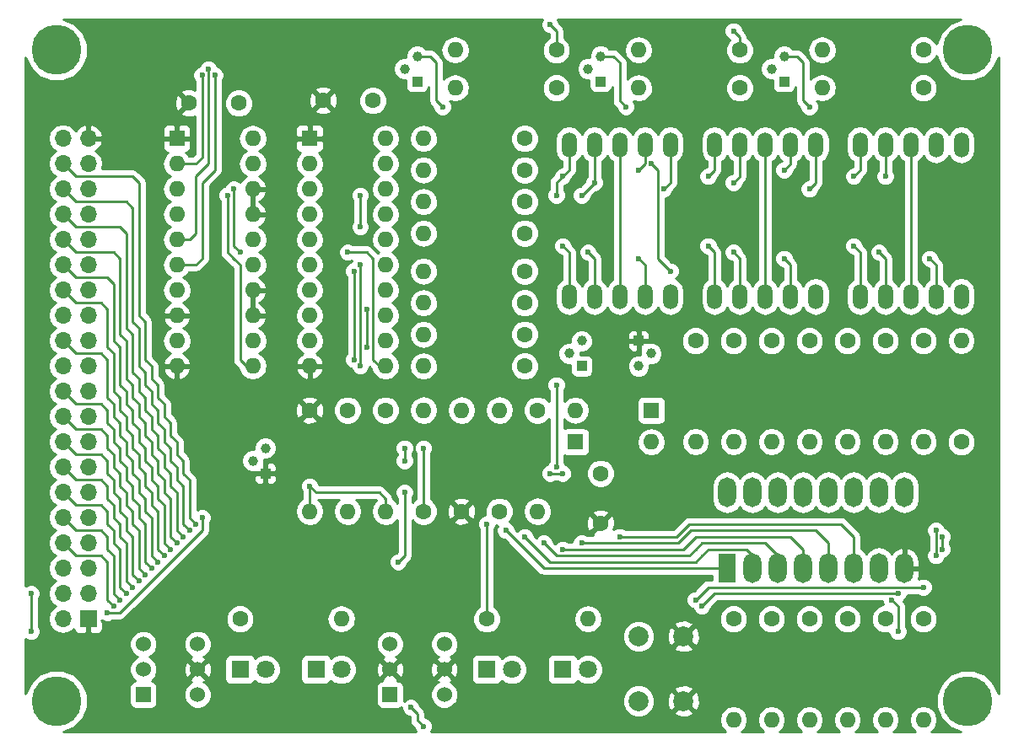
<source format=gbl>
G04 #@! TF.FileFunction,Copper,L2,Bot,Signal*
%FSLAX46Y46*%
G04 Gerber Fmt 4.6, Leading zero omitted, Abs format (unit mm)*
G04 Created by KiCad (PCBNEW 4.0.7) date 12/20/19 19:25:11*
%MOMM*%
%LPD*%
G01*
G04 APERTURE LIST*
%ADD10C,0.100000*%
%ADD11R,1.700000X1.700000*%
%ADD12O,1.700000X1.700000*%
%ADD13C,5.000000*%
%ADD14C,1.600000*%
%ADD15O,1.524000X2.524000*%
%ADD16R,1.800000X1.800000*%
%ADD17C,1.800000*%
%ADD18C,1.000000*%
%ADD19R,1.000000X1.000000*%
%ADD20O,1.600000X1.600000*%
%ADD21C,2.000000*%
%ADD22R,1.600000X1.600000*%
%ADD23C,1.524000*%
%ADD24R,1.524000X1.524000*%
%ADD25R,1.800000X3.000000*%
%ADD26O,1.800000X3.000000*%
%ADD27C,0.600000*%
%ADD28C,0.250000*%
%ADD29C,0.254000*%
G04 APERTURE END LIST*
D10*
D11*
X107315000Y-132080000D03*
D12*
X104775000Y-132080000D03*
X107315000Y-129540000D03*
X104775000Y-129540000D03*
X107315000Y-127000000D03*
X104775000Y-127000000D03*
X107315000Y-124460000D03*
X104775000Y-124460000D03*
X107315000Y-121920000D03*
X104775000Y-121920000D03*
X107315000Y-119380000D03*
X104775000Y-119380000D03*
X107315000Y-116840000D03*
X104775000Y-116840000D03*
X107315000Y-114300000D03*
X104775000Y-114300000D03*
X107315000Y-111760000D03*
X104775000Y-111760000D03*
X107315000Y-109220000D03*
X104775000Y-109220000D03*
X107315000Y-106680000D03*
X104775000Y-106680000D03*
X107315000Y-104140000D03*
X104775000Y-104140000D03*
X107315000Y-101600000D03*
X104775000Y-101600000D03*
X107315000Y-99060000D03*
X104775000Y-99060000D03*
X107315000Y-96520000D03*
X104775000Y-96520000D03*
X107315000Y-93980000D03*
X104775000Y-93980000D03*
X107315000Y-91440000D03*
X104775000Y-91440000D03*
X107315000Y-88900000D03*
X104775000Y-88900000D03*
X107315000Y-86360000D03*
X104775000Y-86360000D03*
X107315000Y-83820000D03*
X104775000Y-83820000D03*
D13*
X104140000Y-140335000D03*
X195580000Y-140335000D03*
X195580000Y-74930000D03*
X104140000Y-74930000D03*
D14*
X135890000Y-80010000D03*
X130890000Y-80010000D03*
X122428000Y-80264000D03*
X117428000Y-80264000D03*
X158750000Y-117475000D03*
X158750000Y-122475000D03*
D15*
X155575000Y-99695000D03*
X158115000Y-99695000D03*
X160655000Y-99695000D03*
X163195000Y-99695000D03*
X165735000Y-99695000D03*
X165735000Y-84455000D03*
X163195000Y-84455000D03*
X160655000Y-84455000D03*
X158115000Y-84455000D03*
X155575000Y-84455000D03*
X170180000Y-99695000D03*
X172720000Y-99695000D03*
X175260000Y-99695000D03*
X177800000Y-99695000D03*
X180340000Y-99695000D03*
X180340000Y-84455000D03*
X177800000Y-84455000D03*
X175260000Y-84455000D03*
X172720000Y-84455000D03*
X170180000Y-84455000D03*
D16*
X154940000Y-137160000D03*
D17*
X157480000Y-137160000D03*
D18*
X139065000Y-76835000D03*
X140335000Y-75565000D03*
D19*
X140335000Y-78105000D03*
D18*
X157480000Y-76835000D03*
X158750000Y-75565000D03*
D19*
X158750000Y-78105000D03*
D18*
X175895000Y-76835000D03*
X177165000Y-75565000D03*
D19*
X177165000Y-78105000D03*
D18*
X123825000Y-116205000D03*
X125095000Y-114935000D03*
D19*
X125095000Y-117475000D03*
D18*
X155575000Y-105410000D03*
X156845000Y-104140000D03*
D19*
X156845000Y-106680000D03*
D14*
X151130000Y-86995000D03*
D20*
X140970000Y-86995000D03*
D14*
X151130000Y-90170000D03*
D20*
X140970000Y-90170000D03*
D14*
X151130000Y-100330000D03*
D20*
X140970000Y-100330000D03*
D14*
X151130000Y-103505000D03*
D20*
X140970000Y-103505000D03*
D14*
X151130000Y-106680000D03*
D20*
X140970000Y-106680000D03*
D14*
X151130000Y-97155000D03*
D20*
X140970000Y-97155000D03*
D14*
X151130000Y-93345000D03*
D20*
X140970000Y-93345000D03*
D14*
X151130000Y-83820000D03*
D20*
X140970000Y-83820000D03*
D14*
X172720000Y-78740000D03*
D20*
X162560000Y-78740000D03*
D14*
X172720000Y-74930000D03*
D20*
X162560000Y-74930000D03*
D14*
X191135000Y-78740000D03*
D20*
X180975000Y-78740000D03*
D14*
X191135000Y-74930000D03*
D20*
X180975000Y-74930000D03*
D14*
X172085000Y-132080000D03*
D20*
X172085000Y-142240000D03*
D14*
X175895000Y-132080000D03*
D20*
X175895000Y-142240000D03*
D14*
X179705000Y-132080000D03*
D20*
X179705000Y-142240000D03*
D14*
X183515000Y-132080000D03*
D20*
X183515000Y-142240000D03*
D14*
X187325000Y-132080000D03*
D20*
X187325000Y-142240000D03*
D14*
X191135000Y-132080000D03*
D20*
X191135000Y-142240000D03*
D14*
X168275000Y-104140000D03*
D20*
X168275000Y-114300000D03*
D14*
X172085000Y-104140000D03*
D20*
X172085000Y-114300000D03*
D14*
X175895000Y-104140000D03*
D20*
X175895000Y-114300000D03*
D14*
X179705000Y-104140000D03*
D20*
X179705000Y-114300000D03*
D14*
X183515000Y-104140000D03*
D20*
X183515000Y-114300000D03*
D14*
X187325000Y-104140000D03*
D20*
X187325000Y-114300000D03*
D14*
X191135000Y-104140000D03*
D20*
X191135000Y-114300000D03*
D14*
X194945000Y-114300000D03*
D20*
X194945000Y-104140000D03*
D21*
X167060000Y-140335000D03*
X162560000Y-140335000D03*
X167060000Y-133835000D03*
X162560000Y-133835000D03*
D22*
X129540000Y-83820000D03*
D20*
X137160000Y-106680000D03*
X129540000Y-86360000D03*
X137160000Y-104140000D03*
X129540000Y-88900000D03*
X137160000Y-101600000D03*
X129540000Y-91440000D03*
X137160000Y-99060000D03*
X129540000Y-93980000D03*
X137160000Y-96520000D03*
X129540000Y-96520000D03*
X137160000Y-93980000D03*
X129540000Y-99060000D03*
X137160000Y-91440000D03*
X129540000Y-101600000D03*
X137160000Y-88900000D03*
X129540000Y-104140000D03*
X137160000Y-86360000D03*
X129540000Y-106680000D03*
X137160000Y-83820000D03*
D14*
X154305000Y-78740000D03*
D20*
X144145000Y-78740000D03*
D14*
X154305000Y-74930000D03*
D20*
X144145000Y-74930000D03*
D14*
X147320000Y-132080000D03*
D20*
X157480000Y-132080000D03*
D14*
X122555000Y-132080000D03*
D20*
X132715000Y-132080000D03*
D15*
X184785000Y-99695000D03*
X187325000Y-99695000D03*
X189865000Y-99695000D03*
X192405000Y-99695000D03*
X194945000Y-99695000D03*
X194945000Y-84455000D03*
X192405000Y-84455000D03*
X189865000Y-84455000D03*
X187325000Y-84455000D03*
X184785000Y-84455000D03*
D18*
X163830000Y-105410000D03*
X162560000Y-106680000D03*
D19*
X162560000Y-104140000D03*
D14*
X137160000Y-111125000D03*
D20*
X137160000Y-121285000D03*
D14*
X129540000Y-111125000D03*
D20*
X129540000Y-121285000D03*
D14*
X133350000Y-111125000D03*
D20*
X133350000Y-121285000D03*
D14*
X148590000Y-121285000D03*
D20*
X148590000Y-111125000D03*
D14*
X140970000Y-121285000D03*
D20*
X140970000Y-111125000D03*
D14*
X152400000Y-111125000D03*
D20*
X152400000Y-121285000D03*
D14*
X144780000Y-121285000D03*
D20*
X144780000Y-111125000D03*
D23*
X137610000Y-134620000D03*
X137610000Y-137160000D03*
D24*
X137610000Y-139700000D03*
D23*
X143060000Y-139700000D03*
X143060000Y-137160000D03*
X143060000Y-134620000D03*
X112845000Y-134620000D03*
X112845000Y-137160000D03*
D24*
X112845000Y-139700000D03*
D23*
X118295000Y-139700000D03*
X118295000Y-137160000D03*
X118295000Y-134620000D03*
D22*
X116205000Y-83820000D03*
D20*
X123825000Y-106680000D03*
X116205000Y-86360000D03*
X123825000Y-104140000D03*
X116205000Y-88900000D03*
X123825000Y-101600000D03*
X116205000Y-91440000D03*
X123825000Y-99060000D03*
X116205000Y-93980000D03*
X123825000Y-96520000D03*
X116205000Y-96520000D03*
X123825000Y-93980000D03*
X116205000Y-99060000D03*
X123825000Y-91440000D03*
X116205000Y-101600000D03*
X123825000Y-88900000D03*
X116205000Y-104140000D03*
X123825000Y-86360000D03*
X116205000Y-106680000D03*
X123825000Y-83820000D03*
D16*
X147320000Y-137160000D03*
D17*
X149860000Y-137160000D03*
D16*
X130175000Y-137160000D03*
D17*
X132715000Y-137160000D03*
D16*
X122555000Y-137160000D03*
D17*
X125095000Y-137160000D03*
D22*
X163830000Y-111125000D03*
D20*
X156210000Y-111125000D03*
D22*
X156210000Y-114300000D03*
D20*
X163830000Y-114300000D03*
D25*
X171450000Y-127000000D03*
D26*
X189230000Y-119380000D03*
X173990000Y-127000000D03*
X186690000Y-119380000D03*
X176530000Y-127000000D03*
X184150000Y-119380000D03*
X179070000Y-127000000D03*
X181610000Y-119380000D03*
X181610000Y-127000000D03*
X179070000Y-119380000D03*
X184150000Y-127000000D03*
X176530000Y-119380000D03*
X186690000Y-127000000D03*
X173990000Y-119380000D03*
X189230000Y-127000000D03*
X171450000Y-119380000D03*
D27*
X109220000Y-131445000D03*
X118745000Y-121920000D03*
X169545000Y-94615000D03*
X154940000Y-94615000D03*
X184150000Y-94615000D03*
X172085000Y-95250000D03*
X186690000Y-95250000D03*
X157480000Y-95250000D03*
X142875000Y-80645000D03*
X191770000Y-95885000D03*
X177165000Y-95885000D03*
X162560000Y-95885000D03*
X179705000Y-88900000D03*
X165100000Y-88900000D03*
X177165000Y-86995000D03*
X162560000Y-86995000D03*
X158115000Y-88265000D03*
X156845000Y-89535000D03*
X187325000Y-87630000D03*
X172085000Y-88265000D03*
X154940000Y-87630000D03*
X154305000Y-89535000D03*
X184150000Y-87630000D03*
X169545000Y-87630000D03*
X161290000Y-80645000D03*
X134620000Y-89535000D03*
X134620000Y-92710000D03*
X134620000Y-96520000D03*
X134620000Y-106680000D03*
X133985000Y-97155000D03*
X133985000Y-106045000D03*
X135255000Y-100965000D03*
X135255000Y-104775000D03*
X168910000Y-130810000D03*
X193040000Y-123825000D03*
X193040000Y-125095000D03*
X109855000Y-130810000D03*
X188595000Y-129540000D03*
X168275000Y-130175000D03*
X110490000Y-130175000D03*
X192405000Y-123190000D03*
X192405000Y-125730000D03*
X191135000Y-128905000D03*
X138430000Y-126365000D03*
X139065000Y-119380000D03*
X139065000Y-116205000D03*
X114300000Y-126365000D03*
X139065000Y-114935000D03*
X101600000Y-129540000D03*
X101600000Y-133350000D03*
X139700000Y-140970000D03*
X188595000Y-133350000D03*
X140970000Y-142875000D03*
X187960000Y-130175000D03*
X160655000Y-123825000D03*
X114935000Y-125730000D03*
X115570000Y-125095000D03*
X156845000Y-124460000D03*
X116205000Y-124460000D03*
X154940000Y-125095000D03*
X116840000Y-123825000D03*
X153035000Y-124460000D03*
X117475000Y-123190000D03*
X151130000Y-123825000D03*
X121920000Y-88900000D03*
X122555000Y-95250000D03*
X133350000Y-95250000D03*
X149225000Y-123190000D03*
X118110000Y-122555000D03*
X129540000Y-118745000D03*
X153670000Y-72390000D03*
X118745000Y-77470000D03*
X165735000Y-97155000D03*
X163830000Y-86360000D03*
X179705000Y-80645000D03*
X147320000Y-122555000D03*
X154940000Y-117475000D03*
X153670000Y-117475000D03*
X111125000Y-129540000D03*
X111760000Y-128905000D03*
X112395000Y-128270000D03*
X113030000Y-127635000D03*
X113665000Y-127000000D03*
X121285000Y-89535000D03*
X154305000Y-108585000D03*
X154305000Y-116840000D03*
X172085000Y-73025000D03*
X119380000Y-76835000D03*
X120015000Y-77470000D03*
X140970000Y-114935000D03*
D28*
X110490000Y-131445000D02*
X109220000Y-131445000D01*
X118745000Y-123190000D02*
X110490000Y-131445000D01*
X118745000Y-121920000D02*
X118745000Y-123190000D01*
X170180000Y-99695000D02*
X170180000Y-95250000D01*
X170180000Y-95250000D02*
X169545000Y-94615000D01*
X155575000Y-99695000D02*
X155575000Y-95250000D01*
X155575000Y-95250000D02*
X154940000Y-94615000D01*
X184785000Y-99695000D02*
X184785000Y-95250000D01*
X184785000Y-95250000D02*
X184150000Y-94615000D01*
X172720000Y-99695000D02*
X172720000Y-95885000D01*
X172720000Y-95885000D02*
X172085000Y-95250000D01*
X187325000Y-95885000D02*
X187325000Y-99695000D01*
X186690000Y-95250000D02*
X187325000Y-95885000D01*
X158115000Y-99695000D02*
X158115000Y-95885000D01*
X158115000Y-95885000D02*
X157480000Y-95250000D01*
X140970000Y-75565000D02*
X141605000Y-75565000D01*
X142240000Y-76200000D02*
X141605000Y-75565000D01*
X142240000Y-80010000D02*
X142240000Y-76200000D01*
X142240000Y-80010000D02*
X142875000Y-80645000D01*
X140335000Y-75565000D02*
X140970000Y-75565000D01*
X160655000Y-99695000D02*
X160655000Y-84455000D01*
X192405000Y-96520000D02*
X192405000Y-99695000D01*
X191770000Y-95885000D02*
X192405000Y-96520000D01*
X177800000Y-96520000D02*
X177800000Y-99695000D01*
X177165000Y-95885000D02*
X177800000Y-96520000D01*
X163195000Y-96520000D02*
X163195000Y-99695000D01*
X162560000Y-95885000D02*
X163195000Y-96520000D01*
X180340000Y-88265000D02*
X180340000Y-84455000D01*
X179705000Y-88900000D02*
X180340000Y-88265000D01*
X165735000Y-84455000D02*
X165735000Y-88265000D01*
X165735000Y-88265000D02*
X165100000Y-88900000D01*
X177800000Y-84455000D02*
X177800000Y-86360000D01*
X177800000Y-86360000D02*
X177165000Y-86995000D01*
X163195000Y-84455000D02*
X163195000Y-86360000D01*
X163195000Y-86360000D02*
X162560000Y-86995000D01*
X158115000Y-88265000D02*
X158115000Y-86995000D01*
X156845000Y-89535000D02*
X158115000Y-88265000D01*
X187325000Y-87630000D02*
X187325000Y-84455000D01*
X172720000Y-87630000D02*
X172720000Y-84455000D01*
X172085000Y-88265000D02*
X172720000Y-87630000D01*
X158115000Y-84455000D02*
X158115000Y-86995000D01*
X154940000Y-87630000D02*
X154305000Y-88265000D01*
X154305000Y-88265000D02*
X154305000Y-89535000D01*
X155575000Y-86995000D02*
X154940000Y-87630000D01*
X184785000Y-86995000D02*
X184785000Y-84455000D01*
X184150000Y-87630000D02*
X184785000Y-86995000D01*
X170180000Y-86995000D02*
X170180000Y-84455000D01*
X169545000Y-87630000D02*
X170180000Y-86995000D01*
X155575000Y-84455000D02*
X155575000Y-86995000D01*
X158750000Y-75565000D02*
X160020000Y-75565000D01*
X160655000Y-80010000D02*
X161290000Y-80645000D01*
X160655000Y-76200000D02*
X160655000Y-80010000D01*
X160020000Y-75565000D02*
X160655000Y-76200000D01*
X175260000Y-99695000D02*
X175260000Y-84455000D01*
X134620000Y-92710000D02*
X134620000Y-89535000D01*
X134620000Y-106680000D02*
X134620000Y-96520000D01*
X133985000Y-106045000D02*
X133985000Y-97155000D01*
X135255000Y-104775000D02*
X135255000Y-100965000D01*
X171450000Y-129540000D02*
X170180000Y-129540000D01*
X170180000Y-129540000D02*
X168910000Y-130810000D01*
X187325000Y-129540000D02*
X171450000Y-129540000D01*
X193040000Y-125095000D02*
X193040000Y-123825000D01*
X104775000Y-124460000D02*
X106045000Y-125730000D01*
X109220000Y-130175000D02*
X109855000Y-130810000D01*
X109220000Y-126365000D02*
X109220000Y-130175000D01*
X108585000Y-125730000D02*
X109220000Y-126365000D01*
X106045000Y-125730000D02*
X108585000Y-125730000D01*
X187325000Y-129540000D02*
X188595000Y-129540000D01*
X170815000Y-128905000D02*
X169545000Y-128905000D01*
X169545000Y-128905000D02*
X168275000Y-130175000D01*
X186690000Y-128905000D02*
X170815000Y-128905000D01*
X109855000Y-125730000D02*
X109220000Y-125095000D01*
X109220000Y-123825000D02*
X108585000Y-123190000D01*
X109220000Y-125095000D02*
X109220000Y-123825000D01*
X104775000Y-121920000D02*
X106045000Y-123190000D01*
X106045000Y-123190000D02*
X108585000Y-123190000D01*
X109855000Y-129540000D02*
X110490000Y-130175000D01*
X109855000Y-125730000D02*
X109855000Y-129540000D01*
X190500000Y-128905000D02*
X191135000Y-128905000D01*
X186690000Y-128905000D02*
X190500000Y-128905000D01*
X192405000Y-125730000D02*
X192405000Y-123190000D01*
X112395000Y-118110000D02*
X112395000Y-119380000D01*
X113030000Y-121285000D02*
X113665000Y-121920000D01*
X113030000Y-120015000D02*
X113030000Y-121285000D01*
X112395000Y-119380000D02*
X113030000Y-120015000D01*
X139065000Y-119380000D02*
X139065000Y-125730000D01*
X139065000Y-125730000D02*
X138430000Y-126365000D01*
X113665000Y-125730000D02*
X114300000Y-126365000D01*
X104775000Y-104140000D02*
X106045000Y-105410000D01*
X111760000Y-117475000D02*
X112395000Y-118110000D01*
X111760000Y-116205000D02*
X111760000Y-117475000D01*
X111125000Y-115570000D02*
X111760000Y-116205000D01*
X111125000Y-114300000D02*
X111125000Y-115570000D01*
X110490000Y-113665000D02*
X111125000Y-114300000D01*
X110490000Y-112395000D02*
X110490000Y-113665000D01*
X109855000Y-111760000D02*
X110490000Y-112395000D01*
X109855000Y-110490000D02*
X109855000Y-111760000D01*
X109220000Y-109855000D02*
X109855000Y-110490000D01*
X109220000Y-106045000D02*
X109220000Y-109855000D01*
X108585000Y-105410000D02*
X109220000Y-106045000D01*
X106045000Y-105410000D02*
X108585000Y-105410000D01*
X113665000Y-121920000D02*
X113665000Y-125730000D01*
X139065000Y-116205000D02*
X139065000Y-114935000D01*
X101600000Y-133350000D02*
X101600000Y-129540000D01*
X140335000Y-141605000D02*
X139700000Y-140970000D01*
X188595000Y-130810000D02*
X188595000Y-133350000D01*
X140335000Y-142240000D02*
X140335000Y-141605000D01*
X140970000Y-142875000D02*
X140335000Y-142240000D01*
X188595000Y-130810000D02*
X187960000Y-130175000D01*
X184150000Y-127000000D02*
X184150000Y-123825000D01*
X182880000Y-122555000D02*
X167640000Y-122555000D01*
X167640000Y-122555000D02*
X166370000Y-123825000D01*
X166370000Y-123825000D02*
X160655000Y-123825000D01*
X106045000Y-100330000D02*
X104775000Y-99060000D01*
X106045000Y-100330000D02*
X108585000Y-100330000D01*
X109220000Y-100965000D02*
X109220000Y-104775000D01*
X109220000Y-104775000D02*
X109855000Y-105410000D01*
X109855000Y-105410000D02*
X109855000Y-109220000D01*
X109855000Y-109220000D02*
X110490000Y-109855000D01*
X110490000Y-109855000D02*
X110490000Y-111125000D01*
X110490000Y-111125000D02*
X111125000Y-111760000D01*
X111125000Y-111760000D02*
X111125000Y-113030000D01*
X111125000Y-113030000D02*
X111760000Y-113665000D01*
X111760000Y-113665000D02*
X111760000Y-114935000D01*
X111760000Y-114935000D02*
X112395000Y-115570000D01*
X112395000Y-115570000D02*
X112395000Y-116840000D01*
X112395000Y-116840000D02*
X113030000Y-117475000D01*
X114300000Y-121285000D02*
X114300000Y-124460000D01*
X114300000Y-124460000D02*
X114300000Y-125095000D01*
X114300000Y-125095000D02*
X114935000Y-125730000D01*
X108585000Y-100330000D02*
X109220000Y-100965000D01*
X113030000Y-118745000D02*
X113665000Y-119380000D01*
X113665000Y-119380000D02*
X113665000Y-120650000D01*
X113665000Y-120650000D02*
X114300000Y-121285000D01*
X113030000Y-117475000D02*
X113030000Y-118745000D01*
X182880000Y-122555000D02*
X184150000Y-123825000D01*
X109855000Y-100330000D02*
X109855000Y-98425000D01*
X109220000Y-97790000D02*
X108585000Y-97790000D01*
X109855000Y-98425000D02*
X109220000Y-97790000D01*
X180340000Y-123190000D02*
X181610000Y-124460000D01*
X181610000Y-127000000D02*
X181610000Y-124460000D01*
X114935000Y-124460000D02*
X115570000Y-125095000D01*
X114935000Y-120650000D02*
X114935000Y-124460000D01*
X114300000Y-120015000D02*
X114935000Y-120650000D01*
X114300000Y-118745000D02*
X114300000Y-120015000D01*
X113665000Y-118110000D02*
X114300000Y-118745000D01*
X113665000Y-116840000D02*
X113665000Y-118110000D01*
X113030000Y-116205000D02*
X113665000Y-116840000D01*
X113030000Y-114935000D02*
X113030000Y-116205000D01*
X112395000Y-114300000D02*
X113030000Y-114935000D01*
X112395000Y-113030000D02*
X112395000Y-114300000D01*
X111760000Y-112395000D02*
X112395000Y-113030000D01*
X111760000Y-111125000D02*
X111760000Y-112395000D01*
X111125000Y-110490000D02*
X111760000Y-111125000D01*
X111125000Y-109220000D02*
X111125000Y-110490000D01*
X110490000Y-108585000D02*
X111125000Y-109220000D01*
X110490000Y-104775000D02*
X110490000Y-108585000D01*
X109855000Y-104140000D02*
X110490000Y-104775000D01*
X109855000Y-100330000D02*
X109855000Y-104140000D01*
X106045000Y-97790000D02*
X108585000Y-97790000D01*
X106045000Y-97790000D02*
X104775000Y-96520000D01*
X166554998Y-124460000D02*
X156845000Y-124460000D01*
X167824998Y-123190000D02*
X166554998Y-124460000D01*
X180340000Y-123190000D02*
X167824998Y-123190000D01*
X110490000Y-99695000D02*
X110490000Y-95885000D01*
X109855000Y-95250000D02*
X108585000Y-95250000D01*
X110490000Y-95885000D02*
X109855000Y-95250000D01*
X179070000Y-127000000D02*
X179070000Y-125095000D01*
X115570000Y-120015000D02*
X115570000Y-123825000D01*
X110490000Y-103505000D02*
X111125000Y-104140000D01*
X111125000Y-104140000D02*
X111125000Y-107950000D01*
X111125000Y-107950000D02*
X111760000Y-108585000D01*
X111760000Y-108585000D02*
X111760000Y-109855000D01*
X111760000Y-109855000D02*
X112395000Y-110490000D01*
X112395000Y-110490000D02*
X112395000Y-111760000D01*
X112395000Y-111760000D02*
X113030000Y-112395000D01*
X113030000Y-112395000D02*
X113030000Y-113665000D01*
X113030000Y-113665000D02*
X113665000Y-114300000D01*
X113665000Y-114300000D02*
X113665000Y-115570000D01*
X113665000Y-115570000D02*
X114300000Y-116205000D01*
X114300000Y-116205000D02*
X114300000Y-117475000D01*
X114300000Y-117475000D02*
X114935000Y-118110000D01*
X114935000Y-118110000D02*
X114935000Y-119380000D01*
X114935000Y-119380000D02*
X115570000Y-120015000D01*
X106045000Y-95250000D02*
X104775000Y-93980000D01*
X106045000Y-95250000D02*
X108585000Y-95250000D01*
X110490000Y-99695000D02*
X110490000Y-103505000D01*
X115570000Y-123825000D02*
X116205000Y-124460000D01*
X167005000Y-125095000D02*
X154940000Y-125095000D01*
X168275000Y-123825000D02*
X167005000Y-125095000D01*
X177800000Y-123825000D02*
X168275000Y-123825000D01*
X179070000Y-125095000D02*
X177800000Y-123825000D01*
X111125000Y-99060000D02*
X111125000Y-93345000D01*
X110490000Y-92710000D02*
X108585000Y-92710000D01*
X111125000Y-93345000D02*
X110490000Y-92710000D01*
X168275000Y-125095000D02*
X168910000Y-124460000D01*
X175260000Y-124460000D02*
X176530000Y-125730000D01*
X168910000Y-124460000D02*
X175260000Y-124460000D01*
X176530000Y-125730000D02*
X176530000Y-127000000D01*
X116205000Y-119380000D02*
X116205000Y-123190000D01*
X111125000Y-102870000D02*
X111760000Y-103505000D01*
X111760000Y-103505000D02*
X111760000Y-107315000D01*
X111760000Y-107315000D02*
X112395000Y-107950000D01*
X112395000Y-107950000D02*
X112395000Y-109220000D01*
X112395000Y-109220000D02*
X113030000Y-109855000D01*
X113030000Y-109855000D02*
X113030000Y-111125000D01*
X113030000Y-111125000D02*
X113665000Y-111760000D01*
X113665000Y-111760000D02*
X113665000Y-113030000D01*
X113665000Y-113030000D02*
X114300000Y-113665000D01*
X114300000Y-113665000D02*
X114300000Y-114935000D01*
X114300000Y-114935000D02*
X114935000Y-115570000D01*
X114935000Y-115570000D02*
X114935000Y-116840000D01*
X114935000Y-116840000D02*
X115570000Y-117475000D01*
X115570000Y-117475000D02*
X115570000Y-118745000D01*
X115570000Y-118745000D02*
X116205000Y-119380000D01*
X104775000Y-91440000D02*
X106045000Y-92710000D01*
X106045000Y-92710000D02*
X108585000Y-92710000D01*
X111125000Y-99060000D02*
X111125000Y-102870000D01*
X116205000Y-123190000D02*
X116840000Y-123825000D01*
X154305000Y-125730000D02*
X153035000Y-124460000D01*
X167640000Y-125730000D02*
X154305000Y-125730000D01*
X168275000Y-125095000D02*
X167640000Y-125730000D01*
X111760000Y-98425000D02*
X111760000Y-90805000D01*
X111125000Y-90170000D02*
X108585000Y-90170000D01*
X111760000Y-90805000D02*
X111125000Y-90170000D01*
X173990000Y-127000000D02*
X173990000Y-125730000D01*
X173990000Y-125730000D02*
X173355000Y-125095000D01*
X169545000Y-125095000D02*
X168910000Y-125730000D01*
X173355000Y-125095000D02*
X169545000Y-125095000D01*
X116205000Y-116840000D02*
X116205000Y-118110000D01*
X114300000Y-112395000D02*
X114935000Y-113030000D01*
X114935000Y-113030000D02*
X114935000Y-114300000D01*
X114935000Y-114300000D02*
X115570000Y-114935000D01*
X115570000Y-114935000D02*
X115570000Y-116205000D01*
X115570000Y-116205000D02*
X116205000Y-116840000D01*
X111760000Y-100965000D02*
X111760000Y-102235000D01*
X111760000Y-98425000D02*
X111760000Y-100965000D01*
X106045000Y-90170000D02*
X108585000Y-90170000D01*
X106045000Y-90170000D02*
X104775000Y-88900000D01*
X113665000Y-110490000D02*
X114300000Y-111125000D01*
X113665000Y-109220000D02*
X113665000Y-110490000D01*
X113030000Y-108585000D02*
X113665000Y-109220000D01*
X113030000Y-107315000D02*
X113030000Y-108585000D01*
X112395000Y-106680000D02*
X113030000Y-107315000D01*
X112395000Y-102870000D02*
X112395000Y-106680000D01*
X111760000Y-102235000D02*
X112395000Y-102870000D01*
X114300000Y-111125000D02*
X114300000Y-112395000D01*
X116840000Y-122555000D02*
X117475000Y-123190000D01*
X116840000Y-118745000D02*
X116840000Y-122555000D01*
X116205000Y-118110000D02*
X116840000Y-118745000D01*
X153670000Y-126365000D02*
X151130000Y-123825000D01*
X168275000Y-126365000D02*
X153670000Y-126365000D01*
X168910000Y-125730000D02*
X168275000Y-126365000D01*
X121920000Y-93345000D02*
X121920000Y-94615000D01*
X121920000Y-94615000D02*
X122555000Y-95250000D01*
X137160000Y-106680000D02*
X136525000Y-106680000D01*
X136525000Y-106680000D02*
X135890000Y-106045000D01*
X135255000Y-95250000D02*
X133350000Y-95250000D01*
X135890000Y-95885000D02*
X135255000Y-95250000D01*
X135890000Y-106045000D02*
X135890000Y-95885000D01*
X121920000Y-93345000D02*
X121920000Y-88900000D01*
X112395000Y-97790000D02*
X112395000Y-88265000D01*
X111760000Y-87630000D02*
X108585000Y-87630000D01*
X112395000Y-88265000D02*
X111760000Y-87630000D01*
X171450000Y-127000000D02*
X153035000Y-127000000D01*
X153035000Y-127000000D02*
X149225000Y-123190000D01*
X116840000Y-116205000D02*
X116840000Y-117475000D01*
X114935000Y-111760000D02*
X115570000Y-112395000D01*
X115570000Y-112395000D02*
X115570000Y-113665000D01*
X115570000Y-113665000D02*
X116205000Y-114300000D01*
X116205000Y-114300000D02*
X116205000Y-115570000D01*
X116205000Y-115570000D02*
X116840000Y-116205000D01*
X112395000Y-100330000D02*
X112395000Y-101600000D01*
X112395000Y-97790000D02*
X112395000Y-100330000D01*
X106045000Y-87630000D02*
X108585000Y-87630000D01*
X104775000Y-86360000D02*
X106045000Y-87630000D01*
X114300000Y-109855000D02*
X114935000Y-110490000D01*
X114300000Y-108585000D02*
X114300000Y-109855000D01*
X113665000Y-107950000D02*
X114300000Y-108585000D01*
X113665000Y-106680000D02*
X113665000Y-107950000D01*
X113030000Y-106045000D02*
X113665000Y-106680000D01*
X113030000Y-102235000D02*
X113030000Y-106045000D01*
X112395000Y-101600000D02*
X113030000Y-102235000D01*
X114935000Y-110490000D02*
X114935000Y-111760000D01*
X117475000Y-121920000D02*
X118110000Y-122555000D01*
X117475000Y-118110000D02*
X117475000Y-121920000D01*
X116840000Y-117475000D02*
X117475000Y-118110000D01*
X129540000Y-118745000D02*
X129540000Y-121285000D01*
X137160000Y-121285000D02*
X137160000Y-120015000D01*
X130175000Y-119380000D02*
X129540000Y-118745000D01*
X136525000Y-119380000D02*
X130175000Y-119380000D01*
X137160000Y-120015000D02*
X136525000Y-119380000D01*
X116205000Y-86360000D02*
X118110000Y-86360000D01*
X154305000Y-73025000D02*
X153670000Y-72390000D01*
X154305000Y-73025000D02*
X154305000Y-74930000D01*
X118745000Y-85725000D02*
X118745000Y-77470000D01*
X118110000Y-86360000D02*
X118745000Y-85725000D01*
X164465000Y-95250000D02*
X164465000Y-95885000D01*
X164465000Y-95885000D02*
X165735000Y-97155000D01*
X163830000Y-86360000D02*
X164465000Y-86995000D01*
X164465000Y-86995000D02*
X164465000Y-95250000D01*
X177165000Y-75565000D02*
X178435000Y-75565000D01*
X179070000Y-80010000D02*
X179705000Y-80645000D01*
X179070000Y-76200000D02*
X179070000Y-80010000D01*
X178435000Y-75565000D02*
X179070000Y-76200000D01*
X189865000Y-99695000D02*
X189865000Y-84455000D01*
X147320000Y-132080000D02*
X147320000Y-122555000D01*
X153670000Y-117475000D02*
X154940000Y-117475000D01*
X110490000Y-125095000D02*
X109855000Y-124460000D01*
X109220000Y-121285000D02*
X108585000Y-120650000D01*
X109220000Y-122555000D02*
X109220000Y-121285000D01*
X109855000Y-123190000D02*
X109220000Y-122555000D01*
X109855000Y-124460000D02*
X109855000Y-123190000D01*
X106045000Y-120650000D02*
X108585000Y-120650000D01*
X104775000Y-119380000D02*
X106045000Y-120650000D01*
X110490000Y-125095000D02*
X110490000Y-128905000D01*
X110490000Y-128905000D02*
X111125000Y-129540000D01*
X108585000Y-118110000D02*
X109220000Y-118745000D01*
X110490000Y-123825000D02*
X111125000Y-124460000D01*
X110490000Y-122555000D02*
X110490000Y-123825000D01*
X109855000Y-121920000D02*
X110490000Y-122555000D01*
X109855000Y-120650000D02*
X109855000Y-121920000D01*
X109220000Y-120015000D02*
X109855000Y-120650000D01*
X109220000Y-118745000D02*
X109220000Y-120015000D01*
X106045000Y-118110000D02*
X108585000Y-118110000D01*
X111125000Y-124460000D02*
X111125000Y-128270000D01*
X111125000Y-128270000D02*
X111760000Y-128905000D01*
X104775000Y-116840000D02*
X106045000Y-118110000D01*
X111760000Y-123825000D02*
X111125000Y-123190000D01*
X106045000Y-115570000D02*
X104775000Y-114300000D01*
X111760000Y-127635000D02*
X112395000Y-128270000D01*
X111760000Y-123825000D02*
X111760000Y-127635000D01*
X106045000Y-115570000D02*
X108585000Y-115570000D01*
X109220000Y-116205000D02*
X109220000Y-117475000D01*
X109220000Y-117475000D02*
X109855000Y-118110000D01*
X109855000Y-118110000D02*
X109855000Y-119380000D01*
X109855000Y-119380000D02*
X110490000Y-120015000D01*
X110490000Y-120015000D02*
X110490000Y-121285000D01*
X108585000Y-115570000D02*
X109220000Y-116205000D01*
X111125000Y-121920000D02*
X110490000Y-121285000D01*
X111125000Y-123190000D02*
X111125000Y-121920000D01*
X108585000Y-113030000D02*
X109220000Y-113665000D01*
X111760000Y-122555000D02*
X112395000Y-123190000D01*
X111760000Y-121285000D02*
X111760000Y-122555000D01*
X111125000Y-120650000D02*
X111760000Y-121285000D01*
X111125000Y-119380000D02*
X111125000Y-120650000D01*
X110490000Y-118745000D02*
X111125000Y-119380000D01*
X110490000Y-117475000D02*
X110490000Y-118745000D01*
X109855000Y-116840000D02*
X110490000Y-117475000D01*
X109855000Y-115570000D02*
X109855000Y-116840000D01*
X109220000Y-114935000D02*
X109855000Y-115570000D01*
X109220000Y-113665000D02*
X109220000Y-114935000D01*
X113030000Y-127635000D02*
X112395000Y-127000000D01*
X104775000Y-111760000D02*
X106045000Y-113030000D01*
X112395000Y-127000000D02*
X113030000Y-127635000D01*
X112395000Y-123190000D02*
X112395000Y-127000000D01*
X106045000Y-113030000D02*
X108585000Y-113030000D01*
X108585000Y-110490000D02*
X109220000Y-111125000D01*
X112395000Y-121920000D02*
X113030000Y-122555000D01*
X112395000Y-120650000D02*
X112395000Y-121920000D01*
X111760000Y-120015000D02*
X112395000Y-120650000D01*
X111760000Y-118745000D02*
X111760000Y-120015000D01*
X111125000Y-118110000D02*
X111760000Y-118745000D01*
X111125000Y-116840000D02*
X111125000Y-118110000D01*
X110490000Y-116205000D02*
X111125000Y-116840000D01*
X110490000Y-114935000D02*
X110490000Y-116205000D01*
X109855000Y-114300000D02*
X110490000Y-114935000D01*
X109855000Y-113030000D02*
X109855000Y-114300000D01*
X109220000Y-112395000D02*
X109855000Y-113030000D01*
X109220000Y-111125000D02*
X109220000Y-112395000D01*
X106045000Y-110490000D02*
X108585000Y-110490000D01*
X113030000Y-122555000D02*
X113030000Y-125730000D01*
X104775000Y-109220000D02*
X106045000Y-110490000D01*
X113665000Y-127000000D02*
X113030000Y-126365000D01*
X113030000Y-126365000D02*
X113030000Y-125730000D01*
X121920000Y-95885000D02*
X122555000Y-96520000D01*
X122555000Y-106045000D02*
X123190000Y-106680000D01*
X122555000Y-96520000D02*
X122555000Y-106045000D01*
X123190000Y-106680000D02*
X123825000Y-106680000D01*
X121285000Y-95250000D02*
X121920000Y-95885000D01*
X121285000Y-89535000D02*
X121285000Y-95250000D01*
X154305000Y-116840000D02*
X154305000Y-108585000D01*
X119380000Y-86360000D02*
X118110000Y-87630000D01*
X118110000Y-93345000D02*
X117475000Y-93980000D01*
X118110000Y-87630000D02*
X118110000Y-93345000D01*
X172720000Y-73660000D02*
X172085000Y-73025000D01*
X172720000Y-74930000D02*
X172720000Y-73660000D01*
X117475000Y-93980000D02*
X116205000Y-93980000D01*
X119380000Y-76835000D02*
X119380000Y-86360000D01*
X120015000Y-86995000D02*
X118745000Y-88265000D01*
X118745000Y-95885000D02*
X118110000Y-96520000D01*
X118745000Y-88265000D02*
X118745000Y-95885000D01*
X120015000Y-86995000D02*
X120015000Y-77470000D01*
X118110000Y-96520000D02*
X116205000Y-96520000D01*
X140970000Y-114935000D02*
X140970000Y-121285000D01*
D29*
G36*
X152877808Y-71859673D02*
X152735162Y-72203201D01*
X152734838Y-72575167D01*
X152876883Y-72918943D01*
X153139673Y-73182192D01*
X153483201Y-73324838D01*
X153530077Y-73324879D01*
X153545000Y-73339802D01*
X153545000Y-73691354D01*
X153493200Y-73712757D01*
X153089176Y-74116077D01*
X152870250Y-74643309D01*
X152869752Y-75214187D01*
X153087757Y-75741800D01*
X153491077Y-76145824D01*
X154018309Y-76364750D01*
X154589187Y-76365248D01*
X155116800Y-76147243D01*
X155520824Y-75743923D01*
X155739750Y-75216691D01*
X155740248Y-74645813D01*
X155522243Y-74118200D01*
X155118923Y-73714176D01*
X155065000Y-73691785D01*
X155065000Y-73210167D01*
X171149838Y-73210167D01*
X171291883Y-73553943D01*
X171554673Y-73817192D01*
X171730461Y-73890186D01*
X171504176Y-74116077D01*
X171285250Y-74643309D01*
X171284752Y-75214187D01*
X171502757Y-75741800D01*
X171906077Y-76145824D01*
X172433309Y-76364750D01*
X173004187Y-76365248D01*
X173531800Y-76147243D01*
X173935824Y-75743923D01*
X174154750Y-75216691D01*
X174155248Y-74645813D01*
X173937243Y-74118200D01*
X173533923Y-73714176D01*
X173480000Y-73691785D01*
X173480000Y-73660000D01*
X173422148Y-73369161D01*
X173257401Y-73122599D01*
X173020122Y-72885320D01*
X173020162Y-72839833D01*
X172878117Y-72496057D01*
X172615327Y-72232808D01*
X172271799Y-72090162D01*
X171899833Y-72089838D01*
X171556057Y-72231883D01*
X171292808Y-72494673D01*
X171150162Y-72838201D01*
X171149838Y-73210167D01*
X155065000Y-73210167D01*
X155065000Y-73025000D01*
X155007148Y-72734161D01*
X154842401Y-72487599D01*
X154605122Y-72250320D01*
X154605162Y-72204833D01*
X154463117Y-71861057D01*
X154432114Y-71830000D01*
X194873125Y-71830000D01*
X193806485Y-72270727D01*
X192923826Y-73151847D01*
X192445546Y-74303674D01*
X192445511Y-74343926D01*
X192352243Y-74118200D01*
X191948923Y-73714176D01*
X191421691Y-73495250D01*
X190850813Y-73494752D01*
X190323200Y-73712757D01*
X189919176Y-74116077D01*
X189700250Y-74643309D01*
X189699752Y-75214187D01*
X189917757Y-75741800D01*
X190321077Y-76145824D01*
X190848309Y-76364750D01*
X191419187Y-76365248D01*
X191946800Y-76147243D01*
X192350824Y-75743923D01*
X192444485Y-75518362D01*
X192444457Y-75550854D01*
X192920727Y-76703515D01*
X193801847Y-77586174D01*
X194953674Y-78064454D01*
X196200854Y-78065543D01*
X197353515Y-77589273D01*
X198236174Y-76708153D01*
X198680000Y-75639301D01*
X198680000Y-139628125D01*
X198239273Y-138561485D01*
X197358153Y-137678826D01*
X196206326Y-137200546D01*
X194959146Y-137199457D01*
X193806485Y-137675727D01*
X192923826Y-138556847D01*
X192445546Y-139708674D01*
X192444457Y-140955854D01*
X192920727Y-142108515D01*
X193801847Y-142991174D01*
X194870699Y-143435000D01*
X191921931Y-143435000D01*
X192149698Y-143282811D01*
X192460767Y-142817264D01*
X192570000Y-142268113D01*
X192570000Y-142211887D01*
X192460767Y-141662736D01*
X192149698Y-141197189D01*
X191684151Y-140886120D01*
X191135000Y-140776887D01*
X190585849Y-140886120D01*
X190120302Y-141197189D01*
X189809233Y-141662736D01*
X189700000Y-142211887D01*
X189700000Y-142268113D01*
X189809233Y-142817264D01*
X190120302Y-143282811D01*
X190348069Y-143435000D01*
X188111931Y-143435000D01*
X188339698Y-143282811D01*
X188650767Y-142817264D01*
X188760000Y-142268113D01*
X188760000Y-142211887D01*
X188650767Y-141662736D01*
X188339698Y-141197189D01*
X187874151Y-140886120D01*
X187325000Y-140776887D01*
X186775849Y-140886120D01*
X186310302Y-141197189D01*
X185999233Y-141662736D01*
X185890000Y-142211887D01*
X185890000Y-142268113D01*
X185999233Y-142817264D01*
X186310302Y-143282811D01*
X186538069Y-143435000D01*
X184301931Y-143435000D01*
X184529698Y-143282811D01*
X184840767Y-142817264D01*
X184950000Y-142268113D01*
X184950000Y-142211887D01*
X184840767Y-141662736D01*
X184529698Y-141197189D01*
X184064151Y-140886120D01*
X183515000Y-140776887D01*
X182965849Y-140886120D01*
X182500302Y-141197189D01*
X182189233Y-141662736D01*
X182080000Y-142211887D01*
X182080000Y-142268113D01*
X182189233Y-142817264D01*
X182500302Y-143282811D01*
X182728069Y-143435000D01*
X180491931Y-143435000D01*
X180719698Y-143282811D01*
X181030767Y-142817264D01*
X181140000Y-142268113D01*
X181140000Y-142211887D01*
X181030767Y-141662736D01*
X180719698Y-141197189D01*
X180254151Y-140886120D01*
X179705000Y-140776887D01*
X179155849Y-140886120D01*
X178690302Y-141197189D01*
X178379233Y-141662736D01*
X178270000Y-142211887D01*
X178270000Y-142268113D01*
X178379233Y-142817264D01*
X178690302Y-143282811D01*
X178918069Y-143435000D01*
X176681931Y-143435000D01*
X176909698Y-143282811D01*
X177220767Y-142817264D01*
X177330000Y-142268113D01*
X177330000Y-142211887D01*
X177220767Y-141662736D01*
X176909698Y-141197189D01*
X176444151Y-140886120D01*
X175895000Y-140776887D01*
X175345849Y-140886120D01*
X174880302Y-141197189D01*
X174569233Y-141662736D01*
X174460000Y-142211887D01*
X174460000Y-142268113D01*
X174569233Y-142817264D01*
X174880302Y-143282811D01*
X175108069Y-143435000D01*
X172871931Y-143435000D01*
X173099698Y-143282811D01*
X173410767Y-142817264D01*
X173520000Y-142268113D01*
X173520000Y-142211887D01*
X173410767Y-141662736D01*
X173099698Y-141197189D01*
X172634151Y-140886120D01*
X172085000Y-140776887D01*
X171535849Y-140886120D01*
X171070302Y-141197189D01*
X170759233Y-141662736D01*
X170650000Y-142211887D01*
X170650000Y-142268113D01*
X170759233Y-142817264D01*
X171070302Y-143282811D01*
X171298069Y-143435000D01*
X141732467Y-143435000D01*
X141762192Y-143405327D01*
X141904838Y-143061799D01*
X141905162Y-142689833D01*
X141763117Y-142346057D01*
X141500327Y-142082808D01*
X141156799Y-141940162D01*
X141109923Y-141940121D01*
X141095000Y-141925198D01*
X141095000Y-141605000D01*
X141037148Y-141314161D01*
X140872401Y-141067599D01*
X140635122Y-140830320D01*
X140635162Y-140784833D01*
X140493117Y-140441057D01*
X140230327Y-140177808D01*
X139886799Y-140035162D01*
X139514833Y-140034838D01*
X139171057Y-140176883D01*
X139019440Y-140328236D01*
X139019440Y-139976661D01*
X141662758Y-139976661D01*
X141874990Y-140490303D01*
X142267630Y-140883629D01*
X142780900Y-141096757D01*
X143336661Y-141097242D01*
X143850303Y-140885010D01*
X144076913Y-140658795D01*
X160924716Y-140658795D01*
X161173106Y-141259943D01*
X161632637Y-141720278D01*
X162233352Y-141969716D01*
X162883795Y-141970284D01*
X163484943Y-141721894D01*
X163719715Y-141487532D01*
X166087073Y-141487532D01*
X166185736Y-141754387D01*
X166795461Y-141980908D01*
X167445460Y-141956856D01*
X167934264Y-141754387D01*
X168032927Y-141487532D01*
X167060000Y-140514605D01*
X166087073Y-141487532D01*
X163719715Y-141487532D01*
X163945278Y-141262363D01*
X164194716Y-140661648D01*
X164195232Y-140070461D01*
X165414092Y-140070461D01*
X165438144Y-140720460D01*
X165640613Y-141209264D01*
X165907468Y-141307927D01*
X166880395Y-140335000D01*
X167239605Y-140335000D01*
X168212532Y-141307927D01*
X168479387Y-141209264D01*
X168705908Y-140599539D01*
X168681856Y-139949540D01*
X168479387Y-139460736D01*
X168212532Y-139362073D01*
X167239605Y-140335000D01*
X166880395Y-140335000D01*
X165907468Y-139362073D01*
X165640613Y-139460736D01*
X165414092Y-140070461D01*
X164195232Y-140070461D01*
X164195284Y-140011205D01*
X163946894Y-139410057D01*
X163719703Y-139182468D01*
X166087073Y-139182468D01*
X167060000Y-140155395D01*
X168032927Y-139182468D01*
X167934264Y-138915613D01*
X167324539Y-138689092D01*
X166674540Y-138713144D01*
X166185736Y-138915613D01*
X166087073Y-139182468D01*
X163719703Y-139182468D01*
X163487363Y-138949722D01*
X162886648Y-138700284D01*
X162236205Y-138699716D01*
X161635057Y-138948106D01*
X161174722Y-139407637D01*
X160925284Y-140008352D01*
X160924716Y-140658795D01*
X144076913Y-140658795D01*
X144243629Y-140492370D01*
X144456757Y-139979100D01*
X144457242Y-139423339D01*
X144245010Y-138909697D01*
X143852370Y-138516371D01*
X143660273Y-138436605D01*
X143791143Y-138382397D01*
X143860608Y-138140213D01*
X143060000Y-137339605D01*
X142259392Y-138140213D01*
X142328857Y-138382397D01*
X142469318Y-138432509D01*
X142269697Y-138514990D01*
X141876371Y-138907630D01*
X141663243Y-139420900D01*
X141662758Y-139976661D01*
X139019440Y-139976661D01*
X139019440Y-138938000D01*
X138975162Y-138702683D01*
X138836090Y-138486559D01*
X138623890Y-138341569D01*
X138372000Y-138290560D01*
X138367484Y-138290560D01*
X138410608Y-138140213D01*
X137610000Y-137339605D01*
X136809392Y-138140213D01*
X136852516Y-138290560D01*
X136848000Y-138290560D01*
X136612683Y-138334838D01*
X136396559Y-138473910D01*
X136251569Y-138686110D01*
X136200560Y-138938000D01*
X136200560Y-140462000D01*
X136244838Y-140697317D01*
X136383910Y-140913441D01*
X136596110Y-141058431D01*
X136848000Y-141109440D01*
X138372000Y-141109440D01*
X138607317Y-141065162D01*
X138765005Y-140963693D01*
X138764838Y-141155167D01*
X138906883Y-141498943D01*
X139169673Y-141762192D01*
X139513201Y-141904838D01*
X139560077Y-141904879D01*
X139575000Y-141919802D01*
X139575000Y-142240000D01*
X139632852Y-142530839D01*
X139797599Y-142777401D01*
X140034878Y-143014680D01*
X140034838Y-143060167D01*
X140176883Y-143403943D01*
X140207886Y-143435000D01*
X104846875Y-143435000D01*
X105913515Y-142994273D01*
X106796174Y-142113153D01*
X107274454Y-140961326D01*
X107275543Y-139714146D01*
X106954846Y-138938000D01*
X111435560Y-138938000D01*
X111435560Y-140462000D01*
X111479838Y-140697317D01*
X111618910Y-140913441D01*
X111831110Y-141058431D01*
X112083000Y-141109440D01*
X113607000Y-141109440D01*
X113842317Y-141065162D01*
X114058441Y-140926090D01*
X114203431Y-140713890D01*
X114254440Y-140462000D01*
X114254440Y-139976661D01*
X116897758Y-139976661D01*
X117109990Y-140490303D01*
X117502630Y-140883629D01*
X118015900Y-141096757D01*
X118571661Y-141097242D01*
X119085303Y-140885010D01*
X119478629Y-140492370D01*
X119691757Y-139979100D01*
X119692242Y-139423339D01*
X119480010Y-138909697D01*
X119087370Y-138516371D01*
X118895273Y-138436605D01*
X119026143Y-138382397D01*
X119095608Y-138140213D01*
X118295000Y-137339605D01*
X117494392Y-138140213D01*
X117563857Y-138382397D01*
X117704318Y-138432509D01*
X117504697Y-138514990D01*
X117111371Y-138907630D01*
X116898243Y-139420900D01*
X116897758Y-139976661D01*
X114254440Y-139976661D01*
X114254440Y-138938000D01*
X114210162Y-138702683D01*
X114071090Y-138486559D01*
X113858890Y-138341569D01*
X113675876Y-138304508D01*
X114028629Y-137952370D01*
X114241757Y-137439100D01*
X114242181Y-136952302D01*
X116885856Y-136952302D01*
X116913638Y-137507368D01*
X117072603Y-137891143D01*
X117314787Y-137960608D01*
X118115395Y-137160000D01*
X118474605Y-137160000D01*
X119275213Y-137960608D01*
X119517397Y-137891143D01*
X119704144Y-137367698D01*
X119676362Y-136812632D01*
X119517397Y-136428857D01*
X119275213Y-136359392D01*
X118474605Y-137160000D01*
X118115395Y-137160000D01*
X117314787Y-136359392D01*
X117072603Y-136428857D01*
X116885856Y-136952302D01*
X114242181Y-136952302D01*
X114242242Y-136883339D01*
X114030010Y-136369697D01*
X113637370Y-135976371D01*
X113429488Y-135890051D01*
X113635303Y-135805010D01*
X114028629Y-135412370D01*
X114241757Y-134899100D01*
X114241759Y-134896661D01*
X116897758Y-134896661D01*
X117109990Y-135410303D01*
X117502630Y-135803629D01*
X117694727Y-135883395D01*
X117563857Y-135937603D01*
X117494392Y-136179787D01*
X118295000Y-136980395D01*
X119015395Y-136260000D01*
X121007560Y-136260000D01*
X121007560Y-138060000D01*
X121051838Y-138295317D01*
X121190910Y-138511441D01*
X121403110Y-138656431D01*
X121655000Y-138707440D01*
X123455000Y-138707440D01*
X123690317Y-138663162D01*
X123906441Y-138524090D01*
X124051431Y-138311890D01*
X124055567Y-138291466D01*
X124224357Y-138460551D01*
X124788330Y-138694733D01*
X125398991Y-138695265D01*
X125963371Y-138462068D01*
X126395551Y-138030643D01*
X126629733Y-137466670D01*
X126630265Y-136856009D01*
X126397068Y-136291629D01*
X126365495Y-136260000D01*
X128627560Y-136260000D01*
X128627560Y-138060000D01*
X128671838Y-138295317D01*
X128810910Y-138511441D01*
X129023110Y-138656431D01*
X129275000Y-138707440D01*
X131075000Y-138707440D01*
X131310317Y-138663162D01*
X131526441Y-138524090D01*
X131671431Y-138311890D01*
X131675567Y-138291466D01*
X131844357Y-138460551D01*
X132408330Y-138694733D01*
X133018991Y-138695265D01*
X133583371Y-138462068D01*
X134015551Y-138030643D01*
X134249733Y-137466670D01*
X134250181Y-136952302D01*
X136200856Y-136952302D01*
X136228638Y-137507368D01*
X136387603Y-137891143D01*
X136629787Y-137960608D01*
X137430395Y-137160000D01*
X137789605Y-137160000D01*
X138590213Y-137960608D01*
X138832397Y-137891143D01*
X139019144Y-137367698D01*
X138998353Y-136952302D01*
X141650856Y-136952302D01*
X141678638Y-137507368D01*
X141837603Y-137891143D01*
X142079787Y-137960608D01*
X142880395Y-137160000D01*
X143239605Y-137160000D01*
X144040213Y-137960608D01*
X144282397Y-137891143D01*
X144469144Y-137367698D01*
X144441362Y-136812632D01*
X144282397Y-136428857D01*
X144040213Y-136359392D01*
X143239605Y-137160000D01*
X142880395Y-137160000D01*
X142079787Y-136359392D01*
X141837603Y-136428857D01*
X141650856Y-136952302D01*
X138998353Y-136952302D01*
X138991362Y-136812632D01*
X138832397Y-136428857D01*
X138590213Y-136359392D01*
X137789605Y-137160000D01*
X137430395Y-137160000D01*
X136629787Y-136359392D01*
X136387603Y-136428857D01*
X136200856Y-136952302D01*
X134250181Y-136952302D01*
X134250265Y-136856009D01*
X134017068Y-136291629D01*
X133585643Y-135859449D01*
X133021670Y-135625267D01*
X132411009Y-135624735D01*
X131846629Y-135857932D01*
X131678387Y-136025880D01*
X131678162Y-136024683D01*
X131539090Y-135808559D01*
X131326890Y-135663569D01*
X131075000Y-135612560D01*
X129275000Y-135612560D01*
X129039683Y-135656838D01*
X128823559Y-135795910D01*
X128678569Y-136008110D01*
X128627560Y-136260000D01*
X126365495Y-136260000D01*
X125965643Y-135859449D01*
X125401670Y-135625267D01*
X124791009Y-135624735D01*
X124226629Y-135857932D01*
X124058387Y-136025880D01*
X124058162Y-136024683D01*
X123919090Y-135808559D01*
X123706890Y-135663569D01*
X123455000Y-135612560D01*
X121655000Y-135612560D01*
X121419683Y-135656838D01*
X121203559Y-135795910D01*
X121058569Y-136008110D01*
X121007560Y-136260000D01*
X119015395Y-136260000D01*
X119095608Y-136179787D01*
X119026143Y-135937603D01*
X118885682Y-135887491D01*
X119085303Y-135805010D01*
X119478629Y-135412370D01*
X119691757Y-134899100D01*
X119691759Y-134896661D01*
X136212758Y-134896661D01*
X136424990Y-135410303D01*
X136817630Y-135803629D01*
X137009727Y-135883395D01*
X136878857Y-135937603D01*
X136809392Y-136179787D01*
X137610000Y-136980395D01*
X138410608Y-136179787D01*
X138341143Y-135937603D01*
X138200682Y-135887491D01*
X138400303Y-135805010D01*
X138793629Y-135412370D01*
X139006757Y-134899100D01*
X139006759Y-134896661D01*
X141662758Y-134896661D01*
X141874990Y-135410303D01*
X142267630Y-135803629D01*
X142459727Y-135883395D01*
X142328857Y-135937603D01*
X142259392Y-136179787D01*
X143060000Y-136980395D01*
X143780395Y-136260000D01*
X145772560Y-136260000D01*
X145772560Y-138060000D01*
X145816838Y-138295317D01*
X145955910Y-138511441D01*
X146168110Y-138656431D01*
X146420000Y-138707440D01*
X148220000Y-138707440D01*
X148455317Y-138663162D01*
X148671441Y-138524090D01*
X148816431Y-138311890D01*
X148820567Y-138291466D01*
X148989357Y-138460551D01*
X149553330Y-138694733D01*
X150163991Y-138695265D01*
X150728371Y-138462068D01*
X151160551Y-138030643D01*
X151394733Y-137466670D01*
X151395265Y-136856009D01*
X151162068Y-136291629D01*
X151130495Y-136260000D01*
X153392560Y-136260000D01*
X153392560Y-138060000D01*
X153436838Y-138295317D01*
X153575910Y-138511441D01*
X153788110Y-138656431D01*
X154040000Y-138707440D01*
X155840000Y-138707440D01*
X156075317Y-138663162D01*
X156291441Y-138524090D01*
X156436431Y-138311890D01*
X156440567Y-138291466D01*
X156609357Y-138460551D01*
X157173330Y-138694733D01*
X157783991Y-138695265D01*
X158348371Y-138462068D01*
X158780551Y-138030643D01*
X159014733Y-137466670D01*
X159015265Y-136856009D01*
X158782068Y-136291629D01*
X158350643Y-135859449D01*
X157786670Y-135625267D01*
X157176009Y-135624735D01*
X156611629Y-135857932D01*
X156443387Y-136025880D01*
X156443162Y-136024683D01*
X156304090Y-135808559D01*
X156091890Y-135663569D01*
X155840000Y-135612560D01*
X154040000Y-135612560D01*
X153804683Y-135656838D01*
X153588559Y-135795910D01*
X153443569Y-136008110D01*
X153392560Y-136260000D01*
X151130495Y-136260000D01*
X150730643Y-135859449D01*
X150166670Y-135625267D01*
X149556009Y-135624735D01*
X148991629Y-135857932D01*
X148823387Y-136025880D01*
X148823162Y-136024683D01*
X148684090Y-135808559D01*
X148471890Y-135663569D01*
X148220000Y-135612560D01*
X146420000Y-135612560D01*
X146184683Y-135656838D01*
X145968559Y-135795910D01*
X145823569Y-136008110D01*
X145772560Y-136260000D01*
X143780395Y-136260000D01*
X143860608Y-136179787D01*
X143791143Y-135937603D01*
X143650682Y-135887491D01*
X143850303Y-135805010D01*
X144243629Y-135412370D01*
X144456757Y-134899100D01*
X144457242Y-134343339D01*
X144380991Y-134158795D01*
X160924716Y-134158795D01*
X161173106Y-134759943D01*
X161632637Y-135220278D01*
X162233352Y-135469716D01*
X162883795Y-135470284D01*
X163484943Y-135221894D01*
X163719715Y-134987532D01*
X166087073Y-134987532D01*
X166185736Y-135254387D01*
X166795461Y-135480908D01*
X167445460Y-135456856D01*
X167934264Y-135254387D01*
X168032927Y-134987532D01*
X167060000Y-134014605D01*
X166087073Y-134987532D01*
X163719715Y-134987532D01*
X163945278Y-134762363D01*
X164194716Y-134161648D01*
X164195232Y-133570461D01*
X165414092Y-133570461D01*
X165438144Y-134220460D01*
X165640613Y-134709264D01*
X165907468Y-134807927D01*
X166880395Y-133835000D01*
X167239605Y-133835000D01*
X168212532Y-134807927D01*
X168479387Y-134709264D01*
X168705908Y-134099539D01*
X168681856Y-133449540D01*
X168479387Y-132960736D01*
X168212532Y-132862073D01*
X167239605Y-133835000D01*
X166880395Y-133835000D01*
X165907468Y-132862073D01*
X165640613Y-132960736D01*
X165414092Y-133570461D01*
X164195232Y-133570461D01*
X164195284Y-133511205D01*
X163946894Y-132910057D01*
X163719703Y-132682468D01*
X166087073Y-132682468D01*
X167060000Y-133655395D01*
X168032927Y-132682468D01*
X167934264Y-132415613D01*
X167795841Y-132364187D01*
X170649752Y-132364187D01*
X170867757Y-132891800D01*
X171271077Y-133295824D01*
X171798309Y-133514750D01*
X172369187Y-133515248D01*
X172896800Y-133297243D01*
X173300824Y-132893923D01*
X173519750Y-132366691D01*
X173519752Y-132364187D01*
X174459752Y-132364187D01*
X174677757Y-132891800D01*
X175081077Y-133295824D01*
X175608309Y-133514750D01*
X176179187Y-133515248D01*
X176706800Y-133297243D01*
X177110824Y-132893923D01*
X177329750Y-132366691D01*
X177329752Y-132364187D01*
X178269752Y-132364187D01*
X178487757Y-132891800D01*
X178891077Y-133295824D01*
X179418309Y-133514750D01*
X179989187Y-133515248D01*
X180516800Y-133297243D01*
X180920824Y-132893923D01*
X181139750Y-132366691D01*
X181139752Y-132364187D01*
X182079752Y-132364187D01*
X182297757Y-132891800D01*
X182701077Y-133295824D01*
X183228309Y-133514750D01*
X183799187Y-133515248D01*
X184326800Y-133297243D01*
X184730824Y-132893923D01*
X184949750Y-132366691D01*
X184950248Y-131795813D01*
X184732243Y-131268200D01*
X184328923Y-130864176D01*
X183801691Y-130645250D01*
X183230813Y-130644752D01*
X182703200Y-130862757D01*
X182299176Y-131266077D01*
X182080250Y-131793309D01*
X182079752Y-132364187D01*
X181139752Y-132364187D01*
X181140248Y-131795813D01*
X180922243Y-131268200D01*
X180518923Y-130864176D01*
X179991691Y-130645250D01*
X179420813Y-130644752D01*
X178893200Y-130862757D01*
X178489176Y-131266077D01*
X178270250Y-131793309D01*
X178269752Y-132364187D01*
X177329752Y-132364187D01*
X177330248Y-131795813D01*
X177112243Y-131268200D01*
X176708923Y-130864176D01*
X176181691Y-130645250D01*
X175610813Y-130644752D01*
X175083200Y-130862757D01*
X174679176Y-131266077D01*
X174460250Y-131793309D01*
X174459752Y-132364187D01*
X173519752Y-132364187D01*
X173520248Y-131795813D01*
X173302243Y-131268200D01*
X172898923Y-130864176D01*
X172371691Y-130645250D01*
X171800813Y-130644752D01*
X171273200Y-130862757D01*
X170869176Y-131266077D01*
X170650250Y-131793309D01*
X170649752Y-132364187D01*
X167795841Y-132364187D01*
X167324539Y-132189092D01*
X166674540Y-132213144D01*
X166185736Y-132415613D01*
X166087073Y-132682468D01*
X163719703Y-132682468D01*
X163487363Y-132449722D01*
X162886648Y-132200284D01*
X162236205Y-132199716D01*
X161635057Y-132448106D01*
X161174722Y-132907637D01*
X160925284Y-133508352D01*
X160924716Y-134158795D01*
X144380991Y-134158795D01*
X144245010Y-133829697D01*
X143852370Y-133436371D01*
X143339100Y-133223243D01*
X142783339Y-133222758D01*
X142269697Y-133434990D01*
X141876371Y-133827630D01*
X141663243Y-134340900D01*
X141662758Y-134896661D01*
X139006759Y-134896661D01*
X139007242Y-134343339D01*
X138795010Y-133829697D01*
X138402370Y-133436371D01*
X137889100Y-133223243D01*
X137333339Y-133222758D01*
X136819697Y-133434990D01*
X136426371Y-133827630D01*
X136213243Y-134340900D01*
X136212758Y-134896661D01*
X119691759Y-134896661D01*
X119692242Y-134343339D01*
X119480010Y-133829697D01*
X119087370Y-133436371D01*
X118574100Y-133223243D01*
X118018339Y-133222758D01*
X117504697Y-133434990D01*
X117111371Y-133827630D01*
X116898243Y-134340900D01*
X116897758Y-134896661D01*
X114241759Y-134896661D01*
X114242242Y-134343339D01*
X114030010Y-133829697D01*
X113637370Y-133436371D01*
X113124100Y-133223243D01*
X112568339Y-133222758D01*
X112054697Y-133434990D01*
X111661371Y-133827630D01*
X111448243Y-134340900D01*
X111447758Y-134896661D01*
X111659990Y-135410303D01*
X112052630Y-135803629D01*
X112260512Y-135889949D01*
X112054697Y-135974990D01*
X111661371Y-136367630D01*
X111448243Y-136880900D01*
X111447758Y-137436661D01*
X111659990Y-137950303D01*
X112012833Y-138303763D01*
X111847683Y-138334838D01*
X111631559Y-138473910D01*
X111486569Y-138686110D01*
X111435560Y-138938000D01*
X106954846Y-138938000D01*
X106799273Y-138561485D01*
X105918153Y-137678826D01*
X104766326Y-137200546D01*
X103519146Y-137199457D01*
X102366485Y-137675727D01*
X101483826Y-138556847D01*
X101040000Y-139625699D01*
X101040000Y-134112467D01*
X101069673Y-134142192D01*
X101413201Y-134284838D01*
X101785167Y-134285162D01*
X102128943Y-134143117D01*
X102392192Y-133880327D01*
X102534838Y-133536799D01*
X102535162Y-133164833D01*
X102393117Y-132821057D01*
X102360000Y-132787882D01*
X102360000Y-130102463D01*
X102392192Y-130070327D01*
X102534838Y-129726799D01*
X102535162Y-129354833D01*
X102393117Y-129011057D01*
X102130327Y-128747808D01*
X101786799Y-128605162D01*
X101414833Y-128604838D01*
X101071057Y-128746883D01*
X101040000Y-128777886D01*
X101040000Y-83820000D01*
X103260907Y-83820000D01*
X103373946Y-84388285D01*
X103695853Y-84870054D01*
X104025026Y-85090000D01*
X103695853Y-85309946D01*
X103373946Y-85791715D01*
X103260907Y-86360000D01*
X103373946Y-86928285D01*
X103695853Y-87410054D01*
X104025026Y-87630000D01*
X103695853Y-87849946D01*
X103373946Y-88331715D01*
X103260907Y-88900000D01*
X103373946Y-89468285D01*
X103695853Y-89950054D01*
X104025026Y-90170000D01*
X103695853Y-90389946D01*
X103373946Y-90871715D01*
X103260907Y-91440000D01*
X103373946Y-92008285D01*
X103695853Y-92490054D01*
X104025026Y-92710000D01*
X103695853Y-92929946D01*
X103373946Y-93411715D01*
X103260907Y-93980000D01*
X103373946Y-94548285D01*
X103695853Y-95030054D01*
X104025026Y-95250000D01*
X103695853Y-95469946D01*
X103373946Y-95951715D01*
X103260907Y-96520000D01*
X103373946Y-97088285D01*
X103695853Y-97570054D01*
X104025026Y-97790000D01*
X103695853Y-98009946D01*
X103373946Y-98491715D01*
X103260907Y-99060000D01*
X103373946Y-99628285D01*
X103695853Y-100110054D01*
X104025026Y-100330000D01*
X103695853Y-100549946D01*
X103373946Y-101031715D01*
X103260907Y-101600000D01*
X103373946Y-102168285D01*
X103695853Y-102650054D01*
X104025026Y-102870000D01*
X103695853Y-103089946D01*
X103373946Y-103571715D01*
X103260907Y-104140000D01*
X103373946Y-104708285D01*
X103695853Y-105190054D01*
X104025026Y-105410000D01*
X103695853Y-105629946D01*
X103373946Y-106111715D01*
X103260907Y-106680000D01*
X103373946Y-107248285D01*
X103695853Y-107730054D01*
X104025026Y-107950000D01*
X103695853Y-108169946D01*
X103373946Y-108651715D01*
X103260907Y-109220000D01*
X103373946Y-109788285D01*
X103695853Y-110270054D01*
X104025026Y-110490000D01*
X103695853Y-110709946D01*
X103373946Y-111191715D01*
X103260907Y-111760000D01*
X103373946Y-112328285D01*
X103695853Y-112810054D01*
X104025026Y-113030000D01*
X103695853Y-113249946D01*
X103373946Y-113731715D01*
X103260907Y-114300000D01*
X103373946Y-114868285D01*
X103695853Y-115350054D01*
X104025026Y-115570000D01*
X103695853Y-115789946D01*
X103373946Y-116271715D01*
X103260907Y-116840000D01*
X103373946Y-117408285D01*
X103695853Y-117890054D01*
X104025026Y-118110000D01*
X103695853Y-118329946D01*
X103373946Y-118811715D01*
X103260907Y-119380000D01*
X103373946Y-119948285D01*
X103695853Y-120430054D01*
X104025026Y-120650000D01*
X103695853Y-120869946D01*
X103373946Y-121351715D01*
X103260907Y-121920000D01*
X103373946Y-122488285D01*
X103695853Y-122970054D01*
X104025026Y-123190000D01*
X103695853Y-123409946D01*
X103373946Y-123891715D01*
X103260907Y-124460000D01*
X103373946Y-125028285D01*
X103695853Y-125510054D01*
X104025026Y-125730000D01*
X103695853Y-125949946D01*
X103373946Y-126431715D01*
X103260907Y-127000000D01*
X103373946Y-127568285D01*
X103695853Y-128050054D01*
X104025026Y-128270000D01*
X103695853Y-128489946D01*
X103373946Y-128971715D01*
X103260907Y-129540000D01*
X103373946Y-130108285D01*
X103695853Y-130590054D01*
X104025026Y-130810000D01*
X103695853Y-131029946D01*
X103373946Y-131511715D01*
X103260907Y-132080000D01*
X103373946Y-132648285D01*
X103695853Y-133130054D01*
X104177622Y-133451961D01*
X104745907Y-133565000D01*
X104804093Y-133565000D01*
X105372378Y-133451961D01*
X105854147Y-133130054D01*
X105858097Y-133124142D01*
X105926673Y-133289699D01*
X106105302Y-133468327D01*
X106338691Y-133565000D01*
X107029250Y-133565000D01*
X107188000Y-133406250D01*
X107188000Y-132207000D01*
X107168000Y-132207000D01*
X107168000Y-131953000D01*
X107188000Y-131953000D01*
X107188000Y-131933000D01*
X107442000Y-131933000D01*
X107442000Y-131953000D01*
X107462000Y-131953000D01*
X107462000Y-132207000D01*
X107442000Y-132207000D01*
X107442000Y-133406250D01*
X107600750Y-133565000D01*
X108291309Y-133565000D01*
X108524698Y-133468327D01*
X108703327Y-133289699D01*
X108800000Y-133056310D01*
X108800000Y-132365750D01*
X108641252Y-132207002D01*
X108659536Y-132207002D01*
X108689673Y-132237192D01*
X109033201Y-132379838D01*
X109405167Y-132380162D01*
X109443829Y-132364187D01*
X121119752Y-132364187D01*
X121337757Y-132891800D01*
X121741077Y-133295824D01*
X122268309Y-133514750D01*
X122839187Y-133515248D01*
X123366800Y-133297243D01*
X123770824Y-132893923D01*
X123989750Y-132366691D01*
X123990000Y-132080000D01*
X131251887Y-132080000D01*
X131361120Y-132629151D01*
X131672189Y-133094698D01*
X132137736Y-133405767D01*
X132686887Y-133515000D01*
X132743113Y-133515000D01*
X133292264Y-133405767D01*
X133757811Y-133094698D01*
X134068880Y-132629151D01*
X134121584Y-132364187D01*
X145884752Y-132364187D01*
X146102757Y-132891800D01*
X146506077Y-133295824D01*
X147033309Y-133514750D01*
X147604187Y-133515248D01*
X148131800Y-133297243D01*
X148535824Y-132893923D01*
X148754750Y-132366691D01*
X148755000Y-132080000D01*
X156016887Y-132080000D01*
X156126120Y-132629151D01*
X156437189Y-133094698D01*
X156902736Y-133405767D01*
X157451887Y-133515000D01*
X157508113Y-133515000D01*
X158057264Y-133405767D01*
X158522811Y-133094698D01*
X158833880Y-132629151D01*
X158943113Y-132080000D01*
X158833880Y-131530849D01*
X158522811Y-131065302D01*
X158057264Y-130754233D01*
X157508113Y-130645000D01*
X157451887Y-130645000D01*
X156902736Y-130754233D01*
X156437189Y-131065302D01*
X156126120Y-131530849D01*
X156016887Y-132080000D01*
X148755000Y-132080000D01*
X148755248Y-131795813D01*
X148537243Y-131268200D01*
X148133923Y-130864176D01*
X148080000Y-130841785D01*
X148080000Y-123117463D01*
X148112192Y-123085327D01*
X148254838Y-122741799D01*
X148254875Y-122699638D01*
X148303309Y-122719750D01*
X148407824Y-122719841D01*
X148290162Y-123003201D01*
X148289838Y-123375167D01*
X148431883Y-123718943D01*
X148694673Y-123982192D01*
X149038201Y-124124838D01*
X149085077Y-124124879D01*
X152497599Y-127537401D01*
X152744161Y-127702148D01*
X153035000Y-127760000D01*
X169902560Y-127760000D01*
X169902560Y-128145000D01*
X169545000Y-128145000D01*
X169254160Y-128202852D01*
X169007599Y-128367599D01*
X168135320Y-129239878D01*
X168089833Y-129239838D01*
X167746057Y-129381883D01*
X167482808Y-129644673D01*
X167340162Y-129988201D01*
X167339838Y-130360167D01*
X167481883Y-130703943D01*
X167744673Y-130967192D01*
X168008554Y-131076765D01*
X168116883Y-131338943D01*
X168379673Y-131602192D01*
X168723201Y-131744838D01*
X169095167Y-131745162D01*
X169438943Y-131603117D01*
X169702192Y-131340327D01*
X169844838Y-130996799D01*
X169844879Y-130949923D01*
X170494802Y-130300000D01*
X187024890Y-130300000D01*
X187024838Y-130360167D01*
X187142462Y-130644841D01*
X187040813Y-130644752D01*
X186513200Y-130862757D01*
X186109176Y-131266077D01*
X185890250Y-131793309D01*
X185889752Y-132364187D01*
X186107757Y-132891800D01*
X186511077Y-133295824D01*
X187038309Y-133514750D01*
X187609187Y-133515248D01*
X187659874Y-133494305D01*
X187659838Y-133535167D01*
X187801883Y-133878943D01*
X188064673Y-134142192D01*
X188408201Y-134284838D01*
X188780167Y-134285162D01*
X189123943Y-134143117D01*
X189387192Y-133880327D01*
X189529838Y-133536799D01*
X189530162Y-133164833D01*
X189388117Y-132821057D01*
X189355000Y-132787882D01*
X189355000Y-132364187D01*
X189699752Y-132364187D01*
X189917757Y-132891800D01*
X190321077Y-133295824D01*
X190848309Y-133514750D01*
X191419187Y-133515248D01*
X191946800Y-133297243D01*
X192350824Y-132893923D01*
X192569750Y-132366691D01*
X192570248Y-131795813D01*
X192352243Y-131268200D01*
X191948923Y-130864176D01*
X191421691Y-130645250D01*
X190850813Y-130644752D01*
X190323200Y-130862757D01*
X189919176Y-131266077D01*
X189700250Y-131793309D01*
X189699752Y-132364187D01*
X189355000Y-132364187D01*
X189355000Y-130810000D01*
X189297148Y-130519161D01*
X189153274Y-130303837D01*
X189387192Y-130070327D01*
X189529838Y-129726799D01*
X189529892Y-129665000D01*
X190572537Y-129665000D01*
X190604673Y-129697192D01*
X190948201Y-129839838D01*
X191320167Y-129840162D01*
X191663943Y-129698117D01*
X191927192Y-129435327D01*
X192069838Y-129091799D01*
X192070162Y-128719833D01*
X191928117Y-128376057D01*
X191665327Y-128112808D01*
X191321799Y-127970162D01*
X190949833Y-127969838D01*
X190661324Y-128089047D01*
X190765000Y-127727000D01*
X190765000Y-127127000D01*
X189357000Y-127127000D01*
X189357000Y-127147000D01*
X189103000Y-127147000D01*
X189103000Y-127127000D01*
X189083000Y-127127000D01*
X189083000Y-126873000D01*
X189103000Y-126873000D01*
X189103000Y-125029622D01*
X189357000Y-125029622D01*
X189357000Y-126873000D01*
X190765000Y-126873000D01*
X190765000Y-126273000D01*
X190599554Y-125695248D01*
X190225606Y-125224788D01*
X189700086Y-124933244D01*
X189594740Y-124908964D01*
X189357000Y-125029622D01*
X189103000Y-125029622D01*
X188865260Y-124908964D01*
X188759914Y-124933244D01*
X188234394Y-125224788D01*
X187967615Y-125560420D01*
X187775409Y-125272764D01*
X187277419Y-124940018D01*
X186690000Y-124823173D01*
X186102581Y-124940018D01*
X185604591Y-125272764D01*
X185420000Y-125549024D01*
X185235409Y-125272764D01*
X184910000Y-125055333D01*
X184910000Y-123825000D01*
X184852148Y-123534161D01*
X184852148Y-123534160D01*
X184745913Y-123375167D01*
X191469838Y-123375167D01*
X191611883Y-123718943D01*
X191645000Y-123752118D01*
X191645000Y-125167537D01*
X191612808Y-125199673D01*
X191470162Y-125543201D01*
X191469838Y-125915167D01*
X191611883Y-126258943D01*
X191874673Y-126522192D01*
X192218201Y-126664838D01*
X192590167Y-126665162D01*
X192933943Y-126523117D01*
X193197192Y-126260327D01*
X193306765Y-125996446D01*
X193568943Y-125888117D01*
X193832192Y-125625327D01*
X193974838Y-125281799D01*
X193975162Y-124909833D01*
X193833117Y-124566057D01*
X193800000Y-124532882D01*
X193800000Y-124387463D01*
X193832192Y-124355327D01*
X193974838Y-124011799D01*
X193975162Y-123639833D01*
X193833117Y-123296057D01*
X193570327Y-123032808D01*
X193306446Y-122923235D01*
X193198117Y-122661057D01*
X192935327Y-122397808D01*
X192591799Y-122255162D01*
X192219833Y-122254838D01*
X191876057Y-122396883D01*
X191612808Y-122659673D01*
X191470162Y-123003201D01*
X191469838Y-123375167D01*
X184745913Y-123375167D01*
X184687401Y-123287599D01*
X183417401Y-122017599D01*
X183170839Y-121852852D01*
X182880000Y-121795000D01*
X167640000Y-121795000D01*
X167349160Y-121852852D01*
X167102599Y-122017599D01*
X166055198Y-123065000D01*
X161217463Y-123065000D01*
X161185327Y-123032808D01*
X160841799Y-122890162D01*
X160469833Y-122889838D01*
X160126057Y-123031883D01*
X160045987Y-123111813D01*
X160196965Y-122691777D01*
X160169778Y-122121546D01*
X160003864Y-121720995D01*
X159757745Y-121646861D01*
X158929605Y-122475000D01*
X158943748Y-122489142D01*
X158764142Y-122668748D01*
X158750000Y-122654605D01*
X157921861Y-123482745D01*
X157987301Y-123700000D01*
X157407463Y-123700000D01*
X157375327Y-123667808D01*
X157031799Y-123525162D01*
X156659833Y-123524838D01*
X156316057Y-123666883D01*
X156052808Y-123929673D01*
X155910162Y-124273201D01*
X155910108Y-124335000D01*
X155502463Y-124335000D01*
X155470327Y-124302808D01*
X155126799Y-124160162D01*
X154754833Y-124159838D01*
X154411057Y-124301883D01*
X154181171Y-124531369D01*
X153970122Y-124320320D01*
X153970162Y-124274833D01*
X153828117Y-123931057D01*
X153565327Y-123667808D01*
X153221799Y-123525162D01*
X152849833Y-123524838D01*
X152506057Y-123666883D01*
X152276171Y-123896369D01*
X152065122Y-123685320D01*
X152065162Y-123639833D01*
X151923117Y-123296057D01*
X151660327Y-123032808D01*
X151316799Y-122890162D01*
X150944833Y-122889838D01*
X150601057Y-123031883D01*
X150371171Y-123261369D01*
X150160122Y-123050320D01*
X150160162Y-123004833D01*
X150018117Y-122661057D01*
X149755327Y-122397808D01*
X149579539Y-122324814D01*
X149805824Y-122098923D01*
X150024750Y-121571691D01*
X150025024Y-121256887D01*
X150965000Y-121256887D01*
X150965000Y-121313113D01*
X151074233Y-121862264D01*
X151385302Y-122327811D01*
X151850849Y-122638880D01*
X152400000Y-122748113D01*
X152949151Y-122638880D01*
X153414698Y-122327811D01*
X153461195Y-122258223D01*
X157303035Y-122258223D01*
X157330222Y-122828454D01*
X157496136Y-123229005D01*
X157742255Y-123303139D01*
X158570395Y-122475000D01*
X157742255Y-121646861D01*
X157496136Y-121720995D01*
X157303035Y-122258223D01*
X153461195Y-122258223D01*
X153725767Y-121862264D01*
X153804339Y-121467255D01*
X157921861Y-121467255D01*
X158750000Y-122295395D01*
X159578139Y-121467255D01*
X159504005Y-121221136D01*
X158966777Y-121028035D01*
X158396546Y-121055222D01*
X157995995Y-121221136D01*
X157921861Y-121467255D01*
X153804339Y-121467255D01*
X153835000Y-121313113D01*
X153835000Y-121256887D01*
X153725767Y-120707736D01*
X153414698Y-120242189D01*
X152949151Y-119931120D01*
X152400000Y-119821887D01*
X151850849Y-119931120D01*
X151385302Y-120242189D01*
X151074233Y-120707736D01*
X150965000Y-121256887D01*
X150025024Y-121256887D01*
X150025248Y-121000813D01*
X149807243Y-120473200D01*
X149403923Y-120069176D01*
X148876691Y-119850250D01*
X148305813Y-119849752D01*
X147778200Y-120067757D01*
X147374176Y-120471077D01*
X147155250Y-120998309D01*
X147154752Y-121569187D01*
X147175695Y-121619874D01*
X147134833Y-121619838D01*
X146791057Y-121761883D01*
X146527808Y-122024673D01*
X146385162Y-122368201D01*
X146384838Y-122740167D01*
X146526883Y-123083943D01*
X146560000Y-123117118D01*
X146560000Y-130841354D01*
X146508200Y-130862757D01*
X146104176Y-131266077D01*
X145885250Y-131793309D01*
X145884752Y-132364187D01*
X134121584Y-132364187D01*
X134178113Y-132080000D01*
X134068880Y-131530849D01*
X133757811Y-131065302D01*
X133292264Y-130754233D01*
X132743113Y-130645000D01*
X132686887Y-130645000D01*
X132137736Y-130754233D01*
X131672189Y-131065302D01*
X131361120Y-131530849D01*
X131251887Y-132080000D01*
X123990000Y-132080000D01*
X123990248Y-131795813D01*
X123772243Y-131268200D01*
X123368923Y-130864176D01*
X122841691Y-130645250D01*
X122270813Y-130644752D01*
X121743200Y-130862757D01*
X121339176Y-131266077D01*
X121120250Y-131793309D01*
X121119752Y-132364187D01*
X109443829Y-132364187D01*
X109748943Y-132238117D01*
X109782118Y-132205000D01*
X110490000Y-132205000D01*
X110780839Y-132147148D01*
X111027401Y-131982401D01*
X119282401Y-123727401D01*
X119447148Y-123480839D01*
X119505000Y-123190000D01*
X119505000Y-122482463D01*
X119537192Y-122450327D01*
X119679838Y-122106799D01*
X119680162Y-121734833D01*
X119538117Y-121391057D01*
X119404181Y-121256887D01*
X128105000Y-121256887D01*
X128105000Y-121313113D01*
X128214233Y-121862264D01*
X128525302Y-122327811D01*
X128990849Y-122638880D01*
X129540000Y-122748113D01*
X130089151Y-122638880D01*
X130554698Y-122327811D01*
X130865767Y-121862264D01*
X130975000Y-121313113D01*
X130975000Y-121256887D01*
X130865767Y-120707736D01*
X130554698Y-120242189D01*
X130401762Y-120140000D01*
X132488238Y-120140000D01*
X132335302Y-120242189D01*
X132024233Y-120707736D01*
X131915000Y-121256887D01*
X131915000Y-121313113D01*
X132024233Y-121862264D01*
X132335302Y-122327811D01*
X132800849Y-122638880D01*
X133350000Y-122748113D01*
X133899151Y-122638880D01*
X134364698Y-122327811D01*
X134675767Y-121862264D01*
X134785000Y-121313113D01*
X134785000Y-121256887D01*
X134675767Y-120707736D01*
X134364698Y-120242189D01*
X134211762Y-120140000D01*
X136210198Y-120140000D01*
X136245462Y-120175264D01*
X136145302Y-120242189D01*
X135834233Y-120707736D01*
X135725000Y-121256887D01*
X135725000Y-121313113D01*
X135834233Y-121862264D01*
X136145302Y-122327811D01*
X136610849Y-122638880D01*
X137160000Y-122748113D01*
X137709151Y-122638880D01*
X138174698Y-122327811D01*
X138305000Y-122132801D01*
X138305000Y-125415198D01*
X138290320Y-125429878D01*
X138244833Y-125429838D01*
X137901057Y-125571883D01*
X137637808Y-125834673D01*
X137495162Y-126178201D01*
X137494838Y-126550167D01*
X137636883Y-126893943D01*
X137899673Y-127157192D01*
X138243201Y-127299838D01*
X138615167Y-127300162D01*
X138958943Y-127158117D01*
X139222192Y-126895327D01*
X139364838Y-126551799D01*
X139364879Y-126504923D01*
X139602401Y-126267401D01*
X139767148Y-126020839D01*
X139825000Y-125730000D01*
X139825000Y-122169169D01*
X140156077Y-122500824D01*
X140683309Y-122719750D01*
X141254187Y-122720248D01*
X141781800Y-122502243D01*
X141991663Y-122292745D01*
X143951861Y-122292745D01*
X144025995Y-122538864D01*
X144563223Y-122731965D01*
X145133454Y-122704778D01*
X145534005Y-122538864D01*
X145608139Y-122292745D01*
X144780000Y-121464605D01*
X143951861Y-122292745D01*
X141991663Y-122292745D01*
X142185824Y-122098923D01*
X142404750Y-121571691D01*
X142405189Y-121068223D01*
X143333035Y-121068223D01*
X143360222Y-121638454D01*
X143526136Y-122039005D01*
X143772255Y-122113139D01*
X144600395Y-121285000D01*
X144959605Y-121285000D01*
X145787745Y-122113139D01*
X146033864Y-122039005D01*
X146226965Y-121501777D01*
X146199778Y-120931546D01*
X146033864Y-120530995D01*
X145787745Y-120456861D01*
X144959605Y-121285000D01*
X144600395Y-121285000D01*
X143772255Y-120456861D01*
X143526136Y-120530995D01*
X143333035Y-121068223D01*
X142405189Y-121068223D01*
X142405248Y-121000813D01*
X142187243Y-120473200D01*
X141991640Y-120277255D01*
X143951861Y-120277255D01*
X144780000Y-121105395D01*
X145608139Y-120277255D01*
X145534005Y-120031136D01*
X144996777Y-119838035D01*
X144426546Y-119865222D01*
X144025995Y-120031136D01*
X143951861Y-120277255D01*
X141991640Y-120277255D01*
X141783923Y-120069176D01*
X141730000Y-120046785D01*
X141730000Y-115497463D01*
X141762192Y-115465327D01*
X141904838Y-115121799D01*
X141905162Y-114749833D01*
X141763117Y-114406057D01*
X141500327Y-114142808D01*
X141156799Y-114000162D01*
X140784833Y-113999838D01*
X140441057Y-114141883D01*
X140177808Y-114404673D01*
X140035162Y-114748201D01*
X140034838Y-115120167D01*
X140176883Y-115463943D01*
X140210000Y-115497118D01*
X140210000Y-120046354D01*
X140158200Y-120067757D01*
X139825000Y-120400376D01*
X139825000Y-119942463D01*
X139857192Y-119910327D01*
X139999838Y-119566799D01*
X140000162Y-119194833D01*
X139858117Y-118851057D01*
X139595327Y-118587808D01*
X139251799Y-118445162D01*
X138879833Y-118444838D01*
X138536057Y-118586883D01*
X138272808Y-118849673D01*
X138130162Y-119193201D01*
X138129838Y-119565167D01*
X138271883Y-119908943D01*
X138305000Y-119942118D01*
X138305000Y-120437199D01*
X138174698Y-120242189D01*
X137920000Y-120072005D01*
X137920000Y-120015000D01*
X137862148Y-119724161D01*
X137697401Y-119477599D01*
X137062401Y-118842599D01*
X136815839Y-118677852D01*
X136525000Y-118620000D01*
X130489802Y-118620000D01*
X130475122Y-118605320D01*
X130475162Y-118559833D01*
X130333117Y-118216057D01*
X130070327Y-117952808D01*
X129726799Y-117810162D01*
X129354833Y-117809838D01*
X129011057Y-117951883D01*
X128747808Y-118214673D01*
X128605162Y-118558201D01*
X128604838Y-118930167D01*
X128746883Y-119273943D01*
X128780000Y-119307118D01*
X128780000Y-120072005D01*
X128525302Y-120242189D01*
X128214233Y-120707736D01*
X128105000Y-121256887D01*
X119404181Y-121256887D01*
X119275327Y-121127808D01*
X118931799Y-120985162D01*
X118559833Y-120984838D01*
X118235000Y-121119056D01*
X118235000Y-118110000D01*
X118177148Y-117819161D01*
X118138120Y-117760750D01*
X123960000Y-117760750D01*
X123960000Y-118101310D01*
X124056673Y-118334699D01*
X124235302Y-118513327D01*
X124468691Y-118610000D01*
X124809250Y-118610000D01*
X124968000Y-118451250D01*
X124968000Y-117602000D01*
X125222000Y-117602000D01*
X125222000Y-118451250D01*
X125380750Y-118610000D01*
X125721309Y-118610000D01*
X125954698Y-118513327D01*
X126133327Y-118334699D01*
X126230000Y-118101310D01*
X126230000Y-117760750D01*
X126071250Y-117602000D01*
X125222000Y-117602000D01*
X124968000Y-117602000D01*
X124118750Y-117602000D01*
X123960000Y-117760750D01*
X118138120Y-117760750D01*
X118012401Y-117572599D01*
X117600000Y-117160198D01*
X117600000Y-116429775D01*
X122689803Y-116429775D01*
X122862233Y-116847086D01*
X123181235Y-117166645D01*
X123598244Y-117339803D01*
X124049775Y-117340197D01*
X124093061Y-117322311D01*
X124118750Y-117348000D01*
X124968000Y-117348000D01*
X124968000Y-116498750D01*
X125222000Y-116498750D01*
X125222000Y-117348000D01*
X126071250Y-117348000D01*
X126230000Y-117189250D01*
X126230000Y-116848690D01*
X126133327Y-116615301D01*
X125954698Y-116436673D01*
X125721309Y-116340000D01*
X125380750Y-116340000D01*
X125222000Y-116498750D01*
X124968000Y-116498750D01*
X124942552Y-116473302D01*
X124959803Y-116431756D01*
X124960119Y-116069883D01*
X125319775Y-116070197D01*
X125737086Y-115897767D01*
X126056645Y-115578765D01*
X126229803Y-115161756D01*
X126229839Y-115120167D01*
X138129838Y-115120167D01*
X138271883Y-115463943D01*
X138305000Y-115497118D01*
X138305000Y-115642537D01*
X138272808Y-115674673D01*
X138130162Y-116018201D01*
X138129838Y-116390167D01*
X138271883Y-116733943D01*
X138534673Y-116997192D01*
X138878201Y-117139838D01*
X139250167Y-117140162D01*
X139593943Y-116998117D01*
X139857192Y-116735327D01*
X139999838Y-116391799D01*
X140000162Y-116019833D01*
X139858117Y-115676057D01*
X139825000Y-115642882D01*
X139825000Y-115497463D01*
X139857192Y-115465327D01*
X139999838Y-115121799D01*
X140000162Y-114749833D01*
X139858117Y-114406057D01*
X139595327Y-114142808D01*
X139251799Y-114000162D01*
X138879833Y-113999838D01*
X138536057Y-114141883D01*
X138272808Y-114404673D01*
X138130162Y-114748201D01*
X138129838Y-115120167D01*
X126229839Y-115120167D01*
X126230197Y-114710225D01*
X126057767Y-114292914D01*
X125738765Y-113973355D01*
X125321756Y-113800197D01*
X124870225Y-113799803D01*
X124452914Y-113972233D01*
X124133355Y-114291235D01*
X123960197Y-114708244D01*
X123959881Y-115070117D01*
X123600225Y-115069803D01*
X123182914Y-115242233D01*
X122863355Y-115561235D01*
X122690197Y-115978244D01*
X122689803Y-116429775D01*
X117600000Y-116429775D01*
X117600000Y-116205000D01*
X117542148Y-115914161D01*
X117377401Y-115667599D01*
X116965000Y-115255198D01*
X116965000Y-114300000D01*
X116907148Y-114009161D01*
X116742401Y-113762599D01*
X116330000Y-113350198D01*
X116330000Y-112395000D01*
X116277834Y-112132745D01*
X128711861Y-112132745D01*
X128785995Y-112378864D01*
X129323223Y-112571965D01*
X129893454Y-112544778D01*
X130294005Y-112378864D01*
X130368139Y-112132745D01*
X129540000Y-111304605D01*
X128711861Y-112132745D01*
X116277834Y-112132745D01*
X116272148Y-112104161D01*
X116107401Y-111857599D01*
X115695000Y-111445198D01*
X115695000Y-110908223D01*
X128093035Y-110908223D01*
X128120222Y-111478454D01*
X128286136Y-111879005D01*
X128532255Y-111953139D01*
X129360395Y-111125000D01*
X129719605Y-111125000D01*
X130547745Y-111953139D01*
X130793864Y-111879005D01*
X130962735Y-111409187D01*
X131914752Y-111409187D01*
X132132757Y-111936800D01*
X132536077Y-112340824D01*
X133063309Y-112559750D01*
X133634187Y-112560248D01*
X134161800Y-112342243D01*
X134565824Y-111938923D01*
X134784750Y-111411691D01*
X134784752Y-111409187D01*
X135724752Y-111409187D01*
X135942757Y-111936800D01*
X136346077Y-112340824D01*
X136873309Y-112559750D01*
X137444187Y-112560248D01*
X137971800Y-112342243D01*
X138375824Y-111938923D01*
X138594750Y-111411691D01*
X138595024Y-111096887D01*
X139535000Y-111096887D01*
X139535000Y-111153113D01*
X139644233Y-111702264D01*
X139955302Y-112167811D01*
X140420849Y-112478880D01*
X140970000Y-112588113D01*
X141519151Y-112478880D01*
X141984698Y-112167811D01*
X142295767Y-111702264D01*
X142405000Y-111153113D01*
X142405000Y-111096887D01*
X143345000Y-111096887D01*
X143345000Y-111153113D01*
X143454233Y-111702264D01*
X143765302Y-112167811D01*
X144230849Y-112478880D01*
X144780000Y-112588113D01*
X145329151Y-112478880D01*
X145794698Y-112167811D01*
X146105767Y-111702264D01*
X146215000Y-111153113D01*
X146215000Y-111096887D01*
X147155000Y-111096887D01*
X147155000Y-111153113D01*
X147264233Y-111702264D01*
X147575302Y-112167811D01*
X148040849Y-112478880D01*
X148590000Y-112588113D01*
X149139151Y-112478880D01*
X149604698Y-112167811D01*
X149915767Y-111702264D01*
X149974063Y-111409187D01*
X150964752Y-111409187D01*
X151182757Y-111936800D01*
X151586077Y-112340824D01*
X152113309Y-112559750D01*
X152684187Y-112560248D01*
X153211800Y-112342243D01*
X153545000Y-112009624D01*
X153545000Y-116277537D01*
X153512808Y-116309673D01*
X153403235Y-116573554D01*
X153141057Y-116681883D01*
X152877808Y-116944673D01*
X152735162Y-117288201D01*
X152734838Y-117660167D01*
X152876883Y-118003943D01*
X153139673Y-118267192D01*
X153483201Y-118409838D01*
X153855167Y-118410162D01*
X154198943Y-118268117D01*
X154232118Y-118235000D01*
X154377537Y-118235000D01*
X154409673Y-118267192D01*
X154753201Y-118409838D01*
X155125167Y-118410162D01*
X155468943Y-118268117D01*
X155732192Y-118005327D01*
X155834398Y-117759187D01*
X157314752Y-117759187D01*
X157532757Y-118286800D01*
X157936077Y-118690824D01*
X158463309Y-118909750D01*
X159034187Y-118910248D01*
X159450640Y-118738173D01*
X169915000Y-118738173D01*
X169915000Y-120021827D01*
X170031845Y-120609246D01*
X170364591Y-121107236D01*
X170862581Y-121439982D01*
X171450000Y-121556827D01*
X172037419Y-121439982D01*
X172535409Y-121107236D01*
X172720000Y-120830976D01*
X172904591Y-121107236D01*
X173402581Y-121439982D01*
X173990000Y-121556827D01*
X174577419Y-121439982D01*
X175075409Y-121107236D01*
X175260000Y-120830976D01*
X175444591Y-121107236D01*
X175942581Y-121439982D01*
X176530000Y-121556827D01*
X177117419Y-121439982D01*
X177615409Y-121107236D01*
X177800000Y-120830976D01*
X177984591Y-121107236D01*
X178482581Y-121439982D01*
X179070000Y-121556827D01*
X179657419Y-121439982D01*
X180155409Y-121107236D01*
X180340000Y-120830976D01*
X180524591Y-121107236D01*
X181022581Y-121439982D01*
X181610000Y-121556827D01*
X182197419Y-121439982D01*
X182695409Y-121107236D01*
X182880000Y-120830976D01*
X183064591Y-121107236D01*
X183562581Y-121439982D01*
X184150000Y-121556827D01*
X184737419Y-121439982D01*
X185235409Y-121107236D01*
X185420000Y-120830976D01*
X185604591Y-121107236D01*
X186102581Y-121439982D01*
X186690000Y-121556827D01*
X187277419Y-121439982D01*
X187775409Y-121107236D01*
X187960000Y-120830976D01*
X188144591Y-121107236D01*
X188642581Y-121439982D01*
X189230000Y-121556827D01*
X189817419Y-121439982D01*
X190315409Y-121107236D01*
X190648155Y-120609246D01*
X190765000Y-120021827D01*
X190765000Y-118738173D01*
X190648155Y-118150754D01*
X190315409Y-117652764D01*
X189817419Y-117320018D01*
X189230000Y-117203173D01*
X188642581Y-117320018D01*
X188144591Y-117652764D01*
X187960000Y-117929024D01*
X187775409Y-117652764D01*
X187277419Y-117320018D01*
X186690000Y-117203173D01*
X186102581Y-117320018D01*
X185604591Y-117652764D01*
X185420000Y-117929024D01*
X185235409Y-117652764D01*
X184737419Y-117320018D01*
X184150000Y-117203173D01*
X183562581Y-117320018D01*
X183064591Y-117652764D01*
X182880000Y-117929024D01*
X182695409Y-117652764D01*
X182197419Y-117320018D01*
X181610000Y-117203173D01*
X181022581Y-117320018D01*
X180524591Y-117652764D01*
X180340000Y-117929024D01*
X180155409Y-117652764D01*
X179657419Y-117320018D01*
X179070000Y-117203173D01*
X178482581Y-117320018D01*
X177984591Y-117652764D01*
X177800000Y-117929024D01*
X177615409Y-117652764D01*
X177117419Y-117320018D01*
X176530000Y-117203173D01*
X175942581Y-117320018D01*
X175444591Y-117652764D01*
X175260000Y-117929024D01*
X175075409Y-117652764D01*
X174577419Y-117320018D01*
X173990000Y-117203173D01*
X173402581Y-117320018D01*
X172904591Y-117652764D01*
X172720000Y-117929024D01*
X172535409Y-117652764D01*
X172037419Y-117320018D01*
X171450000Y-117203173D01*
X170862581Y-117320018D01*
X170364591Y-117652764D01*
X170031845Y-118150754D01*
X169915000Y-118738173D01*
X159450640Y-118738173D01*
X159561800Y-118692243D01*
X159965824Y-118288923D01*
X160184750Y-117761691D01*
X160185248Y-117190813D01*
X159967243Y-116663200D01*
X159563923Y-116259176D01*
X159036691Y-116040250D01*
X158465813Y-116039752D01*
X157938200Y-116257757D01*
X157534176Y-116661077D01*
X157315250Y-117188309D01*
X157314752Y-117759187D01*
X155834398Y-117759187D01*
X155874838Y-117661799D01*
X155875162Y-117289833D01*
X155733117Y-116946057D01*
X155470327Y-116682808D01*
X155206446Y-116573235D01*
X155098117Y-116311057D01*
X155065000Y-116277882D01*
X155065000Y-115632812D01*
X155158110Y-115696431D01*
X155410000Y-115747440D01*
X157010000Y-115747440D01*
X157245317Y-115703162D01*
X157461441Y-115564090D01*
X157606431Y-115351890D01*
X157657440Y-115100000D01*
X157657440Y-114300000D01*
X162366887Y-114300000D01*
X162476120Y-114849151D01*
X162787189Y-115314698D01*
X163252736Y-115625767D01*
X163801887Y-115735000D01*
X163858113Y-115735000D01*
X164407264Y-115625767D01*
X164872811Y-115314698D01*
X165183880Y-114849151D01*
X165293113Y-114300000D01*
X165287521Y-114271887D01*
X166840000Y-114271887D01*
X166840000Y-114328113D01*
X166949233Y-114877264D01*
X167260302Y-115342811D01*
X167725849Y-115653880D01*
X168275000Y-115763113D01*
X168824151Y-115653880D01*
X169289698Y-115342811D01*
X169600767Y-114877264D01*
X169710000Y-114328113D01*
X169710000Y-114271887D01*
X170650000Y-114271887D01*
X170650000Y-114328113D01*
X170759233Y-114877264D01*
X171070302Y-115342811D01*
X171535849Y-115653880D01*
X172085000Y-115763113D01*
X172634151Y-115653880D01*
X173099698Y-115342811D01*
X173410767Y-114877264D01*
X173520000Y-114328113D01*
X173520000Y-114271887D01*
X174460000Y-114271887D01*
X174460000Y-114328113D01*
X174569233Y-114877264D01*
X174880302Y-115342811D01*
X175345849Y-115653880D01*
X175895000Y-115763113D01*
X176444151Y-115653880D01*
X176909698Y-115342811D01*
X177220767Y-114877264D01*
X177330000Y-114328113D01*
X177330000Y-114271887D01*
X178270000Y-114271887D01*
X178270000Y-114328113D01*
X178379233Y-114877264D01*
X178690302Y-115342811D01*
X179155849Y-115653880D01*
X179705000Y-115763113D01*
X180254151Y-115653880D01*
X180719698Y-115342811D01*
X181030767Y-114877264D01*
X181140000Y-114328113D01*
X181140000Y-114271887D01*
X182080000Y-114271887D01*
X182080000Y-114328113D01*
X182189233Y-114877264D01*
X182500302Y-115342811D01*
X182965849Y-115653880D01*
X183515000Y-115763113D01*
X184064151Y-115653880D01*
X184529698Y-115342811D01*
X184840767Y-114877264D01*
X184950000Y-114328113D01*
X184950000Y-114271887D01*
X185890000Y-114271887D01*
X185890000Y-114328113D01*
X185999233Y-114877264D01*
X186310302Y-115342811D01*
X186775849Y-115653880D01*
X187325000Y-115763113D01*
X187874151Y-115653880D01*
X188339698Y-115342811D01*
X188650767Y-114877264D01*
X188760000Y-114328113D01*
X188760000Y-114271887D01*
X189700000Y-114271887D01*
X189700000Y-114328113D01*
X189809233Y-114877264D01*
X190120302Y-115342811D01*
X190585849Y-115653880D01*
X191135000Y-115763113D01*
X191684151Y-115653880D01*
X192149698Y-115342811D01*
X192460767Y-114877264D01*
X192519063Y-114584187D01*
X193509752Y-114584187D01*
X193727757Y-115111800D01*
X194131077Y-115515824D01*
X194658309Y-115734750D01*
X195229187Y-115735248D01*
X195756800Y-115517243D01*
X196160824Y-115113923D01*
X196379750Y-114586691D01*
X196380248Y-114015813D01*
X196162243Y-113488200D01*
X195758923Y-113084176D01*
X195231691Y-112865250D01*
X194660813Y-112864752D01*
X194133200Y-113082757D01*
X193729176Y-113486077D01*
X193510250Y-114013309D01*
X193509752Y-114584187D01*
X192519063Y-114584187D01*
X192570000Y-114328113D01*
X192570000Y-114271887D01*
X192460767Y-113722736D01*
X192149698Y-113257189D01*
X191684151Y-112946120D01*
X191135000Y-112836887D01*
X190585849Y-112946120D01*
X190120302Y-113257189D01*
X189809233Y-113722736D01*
X189700000Y-114271887D01*
X188760000Y-114271887D01*
X188650767Y-113722736D01*
X188339698Y-113257189D01*
X187874151Y-112946120D01*
X187325000Y-112836887D01*
X186775849Y-112946120D01*
X186310302Y-113257189D01*
X185999233Y-113722736D01*
X185890000Y-114271887D01*
X184950000Y-114271887D01*
X184840767Y-113722736D01*
X184529698Y-113257189D01*
X184064151Y-112946120D01*
X183515000Y-112836887D01*
X182965849Y-112946120D01*
X182500302Y-113257189D01*
X182189233Y-113722736D01*
X182080000Y-114271887D01*
X181140000Y-114271887D01*
X181030767Y-113722736D01*
X180719698Y-113257189D01*
X180254151Y-112946120D01*
X179705000Y-112836887D01*
X179155849Y-112946120D01*
X178690302Y-113257189D01*
X178379233Y-113722736D01*
X178270000Y-114271887D01*
X177330000Y-114271887D01*
X177220767Y-113722736D01*
X176909698Y-113257189D01*
X176444151Y-112946120D01*
X175895000Y-112836887D01*
X175345849Y-112946120D01*
X174880302Y-113257189D01*
X174569233Y-113722736D01*
X174460000Y-114271887D01*
X173520000Y-114271887D01*
X173410767Y-113722736D01*
X173099698Y-113257189D01*
X172634151Y-112946120D01*
X172085000Y-112836887D01*
X171535849Y-112946120D01*
X171070302Y-113257189D01*
X170759233Y-113722736D01*
X170650000Y-114271887D01*
X169710000Y-114271887D01*
X169600767Y-113722736D01*
X169289698Y-113257189D01*
X168824151Y-112946120D01*
X168275000Y-112836887D01*
X167725849Y-112946120D01*
X167260302Y-113257189D01*
X166949233Y-113722736D01*
X166840000Y-114271887D01*
X165287521Y-114271887D01*
X165183880Y-113750849D01*
X164872811Y-113285302D01*
X164407264Y-112974233D01*
X163858113Y-112865000D01*
X163801887Y-112865000D01*
X163252736Y-112974233D01*
X162787189Y-113285302D01*
X162476120Y-113750849D01*
X162366887Y-114300000D01*
X157657440Y-114300000D01*
X157657440Y-113500000D01*
X157613162Y-113264683D01*
X157474090Y-113048559D01*
X157261890Y-112903569D01*
X157010000Y-112852560D01*
X155410000Y-112852560D01*
X155174683Y-112896838D01*
X155065000Y-112967417D01*
X155065000Y-111986762D01*
X155167189Y-112139698D01*
X155632736Y-112450767D01*
X156181887Y-112560000D01*
X156238113Y-112560000D01*
X156787264Y-112450767D01*
X157252811Y-112139698D01*
X157563880Y-111674151D01*
X157673113Y-111125000D01*
X157563880Y-110575849D01*
X157396268Y-110325000D01*
X162382560Y-110325000D01*
X162382560Y-111925000D01*
X162426838Y-112160317D01*
X162565910Y-112376441D01*
X162778110Y-112521431D01*
X163030000Y-112572440D01*
X164630000Y-112572440D01*
X164865317Y-112528162D01*
X165081441Y-112389090D01*
X165226431Y-112176890D01*
X165277440Y-111925000D01*
X165277440Y-110325000D01*
X165233162Y-110089683D01*
X165094090Y-109873559D01*
X164881890Y-109728569D01*
X164630000Y-109677560D01*
X163030000Y-109677560D01*
X162794683Y-109721838D01*
X162578559Y-109860910D01*
X162433569Y-110073110D01*
X162382560Y-110325000D01*
X157396268Y-110325000D01*
X157252811Y-110110302D01*
X156787264Y-109799233D01*
X156238113Y-109690000D01*
X156181887Y-109690000D01*
X155632736Y-109799233D01*
X155167189Y-110110302D01*
X155065000Y-110263238D01*
X155065000Y-109147463D01*
X155097192Y-109115327D01*
X155239838Y-108771799D01*
X155240162Y-108399833D01*
X155098117Y-108056057D01*
X154835327Y-107792808D01*
X154491799Y-107650162D01*
X154119833Y-107649838D01*
X153776057Y-107791883D01*
X153512808Y-108054673D01*
X153370162Y-108398201D01*
X153369838Y-108770167D01*
X153511883Y-109113943D01*
X153545000Y-109147118D01*
X153545000Y-110240831D01*
X153213923Y-109909176D01*
X152686691Y-109690250D01*
X152115813Y-109689752D01*
X151588200Y-109907757D01*
X151184176Y-110311077D01*
X150965250Y-110838309D01*
X150964752Y-111409187D01*
X149974063Y-111409187D01*
X150025000Y-111153113D01*
X150025000Y-111096887D01*
X149915767Y-110547736D01*
X149604698Y-110082189D01*
X149139151Y-109771120D01*
X148590000Y-109661887D01*
X148040849Y-109771120D01*
X147575302Y-110082189D01*
X147264233Y-110547736D01*
X147155000Y-111096887D01*
X146215000Y-111096887D01*
X146105767Y-110547736D01*
X145794698Y-110082189D01*
X145329151Y-109771120D01*
X144780000Y-109661887D01*
X144230849Y-109771120D01*
X143765302Y-110082189D01*
X143454233Y-110547736D01*
X143345000Y-111096887D01*
X142405000Y-111096887D01*
X142295767Y-110547736D01*
X141984698Y-110082189D01*
X141519151Y-109771120D01*
X140970000Y-109661887D01*
X140420849Y-109771120D01*
X139955302Y-110082189D01*
X139644233Y-110547736D01*
X139535000Y-111096887D01*
X138595024Y-111096887D01*
X138595248Y-110840813D01*
X138377243Y-110313200D01*
X137973923Y-109909176D01*
X137446691Y-109690250D01*
X136875813Y-109689752D01*
X136348200Y-109907757D01*
X135944176Y-110311077D01*
X135725250Y-110838309D01*
X135724752Y-111409187D01*
X134784752Y-111409187D01*
X134785248Y-110840813D01*
X134567243Y-110313200D01*
X134163923Y-109909176D01*
X133636691Y-109690250D01*
X133065813Y-109689752D01*
X132538200Y-109907757D01*
X132134176Y-110311077D01*
X131915250Y-110838309D01*
X131914752Y-111409187D01*
X130962735Y-111409187D01*
X130986965Y-111341777D01*
X130959778Y-110771546D01*
X130793864Y-110370995D01*
X130547745Y-110296861D01*
X129719605Y-111125000D01*
X129360395Y-111125000D01*
X128532255Y-110296861D01*
X128286136Y-110370995D01*
X128093035Y-110908223D01*
X115695000Y-110908223D01*
X115695000Y-110490000D01*
X115637148Y-110199161D01*
X115582421Y-110117255D01*
X128711861Y-110117255D01*
X129540000Y-110945395D01*
X130368139Y-110117255D01*
X130294005Y-109871136D01*
X129756777Y-109678035D01*
X129186546Y-109705222D01*
X128785995Y-109871136D01*
X128711861Y-110117255D01*
X115582421Y-110117255D01*
X115472401Y-109952599D01*
X115060000Y-109540198D01*
X115060000Y-108585000D01*
X115002148Y-108294161D01*
X114837401Y-108047599D01*
X114425000Y-107635198D01*
X114425000Y-107029039D01*
X114813096Y-107029039D01*
X114973959Y-107417423D01*
X115349866Y-107832389D01*
X115855959Y-108071914D01*
X116078000Y-107950629D01*
X116078000Y-106807000D01*
X116332000Y-106807000D01*
X116332000Y-107950629D01*
X116554041Y-108071914D01*
X117060134Y-107832389D01*
X117436041Y-107417423D01*
X117596904Y-107029039D01*
X117474915Y-106807000D01*
X116332000Y-106807000D01*
X116078000Y-106807000D01*
X114935085Y-106807000D01*
X114813096Y-107029039D01*
X114425000Y-107029039D01*
X114425000Y-106680000D01*
X114367148Y-106389161D01*
X114202401Y-106142599D01*
X113790000Y-105730198D01*
X113790000Y-104140000D01*
X114741887Y-104140000D01*
X114851120Y-104689151D01*
X115162189Y-105154698D01*
X115566703Y-105424986D01*
X115349866Y-105527611D01*
X114973959Y-105942577D01*
X114813096Y-106330961D01*
X114935085Y-106553000D01*
X116078000Y-106553000D01*
X116078000Y-106533000D01*
X116332000Y-106533000D01*
X116332000Y-106553000D01*
X117474915Y-106553000D01*
X117596904Y-106330961D01*
X117436041Y-105942577D01*
X117060134Y-105527611D01*
X116843297Y-105424986D01*
X117247811Y-105154698D01*
X117558880Y-104689151D01*
X117668113Y-104140000D01*
X117558880Y-103590849D01*
X117247811Y-103125302D01*
X116843297Y-102855014D01*
X117060134Y-102752389D01*
X117436041Y-102337423D01*
X117596904Y-101949039D01*
X117474915Y-101727000D01*
X116332000Y-101727000D01*
X116332000Y-101747000D01*
X116078000Y-101747000D01*
X116078000Y-101727000D01*
X114935085Y-101727000D01*
X114813096Y-101949039D01*
X114973959Y-102337423D01*
X115349866Y-102752389D01*
X115566703Y-102855014D01*
X115162189Y-103125302D01*
X114851120Y-103590849D01*
X114741887Y-104140000D01*
X113790000Y-104140000D01*
X113790000Y-102235000D01*
X113732148Y-101944161D01*
X113567401Y-101697599D01*
X113155000Y-101285198D01*
X113155000Y-88265000D01*
X113097148Y-87974161D01*
X112932401Y-87727599D01*
X112297401Y-87092599D01*
X112050839Y-86927852D01*
X111760000Y-86870000D01*
X108727648Y-86870000D01*
X108829093Y-86360000D01*
X114741887Y-86360000D01*
X114851120Y-86909151D01*
X115162189Y-87374698D01*
X115544275Y-87630000D01*
X115162189Y-87885302D01*
X114851120Y-88350849D01*
X114741887Y-88900000D01*
X114851120Y-89449151D01*
X115162189Y-89914698D01*
X115544275Y-90170000D01*
X115162189Y-90425302D01*
X114851120Y-90890849D01*
X114741887Y-91440000D01*
X114851120Y-91989151D01*
X115162189Y-92454698D01*
X115544275Y-92710000D01*
X115162189Y-92965302D01*
X114851120Y-93430849D01*
X114741887Y-93980000D01*
X114851120Y-94529151D01*
X115162189Y-94994698D01*
X115544275Y-95250000D01*
X115162189Y-95505302D01*
X114851120Y-95970849D01*
X114741887Y-96520000D01*
X114851120Y-97069151D01*
X115162189Y-97534698D01*
X115544275Y-97790000D01*
X115162189Y-98045302D01*
X114851120Y-98510849D01*
X114741887Y-99060000D01*
X114851120Y-99609151D01*
X115162189Y-100074698D01*
X115566703Y-100344986D01*
X115349866Y-100447611D01*
X114973959Y-100862577D01*
X114813096Y-101250961D01*
X114935085Y-101473000D01*
X116078000Y-101473000D01*
X116078000Y-101453000D01*
X116332000Y-101453000D01*
X116332000Y-101473000D01*
X117474915Y-101473000D01*
X117596904Y-101250961D01*
X117436041Y-100862577D01*
X117060134Y-100447611D01*
X116843297Y-100344986D01*
X117247811Y-100074698D01*
X117558880Y-99609151D01*
X117668113Y-99060000D01*
X117558880Y-98510849D01*
X117247811Y-98045302D01*
X116865725Y-97790000D01*
X117247811Y-97534698D01*
X117417995Y-97280000D01*
X118110000Y-97280000D01*
X118400839Y-97222148D01*
X118647401Y-97057401D01*
X119282401Y-96422401D01*
X119447148Y-96175839D01*
X119505000Y-95885000D01*
X119505000Y-89720167D01*
X120349838Y-89720167D01*
X120491883Y-90063943D01*
X120525000Y-90097118D01*
X120525000Y-95250000D01*
X120582852Y-95540839D01*
X120747599Y-95787401D01*
X121795000Y-96834802D01*
X121795000Y-106045000D01*
X121852852Y-106335839D01*
X122017599Y-106582401D01*
X122423141Y-106987943D01*
X122471120Y-107229151D01*
X122782189Y-107694698D01*
X123247736Y-108005767D01*
X123796887Y-108115000D01*
X123853113Y-108115000D01*
X124402264Y-108005767D01*
X124867811Y-107694698D01*
X125178880Y-107229151D01*
X125218684Y-107029039D01*
X128148096Y-107029039D01*
X128308959Y-107417423D01*
X128684866Y-107832389D01*
X129190959Y-108071914D01*
X129413000Y-107950629D01*
X129413000Y-106807000D01*
X129667000Y-106807000D01*
X129667000Y-107950629D01*
X129889041Y-108071914D01*
X130395134Y-107832389D01*
X130771041Y-107417423D01*
X130931904Y-107029039D01*
X130809915Y-106807000D01*
X129667000Y-106807000D01*
X129413000Y-106807000D01*
X128270085Y-106807000D01*
X128148096Y-107029039D01*
X125218684Y-107029039D01*
X125288113Y-106680000D01*
X125178880Y-106130849D01*
X124867811Y-105665302D01*
X124485725Y-105410000D01*
X124867811Y-105154698D01*
X125178880Y-104689151D01*
X125288113Y-104140000D01*
X125178880Y-103590849D01*
X124867811Y-103125302D01*
X124463297Y-102855014D01*
X124680134Y-102752389D01*
X125056041Y-102337423D01*
X125216904Y-101949039D01*
X125094915Y-101727000D01*
X123952000Y-101727000D01*
X123952000Y-101747000D01*
X123698000Y-101747000D01*
X123698000Y-101727000D01*
X123678000Y-101727000D01*
X123678000Y-101473000D01*
X123698000Y-101473000D01*
X123698000Y-99187000D01*
X123952000Y-99187000D01*
X123952000Y-101473000D01*
X125094915Y-101473000D01*
X125216904Y-101250961D01*
X125056041Y-100862577D01*
X124680134Y-100447611D01*
X124431633Y-100330000D01*
X124680134Y-100212389D01*
X125056041Y-99797423D01*
X125216904Y-99409039D01*
X125094915Y-99187000D01*
X123952000Y-99187000D01*
X123698000Y-99187000D01*
X123678000Y-99187000D01*
X123678000Y-98933000D01*
X123698000Y-98933000D01*
X123698000Y-98913000D01*
X123952000Y-98913000D01*
X123952000Y-98933000D01*
X125094915Y-98933000D01*
X125216904Y-98710961D01*
X125056041Y-98322577D01*
X124680134Y-97907611D01*
X124463297Y-97804986D01*
X124867811Y-97534698D01*
X125178880Y-97069151D01*
X125288113Y-96520000D01*
X125178880Y-95970849D01*
X124867811Y-95505302D01*
X124485725Y-95250000D01*
X124867811Y-94994698D01*
X125178880Y-94529151D01*
X125288113Y-93980000D01*
X125178880Y-93430849D01*
X124867811Y-92965302D01*
X124463297Y-92695014D01*
X124680134Y-92592389D01*
X125056041Y-92177423D01*
X125216904Y-91789039D01*
X125094915Y-91567000D01*
X123952000Y-91567000D01*
X123952000Y-91587000D01*
X123698000Y-91587000D01*
X123698000Y-91567000D01*
X123678000Y-91567000D01*
X123678000Y-91313000D01*
X123698000Y-91313000D01*
X123698000Y-89027000D01*
X123952000Y-89027000D01*
X123952000Y-91313000D01*
X125094915Y-91313000D01*
X125216904Y-91090961D01*
X125056041Y-90702577D01*
X124680134Y-90287611D01*
X124431633Y-90170000D01*
X124680134Y-90052389D01*
X125056041Y-89637423D01*
X125216904Y-89249039D01*
X125094915Y-89027000D01*
X123952000Y-89027000D01*
X123698000Y-89027000D01*
X123678000Y-89027000D01*
X123678000Y-88773000D01*
X123698000Y-88773000D01*
X123698000Y-88753000D01*
X123952000Y-88753000D01*
X123952000Y-88773000D01*
X125094915Y-88773000D01*
X125216904Y-88550961D01*
X125056041Y-88162577D01*
X124680134Y-87747611D01*
X124463297Y-87644986D01*
X124867811Y-87374698D01*
X125178880Y-86909151D01*
X125288113Y-86360000D01*
X128076887Y-86360000D01*
X128186120Y-86909151D01*
X128497189Y-87374698D01*
X128879275Y-87630000D01*
X128497189Y-87885302D01*
X128186120Y-88350849D01*
X128076887Y-88900000D01*
X128186120Y-89449151D01*
X128497189Y-89914698D01*
X128879275Y-90170000D01*
X128497189Y-90425302D01*
X128186120Y-90890849D01*
X128076887Y-91440000D01*
X128186120Y-91989151D01*
X128497189Y-92454698D01*
X128879275Y-92710000D01*
X128497189Y-92965302D01*
X128186120Y-93430849D01*
X128076887Y-93980000D01*
X128186120Y-94529151D01*
X128497189Y-94994698D01*
X128879275Y-95250000D01*
X128497189Y-95505302D01*
X128186120Y-95970849D01*
X128076887Y-96520000D01*
X128186120Y-97069151D01*
X128497189Y-97534698D01*
X128879275Y-97790000D01*
X128497189Y-98045302D01*
X128186120Y-98510849D01*
X128076887Y-99060000D01*
X128186120Y-99609151D01*
X128497189Y-100074698D01*
X128879275Y-100330000D01*
X128497189Y-100585302D01*
X128186120Y-101050849D01*
X128076887Y-101600000D01*
X128186120Y-102149151D01*
X128497189Y-102614698D01*
X128879275Y-102870000D01*
X128497189Y-103125302D01*
X128186120Y-103590849D01*
X128076887Y-104140000D01*
X128186120Y-104689151D01*
X128497189Y-105154698D01*
X128901703Y-105424986D01*
X128684866Y-105527611D01*
X128308959Y-105942577D01*
X128148096Y-106330961D01*
X128270085Y-106553000D01*
X129413000Y-106553000D01*
X129413000Y-106533000D01*
X129667000Y-106533000D01*
X129667000Y-106553000D01*
X130809915Y-106553000D01*
X130931904Y-106330961D01*
X130771041Y-105942577D01*
X130395134Y-105527611D01*
X130178297Y-105424986D01*
X130582811Y-105154698D01*
X130893880Y-104689151D01*
X131003113Y-104140000D01*
X130893880Y-103590849D01*
X130582811Y-103125302D01*
X130200725Y-102870000D01*
X130582811Y-102614698D01*
X130893880Y-102149151D01*
X131003113Y-101600000D01*
X130893880Y-101050849D01*
X130582811Y-100585302D01*
X130200725Y-100330000D01*
X130582811Y-100074698D01*
X130893880Y-99609151D01*
X131003113Y-99060000D01*
X130893880Y-98510849D01*
X130582811Y-98045302D01*
X130200725Y-97790000D01*
X130582811Y-97534698D01*
X130893880Y-97069151D01*
X131003113Y-96520000D01*
X130893880Y-95970849D01*
X130582811Y-95505302D01*
X130477847Y-95435167D01*
X132414838Y-95435167D01*
X132556883Y-95778943D01*
X132819673Y-96042192D01*
X133163201Y-96184838D01*
X133535167Y-96185162D01*
X133790430Y-96079690D01*
X133718235Y-96253554D01*
X133456057Y-96361883D01*
X133192808Y-96624673D01*
X133050162Y-96968201D01*
X133049838Y-97340167D01*
X133191883Y-97683943D01*
X133225000Y-97717118D01*
X133225000Y-105482537D01*
X133192808Y-105514673D01*
X133050162Y-105858201D01*
X133049838Y-106230167D01*
X133191883Y-106573943D01*
X133454673Y-106837192D01*
X133718554Y-106946765D01*
X133826883Y-107208943D01*
X134089673Y-107472192D01*
X134433201Y-107614838D01*
X134805167Y-107615162D01*
X135148943Y-107473117D01*
X135412192Y-107210327D01*
X135554838Y-106866799D01*
X135554910Y-106784712D01*
X135758141Y-106987943D01*
X135806120Y-107229151D01*
X136117189Y-107694698D01*
X136582736Y-108005767D01*
X137131887Y-108115000D01*
X137188113Y-108115000D01*
X137737264Y-108005767D01*
X138202811Y-107694698D01*
X138513880Y-107229151D01*
X138623113Y-106680000D01*
X139506887Y-106680000D01*
X139616120Y-107229151D01*
X139927189Y-107694698D01*
X140392736Y-108005767D01*
X140941887Y-108115000D01*
X140998113Y-108115000D01*
X141547264Y-108005767D01*
X142012811Y-107694698D01*
X142323880Y-107229151D01*
X142376584Y-106964187D01*
X149694752Y-106964187D01*
X149912757Y-107491800D01*
X150316077Y-107895824D01*
X150843309Y-108114750D01*
X151414187Y-108115248D01*
X151941800Y-107897243D01*
X152345824Y-107493923D01*
X152564750Y-106966691D01*
X152565248Y-106395813D01*
X152347243Y-105868200D01*
X152114225Y-105634775D01*
X154439803Y-105634775D01*
X154612233Y-106052086D01*
X154931235Y-106371645D01*
X155348244Y-106544803D01*
X155697560Y-106545108D01*
X155697560Y-107180000D01*
X155741838Y-107415317D01*
X155880910Y-107631441D01*
X156093110Y-107776431D01*
X156345000Y-107827440D01*
X157345000Y-107827440D01*
X157580317Y-107783162D01*
X157796441Y-107644090D01*
X157941431Y-107431890D01*
X157992440Y-107180000D01*
X157992440Y-106904775D01*
X161424803Y-106904775D01*
X161597233Y-107322086D01*
X161916235Y-107641645D01*
X162333244Y-107814803D01*
X162784775Y-107815197D01*
X163202086Y-107642767D01*
X163521645Y-107323765D01*
X163694803Y-106906756D01*
X163695119Y-106544883D01*
X164054775Y-106545197D01*
X164472086Y-106372767D01*
X164791645Y-106053765D01*
X164964803Y-105636756D01*
X164965197Y-105185225D01*
X164792767Y-104767914D01*
X164473765Y-104448355D01*
X164415563Y-104424187D01*
X166839752Y-104424187D01*
X167057757Y-104951800D01*
X167461077Y-105355824D01*
X167988309Y-105574750D01*
X168559187Y-105575248D01*
X169086800Y-105357243D01*
X169490824Y-104953923D01*
X169709750Y-104426691D01*
X169709752Y-104424187D01*
X170649752Y-104424187D01*
X170867757Y-104951800D01*
X171271077Y-105355824D01*
X171798309Y-105574750D01*
X172369187Y-105575248D01*
X172896800Y-105357243D01*
X173300824Y-104953923D01*
X173519750Y-104426691D01*
X173519752Y-104424187D01*
X174459752Y-104424187D01*
X174677757Y-104951800D01*
X175081077Y-105355824D01*
X175608309Y-105574750D01*
X176179187Y-105575248D01*
X176706800Y-105357243D01*
X177110824Y-104953923D01*
X177329750Y-104426691D01*
X177329752Y-104424187D01*
X178269752Y-104424187D01*
X178487757Y-104951800D01*
X178891077Y-105355824D01*
X179418309Y-105574750D01*
X179989187Y-105575248D01*
X180516800Y-105357243D01*
X180920824Y-104953923D01*
X181139750Y-104426691D01*
X181139752Y-104424187D01*
X182079752Y-104424187D01*
X182297757Y-104951800D01*
X182701077Y-105355824D01*
X183228309Y-105574750D01*
X183799187Y-105575248D01*
X184326800Y-105357243D01*
X184730824Y-104953923D01*
X184949750Y-104426691D01*
X184949752Y-104424187D01*
X185889752Y-104424187D01*
X186107757Y-104951800D01*
X186511077Y-105355824D01*
X187038309Y-105574750D01*
X187609187Y-105575248D01*
X188136800Y-105357243D01*
X188540824Y-104953923D01*
X188759750Y-104426691D01*
X188759752Y-104424187D01*
X189699752Y-104424187D01*
X189917757Y-104951800D01*
X190321077Y-105355824D01*
X190848309Y-105574750D01*
X191419187Y-105575248D01*
X191946800Y-105357243D01*
X192350824Y-104953923D01*
X192569750Y-104426691D01*
X192570024Y-104111887D01*
X193510000Y-104111887D01*
X193510000Y-104168113D01*
X193619233Y-104717264D01*
X193930302Y-105182811D01*
X194395849Y-105493880D01*
X194945000Y-105603113D01*
X195494151Y-105493880D01*
X195959698Y-105182811D01*
X196270767Y-104717264D01*
X196380000Y-104168113D01*
X196380000Y-104111887D01*
X196270767Y-103562736D01*
X195959698Y-103097189D01*
X195494151Y-102786120D01*
X194945000Y-102676887D01*
X194395849Y-102786120D01*
X193930302Y-103097189D01*
X193619233Y-103562736D01*
X193510000Y-104111887D01*
X192570024Y-104111887D01*
X192570248Y-103855813D01*
X192352243Y-103328200D01*
X191948923Y-102924176D01*
X191421691Y-102705250D01*
X190850813Y-102704752D01*
X190323200Y-102922757D01*
X189919176Y-103326077D01*
X189700250Y-103853309D01*
X189699752Y-104424187D01*
X188759752Y-104424187D01*
X188760248Y-103855813D01*
X188542243Y-103328200D01*
X188138923Y-102924176D01*
X187611691Y-102705250D01*
X187040813Y-102704752D01*
X186513200Y-102922757D01*
X186109176Y-103326077D01*
X185890250Y-103853309D01*
X185889752Y-104424187D01*
X184949752Y-104424187D01*
X184950248Y-103855813D01*
X184732243Y-103328200D01*
X184328923Y-102924176D01*
X183801691Y-102705250D01*
X183230813Y-102704752D01*
X182703200Y-102922757D01*
X182299176Y-103326077D01*
X182080250Y-103853309D01*
X182079752Y-104424187D01*
X181139752Y-104424187D01*
X181140248Y-103855813D01*
X180922243Y-103328200D01*
X180518923Y-102924176D01*
X179991691Y-102705250D01*
X179420813Y-102704752D01*
X178893200Y-102922757D01*
X178489176Y-103326077D01*
X178270250Y-103853309D01*
X178269752Y-104424187D01*
X177329752Y-104424187D01*
X177330248Y-103855813D01*
X177112243Y-103328200D01*
X176708923Y-102924176D01*
X176181691Y-102705250D01*
X175610813Y-102704752D01*
X175083200Y-102922757D01*
X174679176Y-103326077D01*
X174460250Y-103853309D01*
X174459752Y-104424187D01*
X173519752Y-104424187D01*
X173520248Y-103855813D01*
X173302243Y-103328200D01*
X172898923Y-102924176D01*
X172371691Y-102705250D01*
X171800813Y-102704752D01*
X171273200Y-102922757D01*
X170869176Y-103326077D01*
X170650250Y-103853309D01*
X170649752Y-104424187D01*
X169709752Y-104424187D01*
X169710248Y-103855813D01*
X169492243Y-103328200D01*
X169088923Y-102924176D01*
X168561691Y-102705250D01*
X167990813Y-102704752D01*
X167463200Y-102922757D01*
X167059176Y-103326077D01*
X166840250Y-103853309D01*
X166839752Y-104424187D01*
X164415563Y-104424187D01*
X164056756Y-104275197D01*
X163605225Y-104274803D01*
X163561939Y-104292689D01*
X163536250Y-104267000D01*
X162687000Y-104267000D01*
X162687000Y-105116250D01*
X162712448Y-105141698D01*
X162695197Y-105183244D01*
X162694881Y-105545117D01*
X162335225Y-105544803D01*
X161917914Y-105717233D01*
X161598355Y-106036235D01*
X161425197Y-106453244D01*
X161424803Y-106904775D01*
X157992440Y-106904775D01*
X157992440Y-106180000D01*
X157948162Y-105944683D01*
X157809090Y-105728559D01*
X157596890Y-105583569D01*
X157345000Y-105532560D01*
X156709894Y-105532560D01*
X156710119Y-105274883D01*
X157069775Y-105275197D01*
X157487086Y-105102767D01*
X157806645Y-104783765D01*
X157955306Y-104425750D01*
X161425000Y-104425750D01*
X161425000Y-104766310D01*
X161521673Y-104999699D01*
X161700302Y-105178327D01*
X161933691Y-105275000D01*
X162274250Y-105275000D01*
X162433000Y-105116250D01*
X162433000Y-104267000D01*
X161583750Y-104267000D01*
X161425000Y-104425750D01*
X157955306Y-104425750D01*
X157979803Y-104366756D01*
X157980197Y-103915225D01*
X157814286Y-103513690D01*
X161425000Y-103513690D01*
X161425000Y-103854250D01*
X161583750Y-104013000D01*
X162433000Y-104013000D01*
X162433000Y-103163750D01*
X162687000Y-103163750D01*
X162687000Y-104013000D01*
X163536250Y-104013000D01*
X163695000Y-103854250D01*
X163695000Y-103513690D01*
X163598327Y-103280301D01*
X163419698Y-103101673D01*
X163186309Y-103005000D01*
X162845750Y-103005000D01*
X162687000Y-103163750D01*
X162433000Y-103163750D01*
X162274250Y-103005000D01*
X161933691Y-103005000D01*
X161700302Y-103101673D01*
X161521673Y-103280301D01*
X161425000Y-103513690D01*
X157814286Y-103513690D01*
X157807767Y-103497914D01*
X157488765Y-103178355D01*
X157071756Y-103005197D01*
X156620225Y-103004803D01*
X156202914Y-103177233D01*
X155883355Y-103496235D01*
X155710197Y-103913244D01*
X155709881Y-104275117D01*
X155350225Y-104274803D01*
X154932914Y-104447233D01*
X154613355Y-104766235D01*
X154440197Y-105183244D01*
X154439803Y-105634775D01*
X152114225Y-105634775D01*
X151943923Y-105464176D01*
X151416691Y-105245250D01*
X150845813Y-105244752D01*
X150318200Y-105462757D01*
X149914176Y-105866077D01*
X149695250Y-106393309D01*
X149694752Y-106964187D01*
X142376584Y-106964187D01*
X142433113Y-106680000D01*
X142323880Y-106130849D01*
X142012811Y-105665302D01*
X141547264Y-105354233D01*
X140998113Y-105245000D01*
X140941887Y-105245000D01*
X140392736Y-105354233D01*
X139927189Y-105665302D01*
X139616120Y-106130849D01*
X139506887Y-106680000D01*
X138623113Y-106680000D01*
X138513880Y-106130849D01*
X138202811Y-105665302D01*
X137820725Y-105410000D01*
X138202811Y-105154698D01*
X138513880Y-104689151D01*
X138623113Y-104140000D01*
X138513880Y-103590849D01*
X138456518Y-103505000D01*
X139506887Y-103505000D01*
X139616120Y-104054151D01*
X139927189Y-104519698D01*
X140392736Y-104830767D01*
X140941887Y-104940000D01*
X140998113Y-104940000D01*
X141547264Y-104830767D01*
X142012811Y-104519698D01*
X142323880Y-104054151D01*
X142376584Y-103789187D01*
X149694752Y-103789187D01*
X149912757Y-104316800D01*
X150316077Y-104720824D01*
X150843309Y-104939750D01*
X151414187Y-104940248D01*
X151941800Y-104722243D01*
X152345824Y-104318923D01*
X152564750Y-103791691D01*
X152565248Y-103220813D01*
X152347243Y-102693200D01*
X151943923Y-102289176D01*
X151416691Y-102070250D01*
X150845813Y-102069752D01*
X150318200Y-102287757D01*
X149914176Y-102691077D01*
X149695250Y-103218309D01*
X149694752Y-103789187D01*
X142376584Y-103789187D01*
X142433113Y-103505000D01*
X142323880Y-102955849D01*
X142012811Y-102490302D01*
X141547264Y-102179233D01*
X140998113Y-102070000D01*
X140941887Y-102070000D01*
X140392736Y-102179233D01*
X139927189Y-102490302D01*
X139616120Y-102955849D01*
X139506887Y-103505000D01*
X138456518Y-103505000D01*
X138202811Y-103125302D01*
X137820725Y-102870000D01*
X138202811Y-102614698D01*
X138513880Y-102149151D01*
X138623113Y-101600000D01*
X138513880Y-101050849D01*
X138202811Y-100585302D01*
X137820725Y-100330000D01*
X139506887Y-100330000D01*
X139616120Y-100879151D01*
X139927189Y-101344698D01*
X140392736Y-101655767D01*
X140941887Y-101765000D01*
X140998113Y-101765000D01*
X141547264Y-101655767D01*
X142012811Y-101344698D01*
X142323880Y-100879151D01*
X142376584Y-100614187D01*
X149694752Y-100614187D01*
X149912757Y-101141800D01*
X150316077Y-101545824D01*
X150843309Y-101764750D01*
X151414187Y-101765248D01*
X151941800Y-101547243D01*
X152345824Y-101143923D01*
X152564750Y-100616691D01*
X152565248Y-100045813D01*
X152347243Y-99518200D01*
X151943923Y-99114176D01*
X151416691Y-98895250D01*
X150845813Y-98894752D01*
X150318200Y-99112757D01*
X149914176Y-99516077D01*
X149695250Y-100043309D01*
X149694752Y-100614187D01*
X142376584Y-100614187D01*
X142433113Y-100330000D01*
X142323880Y-99780849D01*
X142012811Y-99315302D01*
X141547264Y-99004233D01*
X140998113Y-98895000D01*
X140941887Y-98895000D01*
X140392736Y-99004233D01*
X139927189Y-99315302D01*
X139616120Y-99780849D01*
X139506887Y-100330000D01*
X137820725Y-100330000D01*
X138202811Y-100074698D01*
X138513880Y-99609151D01*
X138623113Y-99060000D01*
X138513880Y-98510849D01*
X138202811Y-98045302D01*
X137820725Y-97790000D01*
X138202811Y-97534698D01*
X138456517Y-97155000D01*
X139506887Y-97155000D01*
X139616120Y-97704151D01*
X139927189Y-98169698D01*
X140392736Y-98480767D01*
X140941887Y-98590000D01*
X140998113Y-98590000D01*
X141547264Y-98480767D01*
X142012811Y-98169698D01*
X142323880Y-97704151D01*
X142376584Y-97439187D01*
X149694752Y-97439187D01*
X149912757Y-97966800D01*
X150316077Y-98370824D01*
X150843309Y-98589750D01*
X151414187Y-98590248D01*
X151941800Y-98372243D01*
X152345824Y-97968923D01*
X152564750Y-97441691D01*
X152565248Y-96870813D01*
X152347243Y-96343200D01*
X151943923Y-95939176D01*
X151416691Y-95720250D01*
X150845813Y-95719752D01*
X150318200Y-95937757D01*
X149914176Y-96341077D01*
X149695250Y-96868309D01*
X149694752Y-97439187D01*
X142376584Y-97439187D01*
X142433113Y-97155000D01*
X142323880Y-96605849D01*
X142012811Y-96140302D01*
X141547264Y-95829233D01*
X140998113Y-95720000D01*
X140941887Y-95720000D01*
X140392736Y-95829233D01*
X139927189Y-96140302D01*
X139616120Y-96605849D01*
X139506887Y-97155000D01*
X138456517Y-97155000D01*
X138513880Y-97069151D01*
X138623113Y-96520000D01*
X138513880Y-95970849D01*
X138202811Y-95505302D01*
X137820725Y-95250000D01*
X138202811Y-94994698D01*
X138513880Y-94529151D01*
X138623113Y-93980000D01*
X138513880Y-93430849D01*
X138456518Y-93345000D01*
X139506887Y-93345000D01*
X139616120Y-93894151D01*
X139927189Y-94359698D01*
X140392736Y-94670767D01*
X140941887Y-94780000D01*
X140998113Y-94780000D01*
X141547264Y-94670767D01*
X142012811Y-94359698D01*
X142323880Y-93894151D01*
X142376584Y-93629187D01*
X149694752Y-93629187D01*
X149912757Y-94156800D01*
X150316077Y-94560824D01*
X150843309Y-94779750D01*
X151414187Y-94780248D01*
X151941800Y-94562243D01*
X152345824Y-94158923D01*
X152564750Y-93631691D01*
X152565248Y-93060813D01*
X152347243Y-92533200D01*
X151943923Y-92129176D01*
X151416691Y-91910250D01*
X150845813Y-91909752D01*
X150318200Y-92127757D01*
X149914176Y-92531077D01*
X149695250Y-93058309D01*
X149694752Y-93629187D01*
X142376584Y-93629187D01*
X142433113Y-93345000D01*
X142323880Y-92795849D01*
X142012811Y-92330302D01*
X141547264Y-92019233D01*
X140998113Y-91910000D01*
X140941887Y-91910000D01*
X140392736Y-92019233D01*
X139927189Y-92330302D01*
X139616120Y-92795849D01*
X139506887Y-93345000D01*
X138456518Y-93345000D01*
X138202811Y-92965302D01*
X137820725Y-92710000D01*
X138202811Y-92454698D01*
X138513880Y-91989151D01*
X138623113Y-91440000D01*
X138513880Y-90890849D01*
X138202811Y-90425302D01*
X137820725Y-90170000D01*
X139506887Y-90170000D01*
X139616120Y-90719151D01*
X139927189Y-91184698D01*
X140392736Y-91495767D01*
X140941887Y-91605000D01*
X140998113Y-91605000D01*
X141547264Y-91495767D01*
X142012811Y-91184698D01*
X142323880Y-90719151D01*
X142376584Y-90454187D01*
X149694752Y-90454187D01*
X149912757Y-90981800D01*
X150316077Y-91385824D01*
X150843309Y-91604750D01*
X151414187Y-91605248D01*
X151941800Y-91387243D01*
X152345824Y-90983923D01*
X152564750Y-90456691D01*
X152565248Y-89885813D01*
X152496805Y-89720167D01*
X153369838Y-89720167D01*
X153511883Y-90063943D01*
X153774673Y-90327192D01*
X154118201Y-90469838D01*
X154490167Y-90470162D01*
X154833943Y-90328117D01*
X155097192Y-90065327D01*
X155239838Y-89721799D01*
X155240162Y-89349833D01*
X155098117Y-89006057D01*
X155065000Y-88972882D01*
X155065000Y-88579802D01*
X155079680Y-88565122D01*
X155125167Y-88565162D01*
X155468943Y-88423117D01*
X155732192Y-88160327D01*
X155874838Y-87816799D01*
X155874879Y-87769923D01*
X156112401Y-87532401D01*
X156277148Y-87285839D01*
X156335000Y-86995000D01*
X156335000Y-86132222D01*
X156562828Y-85979992D01*
X156845000Y-85557693D01*
X157127172Y-85979992D01*
X157355000Y-86132222D01*
X157355000Y-87702537D01*
X157322808Y-87734673D01*
X157180162Y-88078201D01*
X157180121Y-88125077D01*
X156705320Y-88599878D01*
X156659833Y-88599838D01*
X156316057Y-88741883D01*
X156052808Y-89004673D01*
X155910162Y-89348201D01*
X155909838Y-89720167D01*
X156051883Y-90063943D01*
X156314673Y-90327192D01*
X156658201Y-90469838D01*
X157030167Y-90470162D01*
X157373943Y-90328117D01*
X157637192Y-90065327D01*
X157779838Y-89721799D01*
X157779879Y-89674923D01*
X158254680Y-89200122D01*
X158300167Y-89200162D01*
X158643943Y-89058117D01*
X158907192Y-88795327D01*
X159049838Y-88451799D01*
X159050162Y-88079833D01*
X158908117Y-87736057D01*
X158875000Y-87702882D01*
X158875000Y-86132222D01*
X159102828Y-85979992D01*
X159385000Y-85557693D01*
X159667172Y-85979992D01*
X159895000Y-86132222D01*
X159895000Y-98017778D01*
X159667172Y-98170008D01*
X159385000Y-98592307D01*
X159102828Y-98170008D01*
X158875000Y-98017778D01*
X158875000Y-95885000D01*
X158817148Y-95594161D01*
X158652401Y-95347599D01*
X158415122Y-95110320D01*
X158415162Y-95064833D01*
X158273117Y-94721057D01*
X158010327Y-94457808D01*
X157666799Y-94315162D01*
X157294833Y-94314838D01*
X156951057Y-94456883D01*
X156687808Y-94719673D01*
X156545162Y-95063201D01*
X156544838Y-95435167D01*
X156686883Y-95778943D01*
X156949673Y-96042192D01*
X157293201Y-96184838D01*
X157340077Y-96184879D01*
X157355000Y-96199802D01*
X157355000Y-98017778D01*
X157127172Y-98170008D01*
X156845000Y-98592307D01*
X156562828Y-98170008D01*
X156335000Y-98017778D01*
X156335000Y-95250000D01*
X156277148Y-94959161D01*
X156112401Y-94712599D01*
X155875122Y-94475320D01*
X155875162Y-94429833D01*
X155733117Y-94086057D01*
X155470327Y-93822808D01*
X155126799Y-93680162D01*
X154754833Y-93679838D01*
X154411057Y-93821883D01*
X154147808Y-94084673D01*
X154005162Y-94428201D01*
X154004838Y-94800167D01*
X154146883Y-95143943D01*
X154409673Y-95407192D01*
X154753201Y-95549838D01*
X154800077Y-95549879D01*
X154815000Y-95564802D01*
X154815000Y-98017778D01*
X154587172Y-98170008D01*
X154284340Y-98623227D01*
X154178000Y-99157836D01*
X154178000Y-100232164D01*
X154284340Y-100766773D01*
X154587172Y-101219992D01*
X155040391Y-101522824D01*
X155575000Y-101629164D01*
X156109609Y-101522824D01*
X156562828Y-101219992D01*
X156845000Y-100797693D01*
X157127172Y-101219992D01*
X157580391Y-101522824D01*
X158115000Y-101629164D01*
X158649609Y-101522824D01*
X159102828Y-101219992D01*
X159385000Y-100797693D01*
X159667172Y-101219992D01*
X160120391Y-101522824D01*
X160655000Y-101629164D01*
X161189609Y-101522824D01*
X161642828Y-101219992D01*
X161925000Y-100797693D01*
X162207172Y-101219992D01*
X162660391Y-101522824D01*
X163195000Y-101629164D01*
X163729609Y-101522824D01*
X164182828Y-101219992D01*
X164465000Y-100797693D01*
X164747172Y-101219992D01*
X165200391Y-101522824D01*
X165735000Y-101629164D01*
X166269609Y-101522824D01*
X166722828Y-101219992D01*
X167025660Y-100766773D01*
X167132000Y-100232164D01*
X167132000Y-99157836D01*
X167025660Y-98623227D01*
X166722828Y-98170008D01*
X166314786Y-97897362D01*
X166527192Y-97685327D01*
X166669838Y-97341799D01*
X166670162Y-96969833D01*
X166528117Y-96626057D01*
X166265327Y-96362808D01*
X165921799Y-96220162D01*
X165874923Y-96220121D01*
X165225000Y-95570198D01*
X165225000Y-89835110D01*
X165285167Y-89835162D01*
X165628943Y-89693117D01*
X165892192Y-89430327D01*
X166034838Y-89086799D01*
X166034879Y-89039923D01*
X166272401Y-88802401D01*
X166437148Y-88555839D01*
X166495000Y-88265000D01*
X166495000Y-87815167D01*
X168609838Y-87815167D01*
X168751883Y-88158943D01*
X169014673Y-88422192D01*
X169358201Y-88564838D01*
X169730167Y-88565162D01*
X170073943Y-88423117D01*
X170337192Y-88160327D01*
X170479838Y-87816799D01*
X170479879Y-87769923D01*
X170717401Y-87532401D01*
X170882148Y-87285839D01*
X170940000Y-86995000D01*
X170940000Y-86132222D01*
X171167828Y-85979992D01*
X171450000Y-85557693D01*
X171732172Y-85979992D01*
X171960000Y-86132222D01*
X171960000Y-87315198D01*
X171945320Y-87329878D01*
X171899833Y-87329838D01*
X171556057Y-87471883D01*
X171292808Y-87734673D01*
X171150162Y-88078201D01*
X171149838Y-88450167D01*
X171291883Y-88793943D01*
X171554673Y-89057192D01*
X171898201Y-89199838D01*
X172270167Y-89200162D01*
X172613943Y-89058117D01*
X172877192Y-88795327D01*
X173019838Y-88451799D01*
X173019879Y-88404923D01*
X173257401Y-88167401D01*
X173422148Y-87920839D01*
X173480000Y-87630000D01*
X173480000Y-86132222D01*
X173707828Y-85979992D01*
X173990000Y-85557693D01*
X174272172Y-85979992D01*
X174500000Y-86132222D01*
X174500000Y-98017778D01*
X174272172Y-98170008D01*
X173990000Y-98592307D01*
X173707828Y-98170008D01*
X173480000Y-98017778D01*
X173480000Y-95885000D01*
X173422148Y-95594161D01*
X173257401Y-95347599D01*
X173020122Y-95110320D01*
X173020162Y-95064833D01*
X172878117Y-94721057D01*
X172615327Y-94457808D01*
X172271799Y-94315162D01*
X171899833Y-94314838D01*
X171556057Y-94456883D01*
X171292808Y-94719673D01*
X171150162Y-95063201D01*
X171149838Y-95435167D01*
X171291883Y-95778943D01*
X171554673Y-96042192D01*
X171898201Y-96184838D01*
X171945077Y-96184879D01*
X171960000Y-96199802D01*
X171960000Y-98017778D01*
X171732172Y-98170008D01*
X171450000Y-98592307D01*
X171167828Y-98170008D01*
X170940000Y-98017778D01*
X170940000Y-95250000D01*
X170882148Y-94959161D01*
X170717401Y-94712599D01*
X170480122Y-94475320D01*
X170480162Y-94429833D01*
X170338117Y-94086057D01*
X170075327Y-93822808D01*
X169731799Y-93680162D01*
X169359833Y-93679838D01*
X169016057Y-93821883D01*
X168752808Y-94084673D01*
X168610162Y-94428201D01*
X168609838Y-94800167D01*
X168751883Y-95143943D01*
X169014673Y-95407192D01*
X169358201Y-95549838D01*
X169405077Y-95549879D01*
X169420000Y-95564802D01*
X169420000Y-98017778D01*
X169192172Y-98170008D01*
X168889340Y-98623227D01*
X168783000Y-99157836D01*
X168783000Y-100232164D01*
X168889340Y-100766773D01*
X169192172Y-101219992D01*
X169645391Y-101522824D01*
X170180000Y-101629164D01*
X170714609Y-101522824D01*
X171167828Y-101219992D01*
X171450000Y-100797693D01*
X171732172Y-101219992D01*
X172185391Y-101522824D01*
X172720000Y-101629164D01*
X173254609Y-101522824D01*
X173707828Y-101219992D01*
X173990000Y-100797693D01*
X174272172Y-101219992D01*
X174725391Y-101522824D01*
X175260000Y-101629164D01*
X175794609Y-101522824D01*
X176247828Y-101219992D01*
X176530000Y-100797693D01*
X176812172Y-101219992D01*
X177265391Y-101522824D01*
X177800000Y-101629164D01*
X178334609Y-101522824D01*
X178787828Y-101219992D01*
X179070000Y-100797693D01*
X179352172Y-101219992D01*
X179805391Y-101522824D01*
X180340000Y-101629164D01*
X180874609Y-101522824D01*
X181327828Y-101219992D01*
X181630660Y-100766773D01*
X181737000Y-100232164D01*
X181737000Y-99157836D01*
X181630660Y-98623227D01*
X181327828Y-98170008D01*
X180874609Y-97867176D01*
X180340000Y-97760836D01*
X179805391Y-97867176D01*
X179352172Y-98170008D01*
X179070000Y-98592307D01*
X178787828Y-98170008D01*
X178560000Y-98017778D01*
X178560000Y-96520000D01*
X178502148Y-96229161D01*
X178337401Y-95982599D01*
X178100122Y-95745320D01*
X178100162Y-95699833D01*
X177958117Y-95356057D01*
X177695327Y-95092808D01*
X177351799Y-94950162D01*
X176979833Y-94949838D01*
X176636057Y-95091883D01*
X176372808Y-95354673D01*
X176230162Y-95698201D01*
X176229838Y-96070167D01*
X176371883Y-96413943D01*
X176634673Y-96677192D01*
X176978201Y-96819838D01*
X177025077Y-96819879D01*
X177040000Y-96834802D01*
X177040000Y-98017778D01*
X176812172Y-98170008D01*
X176530000Y-98592307D01*
X176247828Y-98170008D01*
X176020000Y-98017778D01*
X176020000Y-86132222D01*
X176247828Y-85979992D01*
X176530000Y-85557693D01*
X176812172Y-85979992D01*
X176950073Y-86072135D01*
X176636057Y-86201883D01*
X176372808Y-86464673D01*
X176230162Y-86808201D01*
X176229838Y-87180167D01*
X176371883Y-87523943D01*
X176634673Y-87787192D01*
X176978201Y-87929838D01*
X177350167Y-87930162D01*
X177693943Y-87788117D01*
X177957192Y-87525327D01*
X178099838Y-87181799D01*
X178099879Y-87134923D01*
X178337401Y-86897401D01*
X178502148Y-86650839D01*
X178560000Y-86360000D01*
X178560000Y-86132222D01*
X178787828Y-85979992D01*
X179070000Y-85557693D01*
X179352172Y-85979992D01*
X179580000Y-86132222D01*
X179580000Y-87950198D01*
X179565320Y-87964878D01*
X179519833Y-87964838D01*
X179176057Y-88106883D01*
X178912808Y-88369673D01*
X178770162Y-88713201D01*
X178769838Y-89085167D01*
X178911883Y-89428943D01*
X179174673Y-89692192D01*
X179518201Y-89834838D01*
X179890167Y-89835162D01*
X180233943Y-89693117D01*
X180497192Y-89430327D01*
X180639838Y-89086799D01*
X180639879Y-89039923D01*
X180877401Y-88802401D01*
X181042148Y-88555839D01*
X181100000Y-88265000D01*
X181100000Y-87815167D01*
X183214838Y-87815167D01*
X183356883Y-88158943D01*
X183619673Y-88422192D01*
X183963201Y-88564838D01*
X184335167Y-88565162D01*
X184678943Y-88423117D01*
X184942192Y-88160327D01*
X185084838Y-87816799D01*
X185084879Y-87769923D01*
X185322401Y-87532401D01*
X185487148Y-87285839D01*
X185545000Y-86995000D01*
X185545000Y-86132222D01*
X185772828Y-85979992D01*
X186055000Y-85557693D01*
X186337172Y-85979992D01*
X186565000Y-86132222D01*
X186565000Y-87067537D01*
X186532808Y-87099673D01*
X186390162Y-87443201D01*
X186389838Y-87815167D01*
X186531883Y-88158943D01*
X186794673Y-88422192D01*
X187138201Y-88564838D01*
X187510167Y-88565162D01*
X187853943Y-88423117D01*
X188117192Y-88160327D01*
X188259838Y-87816799D01*
X188260162Y-87444833D01*
X188118117Y-87101057D01*
X188085000Y-87067882D01*
X188085000Y-86132222D01*
X188312828Y-85979992D01*
X188595000Y-85557693D01*
X188877172Y-85979992D01*
X189105000Y-86132222D01*
X189105000Y-98017778D01*
X188877172Y-98170008D01*
X188595000Y-98592307D01*
X188312828Y-98170008D01*
X188085000Y-98017778D01*
X188085000Y-95885000D01*
X188027148Y-95594161D01*
X187862401Y-95347599D01*
X187625122Y-95110320D01*
X187625162Y-95064833D01*
X187483117Y-94721057D01*
X187220327Y-94457808D01*
X186876799Y-94315162D01*
X186504833Y-94314838D01*
X186161057Y-94456883D01*
X185897808Y-94719673D01*
X185755162Y-95063201D01*
X185754838Y-95435167D01*
X185896883Y-95778943D01*
X186159673Y-96042192D01*
X186503201Y-96184838D01*
X186550077Y-96184879D01*
X186565000Y-96199802D01*
X186565000Y-98017778D01*
X186337172Y-98170008D01*
X186055000Y-98592307D01*
X185772828Y-98170008D01*
X185545000Y-98017778D01*
X185545000Y-95250000D01*
X185487148Y-94959161D01*
X185322401Y-94712599D01*
X185085122Y-94475320D01*
X185085162Y-94429833D01*
X184943117Y-94086057D01*
X184680327Y-93822808D01*
X184336799Y-93680162D01*
X183964833Y-93679838D01*
X183621057Y-93821883D01*
X183357808Y-94084673D01*
X183215162Y-94428201D01*
X183214838Y-94800167D01*
X183356883Y-95143943D01*
X183619673Y-95407192D01*
X183963201Y-95549838D01*
X184010077Y-95549879D01*
X184025000Y-95564802D01*
X184025000Y-98017778D01*
X183797172Y-98170008D01*
X183494340Y-98623227D01*
X183388000Y-99157836D01*
X183388000Y-100232164D01*
X183494340Y-100766773D01*
X183797172Y-101219992D01*
X184250391Y-101522824D01*
X184785000Y-101629164D01*
X185319609Y-101522824D01*
X185772828Y-101219992D01*
X186055000Y-100797693D01*
X186337172Y-101219992D01*
X186790391Y-101522824D01*
X187325000Y-101629164D01*
X187859609Y-101522824D01*
X188312828Y-101219992D01*
X188595000Y-100797693D01*
X188877172Y-101219992D01*
X189330391Y-101522824D01*
X189865000Y-101629164D01*
X190399609Y-101522824D01*
X190852828Y-101219992D01*
X191135000Y-100797693D01*
X191417172Y-101219992D01*
X191870391Y-101522824D01*
X192405000Y-101629164D01*
X192939609Y-101522824D01*
X193392828Y-101219992D01*
X193675000Y-100797693D01*
X193957172Y-101219992D01*
X194410391Y-101522824D01*
X194945000Y-101629164D01*
X195479609Y-101522824D01*
X195932828Y-101219992D01*
X196235660Y-100766773D01*
X196342000Y-100232164D01*
X196342000Y-99157836D01*
X196235660Y-98623227D01*
X195932828Y-98170008D01*
X195479609Y-97867176D01*
X194945000Y-97760836D01*
X194410391Y-97867176D01*
X193957172Y-98170008D01*
X193675000Y-98592307D01*
X193392828Y-98170008D01*
X193165000Y-98017778D01*
X193165000Y-96520000D01*
X193107148Y-96229161D01*
X192942401Y-95982599D01*
X192705122Y-95745320D01*
X192705162Y-95699833D01*
X192563117Y-95356057D01*
X192300327Y-95092808D01*
X191956799Y-94950162D01*
X191584833Y-94949838D01*
X191241057Y-95091883D01*
X190977808Y-95354673D01*
X190835162Y-95698201D01*
X190834838Y-96070167D01*
X190976883Y-96413943D01*
X191239673Y-96677192D01*
X191583201Y-96819838D01*
X191630077Y-96819879D01*
X191645000Y-96834802D01*
X191645000Y-98017778D01*
X191417172Y-98170008D01*
X191135000Y-98592307D01*
X190852828Y-98170008D01*
X190625000Y-98017778D01*
X190625000Y-86132222D01*
X190852828Y-85979992D01*
X191135000Y-85557693D01*
X191417172Y-85979992D01*
X191870391Y-86282824D01*
X192405000Y-86389164D01*
X192939609Y-86282824D01*
X193392828Y-85979992D01*
X193675000Y-85557693D01*
X193957172Y-85979992D01*
X194410391Y-86282824D01*
X194945000Y-86389164D01*
X195479609Y-86282824D01*
X195932828Y-85979992D01*
X196235660Y-85526773D01*
X196342000Y-84992164D01*
X196342000Y-83917836D01*
X196235660Y-83383227D01*
X195932828Y-82930008D01*
X195479609Y-82627176D01*
X194945000Y-82520836D01*
X194410391Y-82627176D01*
X193957172Y-82930008D01*
X193675000Y-83352307D01*
X193392828Y-82930008D01*
X192939609Y-82627176D01*
X192405000Y-82520836D01*
X191870391Y-82627176D01*
X191417172Y-82930008D01*
X191135000Y-83352307D01*
X190852828Y-82930008D01*
X190399609Y-82627176D01*
X189865000Y-82520836D01*
X189330391Y-82627176D01*
X188877172Y-82930008D01*
X188595000Y-83352307D01*
X188312828Y-82930008D01*
X187859609Y-82627176D01*
X187325000Y-82520836D01*
X186790391Y-82627176D01*
X186337172Y-82930008D01*
X186055000Y-83352307D01*
X185772828Y-82930008D01*
X185319609Y-82627176D01*
X184785000Y-82520836D01*
X184250391Y-82627176D01*
X183797172Y-82930008D01*
X183494340Y-83383227D01*
X183388000Y-83917836D01*
X183388000Y-84992164D01*
X183494340Y-85526773D01*
X183797172Y-85979992D01*
X184025000Y-86132222D01*
X184025000Y-86680198D01*
X184010320Y-86694878D01*
X183964833Y-86694838D01*
X183621057Y-86836883D01*
X183357808Y-87099673D01*
X183215162Y-87443201D01*
X183214838Y-87815167D01*
X181100000Y-87815167D01*
X181100000Y-86132222D01*
X181327828Y-85979992D01*
X181630660Y-85526773D01*
X181737000Y-84992164D01*
X181737000Y-83917836D01*
X181630660Y-83383227D01*
X181327828Y-82930008D01*
X180874609Y-82627176D01*
X180340000Y-82520836D01*
X179805391Y-82627176D01*
X179352172Y-82930008D01*
X179070000Y-83352307D01*
X178787828Y-82930008D01*
X178334609Y-82627176D01*
X177800000Y-82520836D01*
X177265391Y-82627176D01*
X176812172Y-82930008D01*
X176530000Y-83352307D01*
X176247828Y-82930008D01*
X175794609Y-82627176D01*
X175260000Y-82520836D01*
X174725391Y-82627176D01*
X174272172Y-82930008D01*
X173990000Y-83352307D01*
X173707828Y-82930008D01*
X173254609Y-82627176D01*
X172720000Y-82520836D01*
X172185391Y-82627176D01*
X171732172Y-82930008D01*
X171450000Y-83352307D01*
X171167828Y-82930008D01*
X170714609Y-82627176D01*
X170180000Y-82520836D01*
X169645391Y-82627176D01*
X169192172Y-82930008D01*
X168889340Y-83383227D01*
X168783000Y-83917836D01*
X168783000Y-84992164D01*
X168889340Y-85526773D01*
X169192172Y-85979992D01*
X169420000Y-86132222D01*
X169420000Y-86680198D01*
X169405320Y-86694878D01*
X169359833Y-86694838D01*
X169016057Y-86836883D01*
X168752808Y-87099673D01*
X168610162Y-87443201D01*
X168609838Y-87815167D01*
X166495000Y-87815167D01*
X166495000Y-86132222D01*
X166722828Y-85979992D01*
X167025660Y-85526773D01*
X167132000Y-84992164D01*
X167132000Y-83917836D01*
X167025660Y-83383227D01*
X166722828Y-82930008D01*
X166269609Y-82627176D01*
X165735000Y-82520836D01*
X165200391Y-82627176D01*
X164747172Y-82930008D01*
X164465000Y-83352307D01*
X164182828Y-82930008D01*
X163729609Y-82627176D01*
X163195000Y-82520836D01*
X162660391Y-82627176D01*
X162207172Y-82930008D01*
X161925000Y-83352307D01*
X161642828Y-82930008D01*
X161189609Y-82627176D01*
X160655000Y-82520836D01*
X160120391Y-82627176D01*
X159667172Y-82930008D01*
X159385000Y-83352307D01*
X159102828Y-82930008D01*
X158649609Y-82627176D01*
X158115000Y-82520836D01*
X157580391Y-82627176D01*
X157127172Y-82930008D01*
X156845000Y-83352307D01*
X156562828Y-82930008D01*
X156109609Y-82627176D01*
X155575000Y-82520836D01*
X155040391Y-82627176D01*
X154587172Y-82930008D01*
X154284340Y-83383227D01*
X154178000Y-83917836D01*
X154178000Y-84992164D01*
X154284340Y-85526773D01*
X154587172Y-85979992D01*
X154815000Y-86132222D01*
X154815000Y-86680198D01*
X154800320Y-86694878D01*
X154754833Y-86694838D01*
X154411057Y-86836883D01*
X154147808Y-87099673D01*
X154005162Y-87443201D01*
X154005121Y-87490077D01*
X153767599Y-87727599D01*
X153602852Y-87974161D01*
X153545000Y-88265000D01*
X153545000Y-88972537D01*
X153512808Y-89004673D01*
X153370162Y-89348201D01*
X153369838Y-89720167D01*
X152496805Y-89720167D01*
X152347243Y-89358200D01*
X151943923Y-88954176D01*
X151416691Y-88735250D01*
X150845813Y-88734752D01*
X150318200Y-88952757D01*
X149914176Y-89356077D01*
X149695250Y-89883309D01*
X149694752Y-90454187D01*
X142376584Y-90454187D01*
X142433113Y-90170000D01*
X142323880Y-89620849D01*
X142012811Y-89155302D01*
X141547264Y-88844233D01*
X140998113Y-88735000D01*
X140941887Y-88735000D01*
X140392736Y-88844233D01*
X139927189Y-89155302D01*
X139616120Y-89620849D01*
X139506887Y-90170000D01*
X137820725Y-90170000D01*
X138202811Y-89914698D01*
X138513880Y-89449151D01*
X138623113Y-88900000D01*
X138513880Y-88350849D01*
X138202811Y-87885302D01*
X137820725Y-87630000D01*
X138202811Y-87374698D01*
X138456517Y-86995000D01*
X139506887Y-86995000D01*
X139616120Y-87544151D01*
X139927189Y-88009698D01*
X140392736Y-88320767D01*
X140941887Y-88430000D01*
X140998113Y-88430000D01*
X141547264Y-88320767D01*
X142012811Y-88009698D01*
X142323880Y-87544151D01*
X142376584Y-87279187D01*
X149694752Y-87279187D01*
X149912757Y-87806800D01*
X150316077Y-88210824D01*
X150843309Y-88429750D01*
X151414187Y-88430248D01*
X151941800Y-88212243D01*
X152345824Y-87808923D01*
X152564750Y-87281691D01*
X152565248Y-86710813D01*
X152347243Y-86183200D01*
X151943923Y-85779176D01*
X151416691Y-85560250D01*
X150845813Y-85559752D01*
X150318200Y-85777757D01*
X149914176Y-86181077D01*
X149695250Y-86708309D01*
X149694752Y-87279187D01*
X142376584Y-87279187D01*
X142433113Y-86995000D01*
X142323880Y-86445849D01*
X142012811Y-85980302D01*
X141547264Y-85669233D01*
X140998113Y-85560000D01*
X140941887Y-85560000D01*
X140392736Y-85669233D01*
X139927189Y-85980302D01*
X139616120Y-86445849D01*
X139506887Y-86995000D01*
X138456517Y-86995000D01*
X138513880Y-86909151D01*
X138623113Y-86360000D01*
X138513880Y-85810849D01*
X138202811Y-85345302D01*
X137820725Y-85090000D01*
X138202811Y-84834698D01*
X138513880Y-84369151D01*
X138623113Y-83820000D01*
X139506887Y-83820000D01*
X139616120Y-84369151D01*
X139927189Y-84834698D01*
X140392736Y-85145767D01*
X140941887Y-85255000D01*
X140998113Y-85255000D01*
X141547264Y-85145767D01*
X142012811Y-84834698D01*
X142323880Y-84369151D01*
X142376584Y-84104187D01*
X149694752Y-84104187D01*
X149912757Y-84631800D01*
X150316077Y-85035824D01*
X150843309Y-85254750D01*
X151414187Y-85255248D01*
X151941800Y-85037243D01*
X152345824Y-84633923D01*
X152564750Y-84106691D01*
X152565248Y-83535813D01*
X152347243Y-83008200D01*
X151943923Y-82604176D01*
X151416691Y-82385250D01*
X150845813Y-82384752D01*
X150318200Y-82602757D01*
X149914176Y-83006077D01*
X149695250Y-83533309D01*
X149694752Y-84104187D01*
X142376584Y-84104187D01*
X142433113Y-83820000D01*
X142323880Y-83270849D01*
X142012811Y-82805302D01*
X141547264Y-82494233D01*
X140998113Y-82385000D01*
X140941887Y-82385000D01*
X140392736Y-82494233D01*
X139927189Y-82805302D01*
X139616120Y-83270849D01*
X139506887Y-83820000D01*
X138623113Y-83820000D01*
X138513880Y-83270849D01*
X138202811Y-82805302D01*
X137737264Y-82494233D01*
X137188113Y-82385000D01*
X137131887Y-82385000D01*
X136582736Y-82494233D01*
X136117189Y-82805302D01*
X135806120Y-83270849D01*
X135696887Y-83820000D01*
X135806120Y-84369151D01*
X136117189Y-84834698D01*
X136499275Y-85090000D01*
X136117189Y-85345302D01*
X135806120Y-85810849D01*
X135696887Y-86360000D01*
X135806120Y-86909151D01*
X136117189Y-87374698D01*
X136499275Y-87630000D01*
X136117189Y-87885302D01*
X135806120Y-88350849D01*
X135696887Y-88900000D01*
X135806120Y-89449151D01*
X136117189Y-89914698D01*
X136499275Y-90170000D01*
X136117189Y-90425302D01*
X135806120Y-90890849D01*
X135696887Y-91440000D01*
X135806120Y-91989151D01*
X136117189Y-92454698D01*
X136499275Y-92710000D01*
X136117189Y-92965302D01*
X135806120Y-93430849D01*
X135696887Y-93980000D01*
X135806120Y-94529151D01*
X136117189Y-94994698D01*
X136499275Y-95250000D01*
X136397683Y-95317881D01*
X135792401Y-94712599D01*
X135545839Y-94547852D01*
X135255000Y-94490000D01*
X133912463Y-94490000D01*
X133880327Y-94457808D01*
X133536799Y-94315162D01*
X133164833Y-94314838D01*
X132821057Y-94456883D01*
X132557808Y-94719673D01*
X132415162Y-95063201D01*
X132414838Y-95435167D01*
X130477847Y-95435167D01*
X130200725Y-95250000D01*
X130582811Y-94994698D01*
X130893880Y-94529151D01*
X131003113Y-93980000D01*
X130893880Y-93430849D01*
X130582811Y-92965302D01*
X130200725Y-92710000D01*
X130582811Y-92454698D01*
X130893880Y-91989151D01*
X131003113Y-91440000D01*
X130893880Y-90890849D01*
X130582811Y-90425302D01*
X130200725Y-90170000D01*
X130582811Y-89914698D01*
X130712792Y-89720167D01*
X133684838Y-89720167D01*
X133826883Y-90063943D01*
X133860000Y-90097118D01*
X133860000Y-92147537D01*
X133827808Y-92179673D01*
X133685162Y-92523201D01*
X133684838Y-92895167D01*
X133826883Y-93238943D01*
X134089673Y-93502192D01*
X134433201Y-93644838D01*
X134805167Y-93645162D01*
X135148943Y-93503117D01*
X135412192Y-93240327D01*
X135554838Y-92896799D01*
X135555162Y-92524833D01*
X135413117Y-92181057D01*
X135380000Y-92147882D01*
X135380000Y-90097463D01*
X135412192Y-90065327D01*
X135554838Y-89721799D01*
X135555162Y-89349833D01*
X135413117Y-89006057D01*
X135150327Y-88742808D01*
X134806799Y-88600162D01*
X134434833Y-88599838D01*
X134091057Y-88741883D01*
X133827808Y-89004673D01*
X133685162Y-89348201D01*
X133684838Y-89720167D01*
X130712792Y-89720167D01*
X130893880Y-89449151D01*
X131003113Y-88900000D01*
X130893880Y-88350849D01*
X130582811Y-87885302D01*
X130200725Y-87630000D01*
X130582811Y-87374698D01*
X130893880Y-86909151D01*
X131003113Y-86360000D01*
X130893880Y-85810849D01*
X130582811Y-85345302D01*
X130447665Y-85255000D01*
X130466309Y-85255000D01*
X130699698Y-85158327D01*
X130878327Y-84979699D01*
X130975000Y-84746310D01*
X130975000Y-84105750D01*
X130816250Y-83947000D01*
X129667000Y-83947000D01*
X129667000Y-83967000D01*
X129413000Y-83967000D01*
X129413000Y-83947000D01*
X128263750Y-83947000D01*
X128105000Y-84105750D01*
X128105000Y-84746310D01*
X128201673Y-84979699D01*
X128380302Y-85158327D01*
X128613691Y-85255000D01*
X128632335Y-85255000D01*
X128497189Y-85345302D01*
X128186120Y-85810849D01*
X128076887Y-86360000D01*
X125288113Y-86360000D01*
X125178880Y-85810849D01*
X124867811Y-85345302D01*
X124485725Y-85090000D01*
X124867811Y-84834698D01*
X125178880Y-84369151D01*
X125288113Y-83820000D01*
X125178880Y-83270849D01*
X124926871Y-82893690D01*
X128105000Y-82893690D01*
X128105000Y-83534250D01*
X128263750Y-83693000D01*
X129413000Y-83693000D01*
X129413000Y-82543750D01*
X129667000Y-82543750D01*
X129667000Y-83693000D01*
X130816250Y-83693000D01*
X130975000Y-83534250D01*
X130975000Y-82893690D01*
X130878327Y-82660301D01*
X130699698Y-82481673D01*
X130466309Y-82385000D01*
X129825750Y-82385000D01*
X129667000Y-82543750D01*
X129413000Y-82543750D01*
X129254250Y-82385000D01*
X128613691Y-82385000D01*
X128380302Y-82481673D01*
X128201673Y-82660301D01*
X128105000Y-82893690D01*
X124926871Y-82893690D01*
X124867811Y-82805302D01*
X124402264Y-82494233D01*
X123853113Y-82385000D01*
X123796887Y-82385000D01*
X123247736Y-82494233D01*
X122782189Y-82805302D01*
X122471120Y-83270849D01*
X122361887Y-83820000D01*
X122471120Y-84369151D01*
X122782189Y-84834698D01*
X123164275Y-85090000D01*
X122782189Y-85345302D01*
X122471120Y-85810849D01*
X122361887Y-86360000D01*
X122471120Y-86909151D01*
X122782189Y-87374698D01*
X123186703Y-87644986D01*
X122969866Y-87747611D01*
X122593959Y-88162577D01*
X122567873Y-88225559D01*
X122450327Y-88107808D01*
X122106799Y-87965162D01*
X121734833Y-87964838D01*
X121391057Y-88106883D01*
X121127808Y-88369673D01*
X121018235Y-88633554D01*
X120756057Y-88741883D01*
X120492808Y-89004673D01*
X120350162Y-89348201D01*
X120349838Y-89720167D01*
X119505000Y-89720167D01*
X119505000Y-88579802D01*
X120552401Y-87532401D01*
X120717148Y-87285840D01*
X120775000Y-86995000D01*
X120775000Y-80548187D01*
X120992752Y-80548187D01*
X121210757Y-81075800D01*
X121614077Y-81479824D01*
X122141309Y-81698750D01*
X122712187Y-81699248D01*
X123239800Y-81481243D01*
X123643824Y-81077923D01*
X123668812Y-81017745D01*
X130061861Y-81017745D01*
X130135995Y-81263864D01*
X130673223Y-81456965D01*
X131243454Y-81429778D01*
X131644005Y-81263864D01*
X131718139Y-81017745D01*
X130890000Y-80189605D01*
X130061861Y-81017745D01*
X123668812Y-81017745D01*
X123862750Y-80550691D01*
X123863248Y-79979813D01*
X123786151Y-79793223D01*
X129443035Y-79793223D01*
X129470222Y-80363454D01*
X129636136Y-80764005D01*
X129882255Y-80838139D01*
X130710395Y-80010000D01*
X131069605Y-80010000D01*
X131897745Y-80838139D01*
X132143864Y-80764005D01*
X132312735Y-80294187D01*
X134454752Y-80294187D01*
X134672757Y-80821800D01*
X135076077Y-81225824D01*
X135603309Y-81444750D01*
X136174187Y-81445248D01*
X136701800Y-81227243D01*
X137105824Y-80823923D01*
X137324750Y-80296691D01*
X137325248Y-79725813D01*
X137107243Y-79198200D01*
X136703923Y-78794176D01*
X136176691Y-78575250D01*
X135605813Y-78574752D01*
X135078200Y-78792757D01*
X134674176Y-79196077D01*
X134455250Y-79723309D01*
X134454752Y-80294187D01*
X132312735Y-80294187D01*
X132336965Y-80226777D01*
X132309778Y-79656546D01*
X132143864Y-79255995D01*
X131897745Y-79181861D01*
X131069605Y-80010000D01*
X130710395Y-80010000D01*
X129882255Y-79181861D01*
X129636136Y-79255995D01*
X129443035Y-79793223D01*
X123786151Y-79793223D01*
X123645243Y-79452200D01*
X123241923Y-79048176D01*
X123131334Y-79002255D01*
X130061861Y-79002255D01*
X130890000Y-79830395D01*
X131718139Y-79002255D01*
X131644005Y-78756136D01*
X131106777Y-78563035D01*
X130536546Y-78590222D01*
X130135995Y-78756136D01*
X130061861Y-79002255D01*
X123131334Y-79002255D01*
X122714691Y-78829250D01*
X122143813Y-78828752D01*
X121616200Y-79046757D01*
X121212176Y-79450077D01*
X120993250Y-79977309D01*
X120992752Y-80548187D01*
X120775000Y-80548187D01*
X120775000Y-78032463D01*
X120807192Y-78000327D01*
X120949838Y-77656799D01*
X120950162Y-77284833D01*
X120857171Y-77059775D01*
X137929803Y-77059775D01*
X138102233Y-77477086D01*
X138421235Y-77796645D01*
X138838244Y-77969803D01*
X139187560Y-77970108D01*
X139187560Y-78605000D01*
X139231838Y-78840317D01*
X139370910Y-79056441D01*
X139583110Y-79201431D01*
X139835000Y-79252440D01*
X140835000Y-79252440D01*
X141070317Y-79208162D01*
X141286441Y-79069090D01*
X141431431Y-78856890D01*
X141480000Y-78617049D01*
X141480000Y-80010000D01*
X141537852Y-80300839D01*
X141702599Y-80547401D01*
X141939878Y-80784680D01*
X141939838Y-80830167D01*
X142081883Y-81173943D01*
X142344673Y-81437192D01*
X142688201Y-81579838D01*
X143060167Y-81580162D01*
X143403943Y-81438117D01*
X143667192Y-81175327D01*
X143809838Y-80831799D01*
X143810162Y-80459833D01*
X143668117Y-80116057D01*
X143630347Y-80078221D01*
X144116887Y-80175000D01*
X144173113Y-80175000D01*
X144722264Y-80065767D01*
X145187811Y-79754698D01*
X145498880Y-79289151D01*
X145551584Y-79024187D01*
X152869752Y-79024187D01*
X153087757Y-79551800D01*
X153491077Y-79955824D01*
X154018309Y-80174750D01*
X154589187Y-80175248D01*
X155116800Y-79957243D01*
X155520824Y-79553923D01*
X155739750Y-79026691D01*
X155740248Y-78455813D01*
X155522243Y-77928200D01*
X155118923Y-77524176D01*
X154591691Y-77305250D01*
X154020813Y-77304752D01*
X153493200Y-77522757D01*
X153089176Y-77926077D01*
X152870250Y-78453309D01*
X152869752Y-79024187D01*
X145551584Y-79024187D01*
X145608113Y-78740000D01*
X145498880Y-78190849D01*
X145187811Y-77725302D01*
X144722264Y-77414233D01*
X144173113Y-77305000D01*
X144116887Y-77305000D01*
X143567736Y-77414233D01*
X143102189Y-77725302D01*
X143000000Y-77878238D01*
X143000000Y-77059775D01*
X156344803Y-77059775D01*
X156517233Y-77477086D01*
X156836235Y-77796645D01*
X157253244Y-77969803D01*
X157602560Y-77970108D01*
X157602560Y-78605000D01*
X157646838Y-78840317D01*
X157785910Y-79056441D01*
X157998110Y-79201431D01*
X158250000Y-79252440D01*
X159250000Y-79252440D01*
X159485317Y-79208162D01*
X159701441Y-79069090D01*
X159846431Y-78856890D01*
X159895000Y-78617049D01*
X159895000Y-80010000D01*
X159952852Y-80300839D01*
X160117599Y-80547401D01*
X160354878Y-80784680D01*
X160354838Y-80830167D01*
X160496883Y-81173943D01*
X160759673Y-81437192D01*
X161103201Y-81579838D01*
X161475167Y-81580162D01*
X161818943Y-81438117D01*
X162082192Y-81175327D01*
X162224838Y-80831799D01*
X162225162Y-80459833D01*
X162083117Y-80116057D01*
X162045347Y-80078221D01*
X162531887Y-80175000D01*
X162588113Y-80175000D01*
X163137264Y-80065767D01*
X163602811Y-79754698D01*
X163913880Y-79289151D01*
X163966584Y-79024187D01*
X171284752Y-79024187D01*
X171502757Y-79551800D01*
X171906077Y-79955824D01*
X172433309Y-80174750D01*
X173004187Y-80175248D01*
X173531800Y-79957243D01*
X173935824Y-79553923D01*
X174154750Y-79026691D01*
X174155248Y-78455813D01*
X173937243Y-77928200D01*
X173533923Y-77524176D01*
X173006691Y-77305250D01*
X172435813Y-77304752D01*
X171908200Y-77522757D01*
X171504176Y-77926077D01*
X171285250Y-78453309D01*
X171284752Y-79024187D01*
X163966584Y-79024187D01*
X164023113Y-78740000D01*
X163913880Y-78190849D01*
X163602811Y-77725302D01*
X163137264Y-77414233D01*
X162588113Y-77305000D01*
X162531887Y-77305000D01*
X161982736Y-77414233D01*
X161517189Y-77725302D01*
X161415000Y-77878238D01*
X161415000Y-77059775D01*
X174759803Y-77059775D01*
X174932233Y-77477086D01*
X175251235Y-77796645D01*
X175668244Y-77969803D01*
X176017560Y-77970108D01*
X176017560Y-78605000D01*
X176061838Y-78840317D01*
X176200910Y-79056441D01*
X176413110Y-79201431D01*
X176665000Y-79252440D01*
X177665000Y-79252440D01*
X177900317Y-79208162D01*
X178116441Y-79069090D01*
X178261431Y-78856890D01*
X178310000Y-78617049D01*
X178310000Y-80010000D01*
X178367852Y-80300839D01*
X178532599Y-80547401D01*
X178769878Y-80784680D01*
X178769838Y-80830167D01*
X178911883Y-81173943D01*
X179174673Y-81437192D01*
X179518201Y-81579838D01*
X179890167Y-81580162D01*
X180233943Y-81438117D01*
X180497192Y-81175327D01*
X180639838Y-80831799D01*
X180640162Y-80459833D01*
X180498117Y-80116057D01*
X180460347Y-80078221D01*
X180946887Y-80175000D01*
X181003113Y-80175000D01*
X181552264Y-80065767D01*
X182017811Y-79754698D01*
X182328880Y-79289151D01*
X182381584Y-79024187D01*
X189699752Y-79024187D01*
X189917757Y-79551800D01*
X190321077Y-79955824D01*
X190848309Y-80174750D01*
X191419187Y-80175248D01*
X191946800Y-79957243D01*
X192350824Y-79553923D01*
X192569750Y-79026691D01*
X192570248Y-78455813D01*
X192352243Y-77928200D01*
X191948923Y-77524176D01*
X191421691Y-77305250D01*
X190850813Y-77304752D01*
X190323200Y-77522757D01*
X189919176Y-77926077D01*
X189700250Y-78453309D01*
X189699752Y-79024187D01*
X182381584Y-79024187D01*
X182438113Y-78740000D01*
X182328880Y-78190849D01*
X182017811Y-77725302D01*
X181552264Y-77414233D01*
X181003113Y-77305000D01*
X180946887Y-77305000D01*
X180397736Y-77414233D01*
X179932189Y-77725302D01*
X179830000Y-77878238D01*
X179830000Y-76200000D01*
X179772148Y-75909161D01*
X179607401Y-75662599D01*
X178972401Y-75027599D01*
X178826334Y-74930000D01*
X179511887Y-74930000D01*
X179621120Y-75479151D01*
X179932189Y-75944698D01*
X180397736Y-76255767D01*
X180946887Y-76365000D01*
X181003113Y-76365000D01*
X181552264Y-76255767D01*
X182017811Y-75944698D01*
X182328880Y-75479151D01*
X182438113Y-74930000D01*
X182328880Y-74380849D01*
X182017811Y-73915302D01*
X181552264Y-73604233D01*
X181003113Y-73495000D01*
X180946887Y-73495000D01*
X180397736Y-73604233D01*
X179932189Y-73915302D01*
X179621120Y-74380849D01*
X179511887Y-74930000D01*
X178826334Y-74930000D01*
X178725839Y-74862852D01*
X178435000Y-74805000D01*
X178010059Y-74805000D01*
X177808765Y-74603355D01*
X177391756Y-74430197D01*
X176940225Y-74429803D01*
X176522914Y-74602233D01*
X176203355Y-74921235D01*
X176030197Y-75338244D01*
X176029881Y-75700117D01*
X175670225Y-75699803D01*
X175252914Y-75872233D01*
X174933355Y-76191235D01*
X174760197Y-76608244D01*
X174759803Y-77059775D01*
X161415000Y-77059775D01*
X161415000Y-76200000D01*
X161357148Y-75909161D01*
X161192401Y-75662599D01*
X160557401Y-75027599D01*
X160411334Y-74930000D01*
X161096887Y-74930000D01*
X161206120Y-75479151D01*
X161517189Y-75944698D01*
X161982736Y-76255767D01*
X162531887Y-76365000D01*
X162588113Y-76365000D01*
X163137264Y-76255767D01*
X163602811Y-75944698D01*
X163913880Y-75479151D01*
X164023113Y-74930000D01*
X163913880Y-74380849D01*
X163602811Y-73915302D01*
X163137264Y-73604233D01*
X162588113Y-73495000D01*
X162531887Y-73495000D01*
X161982736Y-73604233D01*
X161517189Y-73915302D01*
X161206120Y-74380849D01*
X161096887Y-74930000D01*
X160411334Y-74930000D01*
X160310839Y-74862852D01*
X160020000Y-74805000D01*
X159595059Y-74805000D01*
X159393765Y-74603355D01*
X158976756Y-74430197D01*
X158525225Y-74429803D01*
X158107914Y-74602233D01*
X157788355Y-74921235D01*
X157615197Y-75338244D01*
X157614881Y-75700117D01*
X157255225Y-75699803D01*
X156837914Y-75872233D01*
X156518355Y-76191235D01*
X156345197Y-76608244D01*
X156344803Y-77059775D01*
X143000000Y-77059775D01*
X143000000Y-76200000D01*
X142942148Y-75909161D01*
X142777401Y-75662599D01*
X142142401Y-75027599D01*
X141996334Y-74930000D01*
X142681887Y-74930000D01*
X142791120Y-75479151D01*
X143102189Y-75944698D01*
X143567736Y-76255767D01*
X144116887Y-76365000D01*
X144173113Y-76365000D01*
X144722264Y-76255767D01*
X145187811Y-75944698D01*
X145498880Y-75479151D01*
X145608113Y-74930000D01*
X145498880Y-74380849D01*
X145187811Y-73915302D01*
X144722264Y-73604233D01*
X144173113Y-73495000D01*
X144116887Y-73495000D01*
X143567736Y-73604233D01*
X143102189Y-73915302D01*
X142791120Y-74380849D01*
X142681887Y-74930000D01*
X141996334Y-74930000D01*
X141895839Y-74862852D01*
X141605000Y-74805000D01*
X141180059Y-74805000D01*
X140978765Y-74603355D01*
X140561756Y-74430197D01*
X140110225Y-74429803D01*
X139692914Y-74602233D01*
X139373355Y-74921235D01*
X139200197Y-75338244D01*
X139199881Y-75700117D01*
X138840225Y-75699803D01*
X138422914Y-75872233D01*
X138103355Y-76191235D01*
X137930197Y-76608244D01*
X137929803Y-77059775D01*
X120857171Y-77059775D01*
X120808117Y-76941057D01*
X120545327Y-76677808D01*
X120281446Y-76568235D01*
X120173117Y-76306057D01*
X119910327Y-76042808D01*
X119566799Y-75900162D01*
X119194833Y-75899838D01*
X118851057Y-76041883D01*
X118587808Y-76304673D01*
X118478235Y-76568554D01*
X118216057Y-76676883D01*
X117952808Y-76939673D01*
X117810162Y-77283201D01*
X117809838Y-77655167D01*
X117951883Y-77998943D01*
X117985000Y-78032118D01*
X117985000Y-78939325D01*
X117644777Y-78817035D01*
X117074546Y-78844222D01*
X116673995Y-79010136D01*
X116599861Y-79256255D01*
X117428000Y-80084395D01*
X117442142Y-80070252D01*
X117621748Y-80249858D01*
X117607605Y-80264000D01*
X117621748Y-80278143D01*
X117442142Y-80457748D01*
X117428000Y-80443605D01*
X116599861Y-81271745D01*
X116673995Y-81517864D01*
X117211223Y-81710965D01*
X117781454Y-81683778D01*
X117985000Y-81599466D01*
X117985000Y-85410198D01*
X117795198Y-85600000D01*
X117417995Y-85600000D01*
X117247811Y-85345302D01*
X117112665Y-85255000D01*
X117131309Y-85255000D01*
X117364698Y-85158327D01*
X117543327Y-84979699D01*
X117640000Y-84746310D01*
X117640000Y-84105750D01*
X117481250Y-83947000D01*
X116332000Y-83947000D01*
X116332000Y-83967000D01*
X116078000Y-83967000D01*
X116078000Y-83947000D01*
X114928750Y-83947000D01*
X114770000Y-84105750D01*
X114770000Y-84746310D01*
X114866673Y-84979699D01*
X115045302Y-85158327D01*
X115278691Y-85255000D01*
X115297335Y-85255000D01*
X115162189Y-85345302D01*
X114851120Y-85810849D01*
X114741887Y-86360000D01*
X108829093Y-86360000D01*
X108716054Y-85791715D01*
X108394147Y-85309946D01*
X108053447Y-85082298D01*
X108196358Y-85015183D01*
X108586645Y-84586924D01*
X108756476Y-84176890D01*
X108635155Y-83947000D01*
X107442000Y-83947000D01*
X107442000Y-83967000D01*
X107188000Y-83967000D01*
X107188000Y-83947000D01*
X107168000Y-83947000D01*
X107168000Y-83693000D01*
X107188000Y-83693000D01*
X107188000Y-82499181D01*
X107442000Y-82499181D01*
X107442000Y-83693000D01*
X108635155Y-83693000D01*
X108756476Y-83463110D01*
X108586645Y-83053076D01*
X108441392Y-82893690D01*
X114770000Y-82893690D01*
X114770000Y-83534250D01*
X114928750Y-83693000D01*
X116078000Y-83693000D01*
X116078000Y-82543750D01*
X116332000Y-82543750D01*
X116332000Y-83693000D01*
X117481250Y-83693000D01*
X117640000Y-83534250D01*
X117640000Y-82893690D01*
X117543327Y-82660301D01*
X117364698Y-82481673D01*
X117131309Y-82385000D01*
X116490750Y-82385000D01*
X116332000Y-82543750D01*
X116078000Y-82543750D01*
X115919250Y-82385000D01*
X115278691Y-82385000D01*
X115045302Y-82481673D01*
X114866673Y-82660301D01*
X114770000Y-82893690D01*
X108441392Y-82893690D01*
X108196358Y-82624817D01*
X107671892Y-82378514D01*
X107442000Y-82499181D01*
X107188000Y-82499181D01*
X106958108Y-82378514D01*
X106433642Y-82624817D01*
X106043355Y-83053076D01*
X106043345Y-83053101D01*
X105854147Y-82769946D01*
X105372378Y-82448039D01*
X104804093Y-82335000D01*
X104745907Y-82335000D01*
X104177622Y-82448039D01*
X103695853Y-82769946D01*
X103373946Y-83251715D01*
X103260907Y-83820000D01*
X101040000Y-83820000D01*
X101040000Y-80047223D01*
X115981035Y-80047223D01*
X116008222Y-80617454D01*
X116174136Y-81018005D01*
X116420255Y-81092139D01*
X117248395Y-80264000D01*
X116420255Y-79435861D01*
X116174136Y-79509995D01*
X115981035Y-80047223D01*
X101040000Y-80047223D01*
X101040000Y-75636875D01*
X101480727Y-76703515D01*
X102361847Y-77586174D01*
X103513674Y-78064454D01*
X104760854Y-78065543D01*
X105913515Y-77589273D01*
X106796174Y-76708153D01*
X107274454Y-75556326D01*
X107275543Y-74309146D01*
X106799273Y-73156485D01*
X105918153Y-72273826D01*
X104849301Y-71830000D01*
X152907533Y-71830000D01*
X152877808Y-71859673D01*
X152877808Y-71859673D01*
G37*
X152877808Y-71859673D02*
X152735162Y-72203201D01*
X152734838Y-72575167D01*
X152876883Y-72918943D01*
X153139673Y-73182192D01*
X153483201Y-73324838D01*
X153530077Y-73324879D01*
X153545000Y-73339802D01*
X153545000Y-73691354D01*
X153493200Y-73712757D01*
X153089176Y-74116077D01*
X152870250Y-74643309D01*
X152869752Y-75214187D01*
X153087757Y-75741800D01*
X153491077Y-76145824D01*
X154018309Y-76364750D01*
X154589187Y-76365248D01*
X155116800Y-76147243D01*
X155520824Y-75743923D01*
X155739750Y-75216691D01*
X155740248Y-74645813D01*
X155522243Y-74118200D01*
X155118923Y-73714176D01*
X155065000Y-73691785D01*
X155065000Y-73210167D01*
X171149838Y-73210167D01*
X171291883Y-73553943D01*
X171554673Y-73817192D01*
X171730461Y-73890186D01*
X171504176Y-74116077D01*
X171285250Y-74643309D01*
X171284752Y-75214187D01*
X171502757Y-75741800D01*
X171906077Y-76145824D01*
X172433309Y-76364750D01*
X173004187Y-76365248D01*
X173531800Y-76147243D01*
X173935824Y-75743923D01*
X174154750Y-75216691D01*
X174155248Y-74645813D01*
X173937243Y-74118200D01*
X173533923Y-73714176D01*
X173480000Y-73691785D01*
X173480000Y-73660000D01*
X173422148Y-73369161D01*
X173257401Y-73122599D01*
X173020122Y-72885320D01*
X173020162Y-72839833D01*
X172878117Y-72496057D01*
X172615327Y-72232808D01*
X172271799Y-72090162D01*
X171899833Y-72089838D01*
X171556057Y-72231883D01*
X171292808Y-72494673D01*
X171150162Y-72838201D01*
X171149838Y-73210167D01*
X155065000Y-73210167D01*
X155065000Y-73025000D01*
X155007148Y-72734161D01*
X154842401Y-72487599D01*
X154605122Y-72250320D01*
X154605162Y-72204833D01*
X154463117Y-71861057D01*
X154432114Y-71830000D01*
X194873125Y-71830000D01*
X193806485Y-72270727D01*
X192923826Y-73151847D01*
X192445546Y-74303674D01*
X192445511Y-74343926D01*
X192352243Y-74118200D01*
X191948923Y-73714176D01*
X191421691Y-73495250D01*
X190850813Y-73494752D01*
X190323200Y-73712757D01*
X189919176Y-74116077D01*
X189700250Y-74643309D01*
X189699752Y-75214187D01*
X189917757Y-75741800D01*
X190321077Y-76145824D01*
X190848309Y-76364750D01*
X191419187Y-76365248D01*
X191946800Y-76147243D01*
X192350824Y-75743923D01*
X192444485Y-75518362D01*
X192444457Y-75550854D01*
X192920727Y-76703515D01*
X193801847Y-77586174D01*
X194953674Y-78064454D01*
X196200854Y-78065543D01*
X197353515Y-77589273D01*
X198236174Y-76708153D01*
X198680000Y-75639301D01*
X198680000Y-139628125D01*
X198239273Y-138561485D01*
X197358153Y-137678826D01*
X196206326Y-137200546D01*
X194959146Y-137199457D01*
X193806485Y-137675727D01*
X192923826Y-138556847D01*
X192445546Y-139708674D01*
X192444457Y-140955854D01*
X192920727Y-142108515D01*
X193801847Y-142991174D01*
X194870699Y-143435000D01*
X191921931Y-143435000D01*
X192149698Y-143282811D01*
X192460767Y-142817264D01*
X192570000Y-142268113D01*
X192570000Y-142211887D01*
X192460767Y-141662736D01*
X192149698Y-141197189D01*
X191684151Y-140886120D01*
X191135000Y-140776887D01*
X190585849Y-140886120D01*
X190120302Y-141197189D01*
X189809233Y-141662736D01*
X189700000Y-142211887D01*
X189700000Y-142268113D01*
X189809233Y-142817264D01*
X190120302Y-143282811D01*
X190348069Y-143435000D01*
X188111931Y-143435000D01*
X188339698Y-143282811D01*
X188650767Y-142817264D01*
X188760000Y-142268113D01*
X188760000Y-142211887D01*
X188650767Y-141662736D01*
X188339698Y-141197189D01*
X187874151Y-140886120D01*
X187325000Y-140776887D01*
X186775849Y-140886120D01*
X186310302Y-141197189D01*
X185999233Y-141662736D01*
X185890000Y-142211887D01*
X185890000Y-142268113D01*
X185999233Y-142817264D01*
X186310302Y-143282811D01*
X186538069Y-143435000D01*
X184301931Y-143435000D01*
X184529698Y-143282811D01*
X184840767Y-142817264D01*
X184950000Y-142268113D01*
X184950000Y-142211887D01*
X184840767Y-141662736D01*
X184529698Y-141197189D01*
X184064151Y-140886120D01*
X183515000Y-140776887D01*
X182965849Y-140886120D01*
X182500302Y-141197189D01*
X182189233Y-141662736D01*
X182080000Y-142211887D01*
X182080000Y-142268113D01*
X182189233Y-142817264D01*
X182500302Y-143282811D01*
X182728069Y-143435000D01*
X180491931Y-143435000D01*
X180719698Y-143282811D01*
X181030767Y-142817264D01*
X181140000Y-142268113D01*
X181140000Y-142211887D01*
X181030767Y-141662736D01*
X180719698Y-141197189D01*
X180254151Y-140886120D01*
X179705000Y-140776887D01*
X179155849Y-140886120D01*
X178690302Y-141197189D01*
X178379233Y-141662736D01*
X178270000Y-142211887D01*
X178270000Y-142268113D01*
X178379233Y-142817264D01*
X178690302Y-143282811D01*
X178918069Y-143435000D01*
X176681931Y-143435000D01*
X176909698Y-143282811D01*
X177220767Y-142817264D01*
X177330000Y-142268113D01*
X177330000Y-142211887D01*
X177220767Y-141662736D01*
X176909698Y-141197189D01*
X176444151Y-140886120D01*
X175895000Y-140776887D01*
X175345849Y-140886120D01*
X174880302Y-141197189D01*
X174569233Y-141662736D01*
X174460000Y-142211887D01*
X174460000Y-142268113D01*
X174569233Y-142817264D01*
X174880302Y-143282811D01*
X175108069Y-143435000D01*
X172871931Y-143435000D01*
X173099698Y-143282811D01*
X173410767Y-142817264D01*
X173520000Y-142268113D01*
X173520000Y-142211887D01*
X173410767Y-141662736D01*
X173099698Y-141197189D01*
X172634151Y-140886120D01*
X172085000Y-140776887D01*
X171535849Y-140886120D01*
X171070302Y-141197189D01*
X170759233Y-141662736D01*
X170650000Y-142211887D01*
X170650000Y-142268113D01*
X170759233Y-142817264D01*
X171070302Y-143282811D01*
X171298069Y-143435000D01*
X141732467Y-143435000D01*
X141762192Y-143405327D01*
X141904838Y-143061799D01*
X141905162Y-142689833D01*
X141763117Y-142346057D01*
X141500327Y-142082808D01*
X141156799Y-141940162D01*
X141109923Y-141940121D01*
X141095000Y-141925198D01*
X141095000Y-141605000D01*
X141037148Y-141314161D01*
X140872401Y-141067599D01*
X140635122Y-140830320D01*
X140635162Y-140784833D01*
X140493117Y-140441057D01*
X140230327Y-140177808D01*
X139886799Y-140035162D01*
X139514833Y-140034838D01*
X139171057Y-140176883D01*
X139019440Y-140328236D01*
X139019440Y-139976661D01*
X141662758Y-139976661D01*
X141874990Y-140490303D01*
X142267630Y-140883629D01*
X142780900Y-141096757D01*
X143336661Y-141097242D01*
X143850303Y-140885010D01*
X144076913Y-140658795D01*
X160924716Y-140658795D01*
X161173106Y-141259943D01*
X161632637Y-141720278D01*
X162233352Y-141969716D01*
X162883795Y-141970284D01*
X163484943Y-141721894D01*
X163719715Y-141487532D01*
X166087073Y-141487532D01*
X166185736Y-141754387D01*
X166795461Y-141980908D01*
X167445460Y-141956856D01*
X167934264Y-141754387D01*
X168032927Y-141487532D01*
X167060000Y-140514605D01*
X166087073Y-141487532D01*
X163719715Y-141487532D01*
X163945278Y-141262363D01*
X164194716Y-140661648D01*
X164195232Y-140070461D01*
X165414092Y-140070461D01*
X165438144Y-140720460D01*
X165640613Y-141209264D01*
X165907468Y-141307927D01*
X166880395Y-140335000D01*
X167239605Y-140335000D01*
X168212532Y-141307927D01*
X168479387Y-141209264D01*
X168705908Y-140599539D01*
X168681856Y-139949540D01*
X168479387Y-139460736D01*
X168212532Y-139362073D01*
X167239605Y-140335000D01*
X166880395Y-140335000D01*
X165907468Y-139362073D01*
X165640613Y-139460736D01*
X165414092Y-140070461D01*
X164195232Y-140070461D01*
X164195284Y-140011205D01*
X163946894Y-139410057D01*
X163719703Y-139182468D01*
X166087073Y-139182468D01*
X167060000Y-140155395D01*
X168032927Y-139182468D01*
X167934264Y-138915613D01*
X167324539Y-138689092D01*
X166674540Y-138713144D01*
X166185736Y-138915613D01*
X166087073Y-139182468D01*
X163719703Y-139182468D01*
X163487363Y-138949722D01*
X162886648Y-138700284D01*
X162236205Y-138699716D01*
X161635057Y-138948106D01*
X161174722Y-139407637D01*
X160925284Y-140008352D01*
X160924716Y-140658795D01*
X144076913Y-140658795D01*
X144243629Y-140492370D01*
X144456757Y-139979100D01*
X144457242Y-139423339D01*
X144245010Y-138909697D01*
X143852370Y-138516371D01*
X143660273Y-138436605D01*
X143791143Y-138382397D01*
X143860608Y-138140213D01*
X143060000Y-137339605D01*
X142259392Y-138140213D01*
X142328857Y-138382397D01*
X142469318Y-138432509D01*
X142269697Y-138514990D01*
X141876371Y-138907630D01*
X141663243Y-139420900D01*
X141662758Y-139976661D01*
X139019440Y-139976661D01*
X139019440Y-138938000D01*
X138975162Y-138702683D01*
X138836090Y-138486559D01*
X138623890Y-138341569D01*
X138372000Y-138290560D01*
X138367484Y-138290560D01*
X138410608Y-138140213D01*
X137610000Y-137339605D01*
X136809392Y-138140213D01*
X136852516Y-138290560D01*
X136848000Y-138290560D01*
X136612683Y-138334838D01*
X136396559Y-138473910D01*
X136251569Y-138686110D01*
X136200560Y-138938000D01*
X136200560Y-140462000D01*
X136244838Y-140697317D01*
X136383910Y-140913441D01*
X136596110Y-141058431D01*
X136848000Y-141109440D01*
X138372000Y-141109440D01*
X138607317Y-141065162D01*
X138765005Y-140963693D01*
X138764838Y-141155167D01*
X138906883Y-141498943D01*
X139169673Y-141762192D01*
X139513201Y-141904838D01*
X139560077Y-141904879D01*
X139575000Y-141919802D01*
X139575000Y-142240000D01*
X139632852Y-142530839D01*
X139797599Y-142777401D01*
X140034878Y-143014680D01*
X140034838Y-143060167D01*
X140176883Y-143403943D01*
X140207886Y-143435000D01*
X104846875Y-143435000D01*
X105913515Y-142994273D01*
X106796174Y-142113153D01*
X107274454Y-140961326D01*
X107275543Y-139714146D01*
X106954846Y-138938000D01*
X111435560Y-138938000D01*
X111435560Y-140462000D01*
X111479838Y-140697317D01*
X111618910Y-140913441D01*
X111831110Y-141058431D01*
X112083000Y-141109440D01*
X113607000Y-141109440D01*
X113842317Y-141065162D01*
X114058441Y-140926090D01*
X114203431Y-140713890D01*
X114254440Y-140462000D01*
X114254440Y-139976661D01*
X116897758Y-139976661D01*
X117109990Y-140490303D01*
X117502630Y-140883629D01*
X118015900Y-141096757D01*
X118571661Y-141097242D01*
X119085303Y-140885010D01*
X119478629Y-140492370D01*
X119691757Y-139979100D01*
X119692242Y-139423339D01*
X119480010Y-138909697D01*
X119087370Y-138516371D01*
X118895273Y-138436605D01*
X119026143Y-138382397D01*
X119095608Y-138140213D01*
X118295000Y-137339605D01*
X117494392Y-138140213D01*
X117563857Y-138382397D01*
X117704318Y-138432509D01*
X117504697Y-138514990D01*
X117111371Y-138907630D01*
X116898243Y-139420900D01*
X116897758Y-139976661D01*
X114254440Y-139976661D01*
X114254440Y-138938000D01*
X114210162Y-138702683D01*
X114071090Y-138486559D01*
X113858890Y-138341569D01*
X113675876Y-138304508D01*
X114028629Y-137952370D01*
X114241757Y-137439100D01*
X114242181Y-136952302D01*
X116885856Y-136952302D01*
X116913638Y-137507368D01*
X117072603Y-137891143D01*
X117314787Y-137960608D01*
X118115395Y-137160000D01*
X118474605Y-137160000D01*
X119275213Y-137960608D01*
X119517397Y-137891143D01*
X119704144Y-137367698D01*
X119676362Y-136812632D01*
X119517397Y-136428857D01*
X119275213Y-136359392D01*
X118474605Y-137160000D01*
X118115395Y-137160000D01*
X117314787Y-136359392D01*
X117072603Y-136428857D01*
X116885856Y-136952302D01*
X114242181Y-136952302D01*
X114242242Y-136883339D01*
X114030010Y-136369697D01*
X113637370Y-135976371D01*
X113429488Y-135890051D01*
X113635303Y-135805010D01*
X114028629Y-135412370D01*
X114241757Y-134899100D01*
X114241759Y-134896661D01*
X116897758Y-134896661D01*
X117109990Y-135410303D01*
X117502630Y-135803629D01*
X117694727Y-135883395D01*
X117563857Y-135937603D01*
X117494392Y-136179787D01*
X118295000Y-136980395D01*
X119015395Y-136260000D01*
X121007560Y-136260000D01*
X121007560Y-138060000D01*
X121051838Y-138295317D01*
X121190910Y-138511441D01*
X121403110Y-138656431D01*
X121655000Y-138707440D01*
X123455000Y-138707440D01*
X123690317Y-138663162D01*
X123906441Y-138524090D01*
X124051431Y-138311890D01*
X124055567Y-138291466D01*
X124224357Y-138460551D01*
X124788330Y-138694733D01*
X125398991Y-138695265D01*
X125963371Y-138462068D01*
X126395551Y-138030643D01*
X126629733Y-137466670D01*
X126630265Y-136856009D01*
X126397068Y-136291629D01*
X126365495Y-136260000D01*
X128627560Y-136260000D01*
X128627560Y-138060000D01*
X128671838Y-138295317D01*
X128810910Y-138511441D01*
X129023110Y-138656431D01*
X129275000Y-138707440D01*
X131075000Y-138707440D01*
X131310317Y-138663162D01*
X131526441Y-138524090D01*
X131671431Y-138311890D01*
X131675567Y-138291466D01*
X131844357Y-138460551D01*
X132408330Y-138694733D01*
X133018991Y-138695265D01*
X133583371Y-138462068D01*
X134015551Y-138030643D01*
X134249733Y-137466670D01*
X134250181Y-136952302D01*
X136200856Y-136952302D01*
X136228638Y-137507368D01*
X136387603Y-137891143D01*
X136629787Y-137960608D01*
X137430395Y-137160000D01*
X137789605Y-137160000D01*
X138590213Y-137960608D01*
X138832397Y-137891143D01*
X139019144Y-137367698D01*
X138998353Y-136952302D01*
X141650856Y-136952302D01*
X141678638Y-137507368D01*
X141837603Y-137891143D01*
X142079787Y-137960608D01*
X142880395Y-137160000D01*
X143239605Y-137160000D01*
X144040213Y-137960608D01*
X144282397Y-137891143D01*
X144469144Y-137367698D01*
X144441362Y-136812632D01*
X144282397Y-136428857D01*
X144040213Y-136359392D01*
X143239605Y-137160000D01*
X142880395Y-137160000D01*
X142079787Y-136359392D01*
X141837603Y-136428857D01*
X141650856Y-136952302D01*
X138998353Y-136952302D01*
X138991362Y-136812632D01*
X138832397Y-136428857D01*
X138590213Y-136359392D01*
X137789605Y-137160000D01*
X137430395Y-137160000D01*
X136629787Y-136359392D01*
X136387603Y-136428857D01*
X136200856Y-136952302D01*
X134250181Y-136952302D01*
X134250265Y-136856009D01*
X134017068Y-136291629D01*
X133585643Y-135859449D01*
X133021670Y-135625267D01*
X132411009Y-135624735D01*
X131846629Y-135857932D01*
X131678387Y-136025880D01*
X131678162Y-136024683D01*
X131539090Y-135808559D01*
X131326890Y-135663569D01*
X131075000Y-135612560D01*
X129275000Y-135612560D01*
X129039683Y-135656838D01*
X128823559Y-135795910D01*
X128678569Y-136008110D01*
X128627560Y-136260000D01*
X126365495Y-136260000D01*
X125965643Y-135859449D01*
X125401670Y-135625267D01*
X124791009Y-135624735D01*
X124226629Y-135857932D01*
X124058387Y-136025880D01*
X124058162Y-136024683D01*
X123919090Y-135808559D01*
X123706890Y-135663569D01*
X123455000Y-135612560D01*
X121655000Y-135612560D01*
X121419683Y-135656838D01*
X121203559Y-135795910D01*
X121058569Y-136008110D01*
X121007560Y-136260000D01*
X119015395Y-136260000D01*
X119095608Y-136179787D01*
X119026143Y-135937603D01*
X118885682Y-135887491D01*
X119085303Y-135805010D01*
X119478629Y-135412370D01*
X119691757Y-134899100D01*
X119691759Y-134896661D01*
X136212758Y-134896661D01*
X136424990Y-135410303D01*
X136817630Y-135803629D01*
X137009727Y-135883395D01*
X136878857Y-135937603D01*
X136809392Y-136179787D01*
X137610000Y-136980395D01*
X138410608Y-136179787D01*
X138341143Y-135937603D01*
X138200682Y-135887491D01*
X138400303Y-135805010D01*
X138793629Y-135412370D01*
X139006757Y-134899100D01*
X139006759Y-134896661D01*
X141662758Y-134896661D01*
X141874990Y-135410303D01*
X142267630Y-135803629D01*
X142459727Y-135883395D01*
X142328857Y-135937603D01*
X142259392Y-136179787D01*
X143060000Y-136980395D01*
X143780395Y-136260000D01*
X145772560Y-136260000D01*
X145772560Y-138060000D01*
X145816838Y-138295317D01*
X145955910Y-138511441D01*
X146168110Y-138656431D01*
X146420000Y-138707440D01*
X148220000Y-138707440D01*
X148455317Y-138663162D01*
X148671441Y-138524090D01*
X148816431Y-138311890D01*
X148820567Y-138291466D01*
X148989357Y-138460551D01*
X149553330Y-138694733D01*
X150163991Y-138695265D01*
X150728371Y-138462068D01*
X151160551Y-138030643D01*
X151394733Y-137466670D01*
X151395265Y-136856009D01*
X151162068Y-136291629D01*
X151130495Y-136260000D01*
X153392560Y-136260000D01*
X153392560Y-138060000D01*
X153436838Y-138295317D01*
X153575910Y-138511441D01*
X153788110Y-138656431D01*
X154040000Y-138707440D01*
X155840000Y-138707440D01*
X156075317Y-138663162D01*
X156291441Y-138524090D01*
X156436431Y-138311890D01*
X156440567Y-138291466D01*
X156609357Y-138460551D01*
X157173330Y-138694733D01*
X157783991Y-138695265D01*
X158348371Y-138462068D01*
X158780551Y-138030643D01*
X159014733Y-137466670D01*
X159015265Y-136856009D01*
X158782068Y-136291629D01*
X158350643Y-135859449D01*
X157786670Y-135625267D01*
X157176009Y-135624735D01*
X156611629Y-135857932D01*
X156443387Y-136025880D01*
X156443162Y-136024683D01*
X156304090Y-135808559D01*
X156091890Y-135663569D01*
X155840000Y-135612560D01*
X154040000Y-135612560D01*
X153804683Y-135656838D01*
X153588559Y-135795910D01*
X153443569Y-136008110D01*
X153392560Y-136260000D01*
X151130495Y-136260000D01*
X150730643Y-135859449D01*
X150166670Y-135625267D01*
X149556009Y-135624735D01*
X148991629Y-135857932D01*
X148823387Y-136025880D01*
X148823162Y-136024683D01*
X148684090Y-135808559D01*
X148471890Y-135663569D01*
X148220000Y-135612560D01*
X146420000Y-135612560D01*
X146184683Y-135656838D01*
X145968559Y-135795910D01*
X145823569Y-136008110D01*
X145772560Y-136260000D01*
X143780395Y-136260000D01*
X143860608Y-136179787D01*
X143791143Y-135937603D01*
X143650682Y-135887491D01*
X143850303Y-135805010D01*
X144243629Y-135412370D01*
X144456757Y-134899100D01*
X144457242Y-134343339D01*
X144380991Y-134158795D01*
X160924716Y-134158795D01*
X161173106Y-134759943D01*
X161632637Y-135220278D01*
X162233352Y-135469716D01*
X162883795Y-135470284D01*
X163484943Y-135221894D01*
X163719715Y-134987532D01*
X166087073Y-134987532D01*
X166185736Y-135254387D01*
X166795461Y-135480908D01*
X167445460Y-135456856D01*
X167934264Y-135254387D01*
X168032927Y-134987532D01*
X167060000Y-134014605D01*
X166087073Y-134987532D01*
X163719715Y-134987532D01*
X163945278Y-134762363D01*
X164194716Y-134161648D01*
X164195232Y-133570461D01*
X165414092Y-133570461D01*
X165438144Y-134220460D01*
X165640613Y-134709264D01*
X165907468Y-134807927D01*
X166880395Y-133835000D01*
X167239605Y-133835000D01*
X168212532Y-134807927D01*
X168479387Y-134709264D01*
X168705908Y-134099539D01*
X168681856Y-133449540D01*
X168479387Y-132960736D01*
X168212532Y-132862073D01*
X167239605Y-133835000D01*
X166880395Y-133835000D01*
X165907468Y-132862073D01*
X165640613Y-132960736D01*
X165414092Y-133570461D01*
X164195232Y-133570461D01*
X164195284Y-133511205D01*
X163946894Y-132910057D01*
X163719703Y-132682468D01*
X166087073Y-132682468D01*
X167060000Y-133655395D01*
X168032927Y-132682468D01*
X167934264Y-132415613D01*
X167795841Y-132364187D01*
X170649752Y-132364187D01*
X170867757Y-132891800D01*
X171271077Y-133295824D01*
X171798309Y-133514750D01*
X172369187Y-133515248D01*
X172896800Y-133297243D01*
X173300824Y-132893923D01*
X173519750Y-132366691D01*
X173519752Y-132364187D01*
X174459752Y-132364187D01*
X174677757Y-132891800D01*
X175081077Y-133295824D01*
X175608309Y-133514750D01*
X176179187Y-133515248D01*
X176706800Y-133297243D01*
X177110824Y-132893923D01*
X177329750Y-132366691D01*
X177329752Y-132364187D01*
X178269752Y-132364187D01*
X178487757Y-132891800D01*
X178891077Y-133295824D01*
X179418309Y-133514750D01*
X179989187Y-133515248D01*
X180516800Y-133297243D01*
X180920824Y-132893923D01*
X181139750Y-132366691D01*
X181139752Y-132364187D01*
X182079752Y-132364187D01*
X182297757Y-132891800D01*
X182701077Y-133295824D01*
X183228309Y-133514750D01*
X183799187Y-133515248D01*
X184326800Y-133297243D01*
X184730824Y-132893923D01*
X184949750Y-132366691D01*
X184950248Y-131795813D01*
X184732243Y-131268200D01*
X184328923Y-130864176D01*
X183801691Y-130645250D01*
X183230813Y-130644752D01*
X182703200Y-130862757D01*
X182299176Y-131266077D01*
X182080250Y-131793309D01*
X182079752Y-132364187D01*
X181139752Y-132364187D01*
X181140248Y-131795813D01*
X180922243Y-131268200D01*
X180518923Y-130864176D01*
X179991691Y-130645250D01*
X179420813Y-130644752D01*
X178893200Y-130862757D01*
X178489176Y-131266077D01*
X178270250Y-131793309D01*
X178269752Y-132364187D01*
X177329752Y-132364187D01*
X177330248Y-131795813D01*
X177112243Y-131268200D01*
X176708923Y-130864176D01*
X176181691Y-130645250D01*
X175610813Y-130644752D01*
X175083200Y-130862757D01*
X174679176Y-131266077D01*
X174460250Y-131793309D01*
X174459752Y-132364187D01*
X173519752Y-132364187D01*
X173520248Y-131795813D01*
X173302243Y-131268200D01*
X172898923Y-130864176D01*
X172371691Y-130645250D01*
X171800813Y-130644752D01*
X171273200Y-130862757D01*
X170869176Y-131266077D01*
X170650250Y-131793309D01*
X170649752Y-132364187D01*
X167795841Y-132364187D01*
X167324539Y-132189092D01*
X166674540Y-132213144D01*
X166185736Y-132415613D01*
X166087073Y-132682468D01*
X163719703Y-132682468D01*
X163487363Y-132449722D01*
X162886648Y-132200284D01*
X162236205Y-132199716D01*
X161635057Y-132448106D01*
X161174722Y-132907637D01*
X160925284Y-133508352D01*
X160924716Y-134158795D01*
X144380991Y-134158795D01*
X144245010Y-133829697D01*
X143852370Y-133436371D01*
X143339100Y-133223243D01*
X142783339Y-133222758D01*
X142269697Y-133434990D01*
X141876371Y-133827630D01*
X141663243Y-134340900D01*
X141662758Y-134896661D01*
X139006759Y-134896661D01*
X139007242Y-134343339D01*
X138795010Y-133829697D01*
X138402370Y-133436371D01*
X137889100Y-133223243D01*
X137333339Y-133222758D01*
X136819697Y-133434990D01*
X136426371Y-133827630D01*
X136213243Y-134340900D01*
X136212758Y-134896661D01*
X119691759Y-134896661D01*
X119692242Y-134343339D01*
X119480010Y-133829697D01*
X119087370Y-133436371D01*
X118574100Y-133223243D01*
X118018339Y-133222758D01*
X117504697Y-133434990D01*
X117111371Y-133827630D01*
X116898243Y-134340900D01*
X116897758Y-134896661D01*
X114241759Y-134896661D01*
X114242242Y-134343339D01*
X114030010Y-133829697D01*
X113637370Y-133436371D01*
X113124100Y-133223243D01*
X112568339Y-133222758D01*
X112054697Y-133434990D01*
X111661371Y-133827630D01*
X111448243Y-134340900D01*
X111447758Y-134896661D01*
X111659990Y-135410303D01*
X112052630Y-135803629D01*
X112260512Y-135889949D01*
X112054697Y-135974990D01*
X111661371Y-136367630D01*
X111448243Y-136880900D01*
X111447758Y-137436661D01*
X111659990Y-137950303D01*
X112012833Y-138303763D01*
X111847683Y-138334838D01*
X111631559Y-138473910D01*
X111486569Y-138686110D01*
X111435560Y-138938000D01*
X106954846Y-138938000D01*
X106799273Y-138561485D01*
X105918153Y-137678826D01*
X104766326Y-137200546D01*
X103519146Y-137199457D01*
X102366485Y-137675727D01*
X101483826Y-138556847D01*
X101040000Y-139625699D01*
X101040000Y-134112467D01*
X101069673Y-134142192D01*
X101413201Y-134284838D01*
X101785167Y-134285162D01*
X102128943Y-134143117D01*
X102392192Y-133880327D01*
X102534838Y-133536799D01*
X102535162Y-133164833D01*
X102393117Y-132821057D01*
X102360000Y-132787882D01*
X102360000Y-130102463D01*
X102392192Y-130070327D01*
X102534838Y-129726799D01*
X102535162Y-129354833D01*
X102393117Y-129011057D01*
X102130327Y-128747808D01*
X101786799Y-128605162D01*
X101414833Y-128604838D01*
X101071057Y-128746883D01*
X101040000Y-128777886D01*
X101040000Y-83820000D01*
X103260907Y-83820000D01*
X103373946Y-84388285D01*
X103695853Y-84870054D01*
X104025026Y-85090000D01*
X103695853Y-85309946D01*
X103373946Y-85791715D01*
X103260907Y-86360000D01*
X103373946Y-86928285D01*
X103695853Y-87410054D01*
X104025026Y-87630000D01*
X103695853Y-87849946D01*
X103373946Y-88331715D01*
X103260907Y-88900000D01*
X103373946Y-89468285D01*
X103695853Y-89950054D01*
X104025026Y-90170000D01*
X103695853Y-90389946D01*
X103373946Y-90871715D01*
X103260907Y-91440000D01*
X103373946Y-92008285D01*
X103695853Y-92490054D01*
X104025026Y-92710000D01*
X103695853Y-92929946D01*
X103373946Y-93411715D01*
X103260907Y-93980000D01*
X103373946Y-94548285D01*
X103695853Y-95030054D01*
X104025026Y-95250000D01*
X103695853Y-95469946D01*
X103373946Y-95951715D01*
X103260907Y-96520000D01*
X103373946Y-97088285D01*
X103695853Y-97570054D01*
X104025026Y-97790000D01*
X103695853Y-98009946D01*
X103373946Y-98491715D01*
X103260907Y-99060000D01*
X103373946Y-99628285D01*
X103695853Y-100110054D01*
X104025026Y-100330000D01*
X103695853Y-100549946D01*
X103373946Y-101031715D01*
X103260907Y-101600000D01*
X103373946Y-102168285D01*
X103695853Y-102650054D01*
X104025026Y-102870000D01*
X103695853Y-103089946D01*
X103373946Y-103571715D01*
X103260907Y-104140000D01*
X103373946Y-104708285D01*
X103695853Y-105190054D01*
X104025026Y-105410000D01*
X103695853Y-105629946D01*
X103373946Y-106111715D01*
X103260907Y-106680000D01*
X103373946Y-107248285D01*
X103695853Y-107730054D01*
X104025026Y-107950000D01*
X103695853Y-108169946D01*
X103373946Y-108651715D01*
X103260907Y-109220000D01*
X103373946Y-109788285D01*
X103695853Y-110270054D01*
X104025026Y-110490000D01*
X103695853Y-110709946D01*
X103373946Y-111191715D01*
X103260907Y-111760000D01*
X103373946Y-112328285D01*
X103695853Y-112810054D01*
X104025026Y-113030000D01*
X103695853Y-113249946D01*
X103373946Y-113731715D01*
X103260907Y-114300000D01*
X103373946Y-114868285D01*
X103695853Y-115350054D01*
X104025026Y-115570000D01*
X103695853Y-115789946D01*
X103373946Y-116271715D01*
X103260907Y-116840000D01*
X103373946Y-117408285D01*
X103695853Y-117890054D01*
X104025026Y-118110000D01*
X103695853Y-118329946D01*
X103373946Y-118811715D01*
X103260907Y-119380000D01*
X103373946Y-119948285D01*
X103695853Y-120430054D01*
X104025026Y-120650000D01*
X103695853Y-120869946D01*
X103373946Y-121351715D01*
X103260907Y-121920000D01*
X103373946Y-122488285D01*
X103695853Y-122970054D01*
X104025026Y-123190000D01*
X103695853Y-123409946D01*
X103373946Y-123891715D01*
X103260907Y-124460000D01*
X103373946Y-125028285D01*
X103695853Y-125510054D01*
X104025026Y-125730000D01*
X103695853Y-125949946D01*
X103373946Y-126431715D01*
X103260907Y-127000000D01*
X103373946Y-127568285D01*
X103695853Y-128050054D01*
X104025026Y-128270000D01*
X103695853Y-128489946D01*
X103373946Y-128971715D01*
X103260907Y-129540000D01*
X103373946Y-130108285D01*
X103695853Y-130590054D01*
X104025026Y-130810000D01*
X103695853Y-131029946D01*
X103373946Y-131511715D01*
X103260907Y-132080000D01*
X103373946Y-132648285D01*
X103695853Y-133130054D01*
X104177622Y-133451961D01*
X104745907Y-133565000D01*
X104804093Y-133565000D01*
X105372378Y-133451961D01*
X105854147Y-133130054D01*
X105858097Y-133124142D01*
X105926673Y-133289699D01*
X106105302Y-133468327D01*
X106338691Y-133565000D01*
X107029250Y-133565000D01*
X107188000Y-133406250D01*
X107188000Y-132207000D01*
X107168000Y-132207000D01*
X107168000Y-131953000D01*
X107188000Y-131953000D01*
X107188000Y-131933000D01*
X107442000Y-131933000D01*
X107442000Y-131953000D01*
X107462000Y-131953000D01*
X107462000Y-132207000D01*
X107442000Y-132207000D01*
X107442000Y-133406250D01*
X107600750Y-133565000D01*
X108291309Y-133565000D01*
X108524698Y-133468327D01*
X108703327Y-133289699D01*
X108800000Y-133056310D01*
X108800000Y-132365750D01*
X108641252Y-132207002D01*
X108659536Y-132207002D01*
X108689673Y-132237192D01*
X109033201Y-132379838D01*
X109405167Y-132380162D01*
X109443829Y-132364187D01*
X121119752Y-132364187D01*
X121337757Y-132891800D01*
X121741077Y-133295824D01*
X122268309Y-133514750D01*
X122839187Y-133515248D01*
X123366800Y-133297243D01*
X123770824Y-132893923D01*
X123989750Y-132366691D01*
X123990000Y-132080000D01*
X131251887Y-132080000D01*
X131361120Y-132629151D01*
X131672189Y-133094698D01*
X132137736Y-133405767D01*
X132686887Y-133515000D01*
X132743113Y-133515000D01*
X133292264Y-133405767D01*
X133757811Y-133094698D01*
X134068880Y-132629151D01*
X134121584Y-132364187D01*
X145884752Y-132364187D01*
X146102757Y-132891800D01*
X146506077Y-133295824D01*
X147033309Y-133514750D01*
X147604187Y-133515248D01*
X148131800Y-133297243D01*
X148535824Y-132893923D01*
X148754750Y-132366691D01*
X148755000Y-132080000D01*
X156016887Y-132080000D01*
X156126120Y-132629151D01*
X156437189Y-133094698D01*
X156902736Y-133405767D01*
X157451887Y-133515000D01*
X157508113Y-133515000D01*
X158057264Y-133405767D01*
X158522811Y-133094698D01*
X158833880Y-132629151D01*
X158943113Y-132080000D01*
X158833880Y-131530849D01*
X158522811Y-131065302D01*
X158057264Y-130754233D01*
X157508113Y-130645000D01*
X157451887Y-130645000D01*
X156902736Y-130754233D01*
X156437189Y-131065302D01*
X156126120Y-131530849D01*
X156016887Y-132080000D01*
X148755000Y-132080000D01*
X148755248Y-131795813D01*
X148537243Y-131268200D01*
X148133923Y-130864176D01*
X148080000Y-130841785D01*
X148080000Y-123117463D01*
X148112192Y-123085327D01*
X148254838Y-122741799D01*
X148254875Y-122699638D01*
X148303309Y-122719750D01*
X148407824Y-122719841D01*
X148290162Y-123003201D01*
X148289838Y-123375167D01*
X148431883Y-123718943D01*
X148694673Y-123982192D01*
X149038201Y-124124838D01*
X149085077Y-124124879D01*
X152497599Y-127537401D01*
X152744161Y-127702148D01*
X153035000Y-127760000D01*
X169902560Y-127760000D01*
X169902560Y-128145000D01*
X169545000Y-128145000D01*
X169254160Y-128202852D01*
X169007599Y-128367599D01*
X168135320Y-129239878D01*
X168089833Y-129239838D01*
X167746057Y-129381883D01*
X167482808Y-129644673D01*
X167340162Y-129988201D01*
X167339838Y-130360167D01*
X167481883Y-130703943D01*
X167744673Y-130967192D01*
X168008554Y-131076765D01*
X168116883Y-131338943D01*
X168379673Y-131602192D01*
X168723201Y-131744838D01*
X169095167Y-131745162D01*
X169438943Y-131603117D01*
X169702192Y-131340327D01*
X169844838Y-130996799D01*
X169844879Y-130949923D01*
X170494802Y-130300000D01*
X187024890Y-130300000D01*
X187024838Y-130360167D01*
X187142462Y-130644841D01*
X187040813Y-130644752D01*
X186513200Y-130862757D01*
X186109176Y-131266077D01*
X185890250Y-131793309D01*
X185889752Y-132364187D01*
X186107757Y-132891800D01*
X186511077Y-133295824D01*
X187038309Y-133514750D01*
X187609187Y-133515248D01*
X187659874Y-133494305D01*
X187659838Y-133535167D01*
X187801883Y-133878943D01*
X188064673Y-134142192D01*
X188408201Y-134284838D01*
X188780167Y-134285162D01*
X189123943Y-134143117D01*
X189387192Y-133880327D01*
X189529838Y-133536799D01*
X189530162Y-133164833D01*
X189388117Y-132821057D01*
X189355000Y-132787882D01*
X189355000Y-132364187D01*
X189699752Y-132364187D01*
X189917757Y-132891800D01*
X190321077Y-133295824D01*
X190848309Y-133514750D01*
X191419187Y-133515248D01*
X191946800Y-133297243D01*
X192350824Y-132893923D01*
X192569750Y-132366691D01*
X192570248Y-131795813D01*
X192352243Y-131268200D01*
X191948923Y-130864176D01*
X191421691Y-130645250D01*
X190850813Y-130644752D01*
X190323200Y-130862757D01*
X189919176Y-131266077D01*
X189700250Y-131793309D01*
X189699752Y-132364187D01*
X189355000Y-132364187D01*
X189355000Y-130810000D01*
X189297148Y-130519161D01*
X189153274Y-130303837D01*
X189387192Y-130070327D01*
X189529838Y-129726799D01*
X189529892Y-129665000D01*
X190572537Y-129665000D01*
X190604673Y-129697192D01*
X190948201Y-129839838D01*
X191320167Y-129840162D01*
X191663943Y-129698117D01*
X191927192Y-129435327D01*
X192069838Y-129091799D01*
X192070162Y-128719833D01*
X191928117Y-128376057D01*
X191665327Y-128112808D01*
X191321799Y-127970162D01*
X190949833Y-127969838D01*
X190661324Y-128089047D01*
X190765000Y-127727000D01*
X190765000Y-127127000D01*
X189357000Y-127127000D01*
X189357000Y-127147000D01*
X189103000Y-127147000D01*
X189103000Y-127127000D01*
X189083000Y-127127000D01*
X189083000Y-126873000D01*
X189103000Y-126873000D01*
X189103000Y-125029622D01*
X189357000Y-125029622D01*
X189357000Y-126873000D01*
X190765000Y-126873000D01*
X190765000Y-126273000D01*
X190599554Y-125695248D01*
X190225606Y-125224788D01*
X189700086Y-124933244D01*
X189594740Y-124908964D01*
X189357000Y-125029622D01*
X189103000Y-125029622D01*
X188865260Y-124908964D01*
X188759914Y-124933244D01*
X188234394Y-125224788D01*
X187967615Y-125560420D01*
X187775409Y-125272764D01*
X187277419Y-124940018D01*
X186690000Y-124823173D01*
X186102581Y-124940018D01*
X185604591Y-125272764D01*
X185420000Y-125549024D01*
X185235409Y-125272764D01*
X184910000Y-125055333D01*
X184910000Y-123825000D01*
X184852148Y-123534161D01*
X184852148Y-123534160D01*
X184745913Y-123375167D01*
X191469838Y-123375167D01*
X191611883Y-123718943D01*
X191645000Y-123752118D01*
X191645000Y-125167537D01*
X191612808Y-125199673D01*
X191470162Y-125543201D01*
X191469838Y-125915167D01*
X191611883Y-126258943D01*
X191874673Y-126522192D01*
X192218201Y-126664838D01*
X192590167Y-126665162D01*
X192933943Y-126523117D01*
X193197192Y-126260327D01*
X193306765Y-125996446D01*
X193568943Y-125888117D01*
X193832192Y-125625327D01*
X193974838Y-125281799D01*
X193975162Y-124909833D01*
X193833117Y-124566057D01*
X193800000Y-124532882D01*
X193800000Y-124387463D01*
X193832192Y-124355327D01*
X193974838Y-124011799D01*
X193975162Y-123639833D01*
X193833117Y-123296057D01*
X193570327Y-123032808D01*
X193306446Y-122923235D01*
X193198117Y-122661057D01*
X192935327Y-122397808D01*
X192591799Y-122255162D01*
X192219833Y-122254838D01*
X191876057Y-122396883D01*
X191612808Y-122659673D01*
X191470162Y-123003201D01*
X191469838Y-123375167D01*
X184745913Y-123375167D01*
X184687401Y-123287599D01*
X183417401Y-122017599D01*
X183170839Y-121852852D01*
X182880000Y-121795000D01*
X167640000Y-121795000D01*
X167349160Y-121852852D01*
X167102599Y-122017599D01*
X166055198Y-123065000D01*
X161217463Y-123065000D01*
X161185327Y-123032808D01*
X160841799Y-122890162D01*
X160469833Y-122889838D01*
X160126057Y-123031883D01*
X160045987Y-123111813D01*
X160196965Y-122691777D01*
X160169778Y-122121546D01*
X160003864Y-121720995D01*
X159757745Y-121646861D01*
X158929605Y-122475000D01*
X158943748Y-122489142D01*
X158764142Y-122668748D01*
X158750000Y-122654605D01*
X157921861Y-123482745D01*
X157987301Y-123700000D01*
X157407463Y-123700000D01*
X157375327Y-123667808D01*
X157031799Y-123525162D01*
X156659833Y-123524838D01*
X156316057Y-123666883D01*
X156052808Y-123929673D01*
X155910162Y-124273201D01*
X155910108Y-124335000D01*
X155502463Y-124335000D01*
X155470327Y-124302808D01*
X155126799Y-124160162D01*
X154754833Y-124159838D01*
X154411057Y-124301883D01*
X154181171Y-124531369D01*
X153970122Y-124320320D01*
X153970162Y-124274833D01*
X153828117Y-123931057D01*
X153565327Y-123667808D01*
X153221799Y-123525162D01*
X152849833Y-123524838D01*
X152506057Y-123666883D01*
X152276171Y-123896369D01*
X152065122Y-123685320D01*
X152065162Y-123639833D01*
X151923117Y-123296057D01*
X151660327Y-123032808D01*
X151316799Y-122890162D01*
X150944833Y-122889838D01*
X150601057Y-123031883D01*
X150371171Y-123261369D01*
X150160122Y-123050320D01*
X150160162Y-123004833D01*
X150018117Y-122661057D01*
X149755327Y-122397808D01*
X149579539Y-122324814D01*
X149805824Y-122098923D01*
X150024750Y-121571691D01*
X150025024Y-121256887D01*
X150965000Y-121256887D01*
X150965000Y-121313113D01*
X151074233Y-121862264D01*
X151385302Y-122327811D01*
X151850849Y-122638880D01*
X152400000Y-122748113D01*
X152949151Y-122638880D01*
X153414698Y-122327811D01*
X153461195Y-122258223D01*
X157303035Y-122258223D01*
X157330222Y-122828454D01*
X157496136Y-123229005D01*
X157742255Y-123303139D01*
X158570395Y-122475000D01*
X157742255Y-121646861D01*
X157496136Y-121720995D01*
X157303035Y-122258223D01*
X153461195Y-122258223D01*
X153725767Y-121862264D01*
X153804339Y-121467255D01*
X157921861Y-121467255D01*
X158750000Y-122295395D01*
X159578139Y-121467255D01*
X159504005Y-121221136D01*
X158966777Y-121028035D01*
X158396546Y-121055222D01*
X157995995Y-121221136D01*
X157921861Y-121467255D01*
X153804339Y-121467255D01*
X153835000Y-121313113D01*
X153835000Y-121256887D01*
X153725767Y-120707736D01*
X153414698Y-120242189D01*
X152949151Y-119931120D01*
X152400000Y-119821887D01*
X151850849Y-119931120D01*
X151385302Y-120242189D01*
X151074233Y-120707736D01*
X150965000Y-121256887D01*
X150025024Y-121256887D01*
X150025248Y-121000813D01*
X149807243Y-120473200D01*
X149403923Y-120069176D01*
X148876691Y-119850250D01*
X148305813Y-119849752D01*
X147778200Y-120067757D01*
X147374176Y-120471077D01*
X147155250Y-120998309D01*
X147154752Y-121569187D01*
X147175695Y-121619874D01*
X147134833Y-121619838D01*
X146791057Y-121761883D01*
X146527808Y-122024673D01*
X146385162Y-122368201D01*
X146384838Y-122740167D01*
X146526883Y-123083943D01*
X146560000Y-123117118D01*
X146560000Y-130841354D01*
X146508200Y-130862757D01*
X146104176Y-131266077D01*
X145885250Y-131793309D01*
X145884752Y-132364187D01*
X134121584Y-132364187D01*
X134178113Y-132080000D01*
X134068880Y-131530849D01*
X133757811Y-131065302D01*
X133292264Y-130754233D01*
X132743113Y-130645000D01*
X132686887Y-130645000D01*
X132137736Y-130754233D01*
X131672189Y-131065302D01*
X131361120Y-131530849D01*
X131251887Y-132080000D01*
X123990000Y-132080000D01*
X123990248Y-131795813D01*
X123772243Y-131268200D01*
X123368923Y-130864176D01*
X122841691Y-130645250D01*
X122270813Y-130644752D01*
X121743200Y-130862757D01*
X121339176Y-131266077D01*
X121120250Y-131793309D01*
X121119752Y-132364187D01*
X109443829Y-132364187D01*
X109748943Y-132238117D01*
X109782118Y-132205000D01*
X110490000Y-132205000D01*
X110780839Y-132147148D01*
X111027401Y-131982401D01*
X119282401Y-123727401D01*
X119447148Y-123480839D01*
X119505000Y-123190000D01*
X119505000Y-122482463D01*
X119537192Y-122450327D01*
X119679838Y-122106799D01*
X119680162Y-121734833D01*
X119538117Y-121391057D01*
X119404181Y-121256887D01*
X128105000Y-121256887D01*
X128105000Y-121313113D01*
X128214233Y-121862264D01*
X128525302Y-122327811D01*
X128990849Y-122638880D01*
X129540000Y-122748113D01*
X130089151Y-122638880D01*
X130554698Y-122327811D01*
X130865767Y-121862264D01*
X130975000Y-121313113D01*
X130975000Y-121256887D01*
X130865767Y-120707736D01*
X130554698Y-120242189D01*
X130401762Y-120140000D01*
X132488238Y-120140000D01*
X132335302Y-120242189D01*
X132024233Y-120707736D01*
X131915000Y-121256887D01*
X131915000Y-121313113D01*
X132024233Y-121862264D01*
X132335302Y-122327811D01*
X132800849Y-122638880D01*
X133350000Y-122748113D01*
X133899151Y-122638880D01*
X134364698Y-122327811D01*
X134675767Y-121862264D01*
X134785000Y-121313113D01*
X134785000Y-121256887D01*
X134675767Y-120707736D01*
X134364698Y-120242189D01*
X134211762Y-120140000D01*
X136210198Y-120140000D01*
X136245462Y-120175264D01*
X136145302Y-120242189D01*
X135834233Y-120707736D01*
X135725000Y-121256887D01*
X135725000Y-121313113D01*
X135834233Y-121862264D01*
X136145302Y-122327811D01*
X136610849Y-122638880D01*
X137160000Y-122748113D01*
X137709151Y-122638880D01*
X138174698Y-122327811D01*
X138305000Y-122132801D01*
X138305000Y-125415198D01*
X138290320Y-125429878D01*
X138244833Y-125429838D01*
X137901057Y-125571883D01*
X137637808Y-125834673D01*
X137495162Y-126178201D01*
X137494838Y-126550167D01*
X137636883Y-126893943D01*
X137899673Y-127157192D01*
X138243201Y-127299838D01*
X138615167Y-127300162D01*
X138958943Y-127158117D01*
X139222192Y-126895327D01*
X139364838Y-126551799D01*
X139364879Y-126504923D01*
X139602401Y-126267401D01*
X139767148Y-126020839D01*
X139825000Y-125730000D01*
X139825000Y-122169169D01*
X140156077Y-122500824D01*
X140683309Y-122719750D01*
X141254187Y-122720248D01*
X141781800Y-122502243D01*
X141991663Y-122292745D01*
X143951861Y-122292745D01*
X144025995Y-122538864D01*
X144563223Y-122731965D01*
X145133454Y-122704778D01*
X145534005Y-122538864D01*
X145608139Y-122292745D01*
X144780000Y-121464605D01*
X143951861Y-122292745D01*
X141991663Y-122292745D01*
X142185824Y-122098923D01*
X142404750Y-121571691D01*
X142405189Y-121068223D01*
X143333035Y-121068223D01*
X143360222Y-121638454D01*
X143526136Y-122039005D01*
X143772255Y-122113139D01*
X144600395Y-121285000D01*
X144959605Y-121285000D01*
X145787745Y-122113139D01*
X146033864Y-122039005D01*
X146226965Y-121501777D01*
X146199778Y-120931546D01*
X146033864Y-120530995D01*
X145787745Y-120456861D01*
X144959605Y-121285000D01*
X144600395Y-121285000D01*
X143772255Y-120456861D01*
X143526136Y-120530995D01*
X143333035Y-121068223D01*
X142405189Y-121068223D01*
X142405248Y-121000813D01*
X142187243Y-120473200D01*
X141991640Y-120277255D01*
X143951861Y-120277255D01*
X144780000Y-121105395D01*
X145608139Y-120277255D01*
X145534005Y-120031136D01*
X144996777Y-119838035D01*
X144426546Y-119865222D01*
X144025995Y-120031136D01*
X143951861Y-120277255D01*
X141991640Y-120277255D01*
X141783923Y-120069176D01*
X141730000Y-120046785D01*
X141730000Y-115497463D01*
X141762192Y-115465327D01*
X141904838Y-115121799D01*
X141905162Y-114749833D01*
X141763117Y-114406057D01*
X141500327Y-114142808D01*
X141156799Y-114000162D01*
X140784833Y-113999838D01*
X140441057Y-114141883D01*
X140177808Y-114404673D01*
X140035162Y-114748201D01*
X140034838Y-115120167D01*
X140176883Y-115463943D01*
X140210000Y-115497118D01*
X140210000Y-120046354D01*
X140158200Y-120067757D01*
X139825000Y-120400376D01*
X139825000Y-119942463D01*
X139857192Y-119910327D01*
X139999838Y-119566799D01*
X140000162Y-119194833D01*
X139858117Y-118851057D01*
X139595327Y-118587808D01*
X139251799Y-118445162D01*
X138879833Y-118444838D01*
X138536057Y-118586883D01*
X138272808Y-118849673D01*
X138130162Y-119193201D01*
X138129838Y-119565167D01*
X138271883Y-119908943D01*
X138305000Y-119942118D01*
X138305000Y-120437199D01*
X138174698Y-120242189D01*
X137920000Y-120072005D01*
X137920000Y-120015000D01*
X137862148Y-119724161D01*
X137697401Y-119477599D01*
X137062401Y-118842599D01*
X136815839Y-118677852D01*
X136525000Y-118620000D01*
X130489802Y-118620000D01*
X130475122Y-118605320D01*
X130475162Y-118559833D01*
X130333117Y-118216057D01*
X130070327Y-117952808D01*
X129726799Y-117810162D01*
X129354833Y-117809838D01*
X129011057Y-117951883D01*
X128747808Y-118214673D01*
X128605162Y-118558201D01*
X128604838Y-118930167D01*
X128746883Y-119273943D01*
X128780000Y-119307118D01*
X128780000Y-120072005D01*
X128525302Y-120242189D01*
X128214233Y-120707736D01*
X128105000Y-121256887D01*
X119404181Y-121256887D01*
X119275327Y-121127808D01*
X118931799Y-120985162D01*
X118559833Y-120984838D01*
X118235000Y-121119056D01*
X118235000Y-118110000D01*
X118177148Y-117819161D01*
X118138120Y-117760750D01*
X123960000Y-117760750D01*
X123960000Y-118101310D01*
X124056673Y-118334699D01*
X124235302Y-118513327D01*
X124468691Y-118610000D01*
X124809250Y-118610000D01*
X124968000Y-118451250D01*
X124968000Y-117602000D01*
X125222000Y-117602000D01*
X125222000Y-118451250D01*
X125380750Y-118610000D01*
X125721309Y-118610000D01*
X125954698Y-118513327D01*
X126133327Y-118334699D01*
X126230000Y-118101310D01*
X126230000Y-117760750D01*
X126071250Y-117602000D01*
X125222000Y-117602000D01*
X124968000Y-117602000D01*
X124118750Y-117602000D01*
X123960000Y-117760750D01*
X118138120Y-117760750D01*
X118012401Y-117572599D01*
X117600000Y-117160198D01*
X117600000Y-116429775D01*
X122689803Y-116429775D01*
X122862233Y-116847086D01*
X123181235Y-117166645D01*
X123598244Y-117339803D01*
X124049775Y-117340197D01*
X124093061Y-117322311D01*
X124118750Y-117348000D01*
X124968000Y-117348000D01*
X124968000Y-116498750D01*
X125222000Y-116498750D01*
X125222000Y-117348000D01*
X126071250Y-117348000D01*
X126230000Y-117189250D01*
X126230000Y-116848690D01*
X126133327Y-116615301D01*
X125954698Y-116436673D01*
X125721309Y-116340000D01*
X125380750Y-116340000D01*
X125222000Y-116498750D01*
X124968000Y-116498750D01*
X124942552Y-116473302D01*
X124959803Y-116431756D01*
X124960119Y-116069883D01*
X125319775Y-116070197D01*
X125737086Y-115897767D01*
X126056645Y-115578765D01*
X126229803Y-115161756D01*
X126229839Y-115120167D01*
X138129838Y-115120167D01*
X138271883Y-115463943D01*
X138305000Y-115497118D01*
X138305000Y-115642537D01*
X138272808Y-115674673D01*
X138130162Y-116018201D01*
X138129838Y-116390167D01*
X138271883Y-116733943D01*
X138534673Y-116997192D01*
X138878201Y-117139838D01*
X139250167Y-117140162D01*
X139593943Y-116998117D01*
X139857192Y-116735327D01*
X139999838Y-116391799D01*
X140000162Y-116019833D01*
X139858117Y-115676057D01*
X139825000Y-115642882D01*
X139825000Y-115497463D01*
X139857192Y-115465327D01*
X139999838Y-115121799D01*
X140000162Y-114749833D01*
X139858117Y-114406057D01*
X139595327Y-114142808D01*
X139251799Y-114000162D01*
X138879833Y-113999838D01*
X138536057Y-114141883D01*
X138272808Y-114404673D01*
X138130162Y-114748201D01*
X138129838Y-115120167D01*
X126229839Y-115120167D01*
X126230197Y-114710225D01*
X126057767Y-114292914D01*
X125738765Y-113973355D01*
X125321756Y-113800197D01*
X124870225Y-113799803D01*
X124452914Y-113972233D01*
X124133355Y-114291235D01*
X123960197Y-114708244D01*
X123959881Y-115070117D01*
X123600225Y-115069803D01*
X123182914Y-115242233D01*
X122863355Y-115561235D01*
X122690197Y-115978244D01*
X122689803Y-116429775D01*
X117600000Y-116429775D01*
X117600000Y-116205000D01*
X117542148Y-115914161D01*
X117377401Y-115667599D01*
X116965000Y-115255198D01*
X116965000Y-114300000D01*
X116907148Y-114009161D01*
X116742401Y-113762599D01*
X116330000Y-113350198D01*
X116330000Y-112395000D01*
X116277834Y-112132745D01*
X128711861Y-112132745D01*
X128785995Y-112378864D01*
X129323223Y-112571965D01*
X129893454Y-112544778D01*
X130294005Y-112378864D01*
X130368139Y-112132745D01*
X129540000Y-111304605D01*
X128711861Y-112132745D01*
X116277834Y-112132745D01*
X116272148Y-112104161D01*
X116107401Y-111857599D01*
X115695000Y-111445198D01*
X115695000Y-110908223D01*
X128093035Y-110908223D01*
X128120222Y-111478454D01*
X128286136Y-111879005D01*
X128532255Y-111953139D01*
X129360395Y-111125000D01*
X129719605Y-111125000D01*
X130547745Y-111953139D01*
X130793864Y-111879005D01*
X130962735Y-111409187D01*
X131914752Y-111409187D01*
X132132757Y-111936800D01*
X132536077Y-112340824D01*
X133063309Y-112559750D01*
X133634187Y-112560248D01*
X134161800Y-112342243D01*
X134565824Y-111938923D01*
X134784750Y-111411691D01*
X134784752Y-111409187D01*
X135724752Y-111409187D01*
X135942757Y-111936800D01*
X136346077Y-112340824D01*
X136873309Y-112559750D01*
X137444187Y-112560248D01*
X137971800Y-112342243D01*
X138375824Y-111938923D01*
X138594750Y-111411691D01*
X138595024Y-111096887D01*
X139535000Y-111096887D01*
X139535000Y-111153113D01*
X139644233Y-111702264D01*
X139955302Y-112167811D01*
X140420849Y-112478880D01*
X140970000Y-112588113D01*
X141519151Y-112478880D01*
X141984698Y-112167811D01*
X142295767Y-111702264D01*
X142405000Y-111153113D01*
X142405000Y-111096887D01*
X143345000Y-111096887D01*
X143345000Y-111153113D01*
X143454233Y-111702264D01*
X143765302Y-112167811D01*
X144230849Y-112478880D01*
X144780000Y-112588113D01*
X145329151Y-112478880D01*
X145794698Y-112167811D01*
X146105767Y-111702264D01*
X146215000Y-111153113D01*
X146215000Y-111096887D01*
X147155000Y-111096887D01*
X147155000Y-111153113D01*
X147264233Y-111702264D01*
X147575302Y-112167811D01*
X148040849Y-112478880D01*
X148590000Y-112588113D01*
X149139151Y-112478880D01*
X149604698Y-112167811D01*
X149915767Y-111702264D01*
X149974063Y-111409187D01*
X150964752Y-111409187D01*
X151182757Y-111936800D01*
X151586077Y-112340824D01*
X152113309Y-112559750D01*
X152684187Y-112560248D01*
X153211800Y-112342243D01*
X153545000Y-112009624D01*
X153545000Y-116277537D01*
X153512808Y-116309673D01*
X153403235Y-116573554D01*
X153141057Y-116681883D01*
X152877808Y-116944673D01*
X152735162Y-117288201D01*
X152734838Y-117660167D01*
X152876883Y-118003943D01*
X153139673Y-118267192D01*
X153483201Y-118409838D01*
X153855167Y-118410162D01*
X154198943Y-118268117D01*
X154232118Y-118235000D01*
X154377537Y-118235000D01*
X154409673Y-118267192D01*
X154753201Y-118409838D01*
X155125167Y-118410162D01*
X155468943Y-118268117D01*
X155732192Y-118005327D01*
X155834398Y-117759187D01*
X157314752Y-117759187D01*
X157532757Y-118286800D01*
X157936077Y-118690824D01*
X158463309Y-118909750D01*
X159034187Y-118910248D01*
X159450640Y-118738173D01*
X169915000Y-118738173D01*
X169915000Y-120021827D01*
X170031845Y-120609246D01*
X170364591Y-121107236D01*
X170862581Y-121439982D01*
X171450000Y-121556827D01*
X172037419Y-121439982D01*
X172535409Y-121107236D01*
X172720000Y-120830976D01*
X172904591Y-121107236D01*
X173402581Y-121439982D01*
X173990000Y-121556827D01*
X174577419Y-121439982D01*
X175075409Y-121107236D01*
X175260000Y-120830976D01*
X175444591Y-121107236D01*
X175942581Y-121439982D01*
X176530000Y-121556827D01*
X177117419Y-121439982D01*
X177615409Y-121107236D01*
X177800000Y-120830976D01*
X177984591Y-121107236D01*
X178482581Y-121439982D01*
X179070000Y-121556827D01*
X179657419Y-121439982D01*
X180155409Y-121107236D01*
X180340000Y-120830976D01*
X180524591Y-121107236D01*
X181022581Y-121439982D01*
X181610000Y-121556827D01*
X182197419Y-121439982D01*
X182695409Y-121107236D01*
X182880000Y-120830976D01*
X183064591Y-121107236D01*
X183562581Y-121439982D01*
X184150000Y-121556827D01*
X184737419Y-121439982D01*
X185235409Y-121107236D01*
X185420000Y-120830976D01*
X185604591Y-121107236D01*
X186102581Y-121439982D01*
X186690000Y-121556827D01*
X187277419Y-121439982D01*
X187775409Y-121107236D01*
X187960000Y-120830976D01*
X188144591Y-121107236D01*
X188642581Y-121439982D01*
X189230000Y-121556827D01*
X189817419Y-121439982D01*
X190315409Y-121107236D01*
X190648155Y-120609246D01*
X190765000Y-120021827D01*
X190765000Y-118738173D01*
X190648155Y-118150754D01*
X190315409Y-117652764D01*
X189817419Y-117320018D01*
X189230000Y-117203173D01*
X188642581Y-117320018D01*
X188144591Y-117652764D01*
X187960000Y-117929024D01*
X187775409Y-117652764D01*
X187277419Y-117320018D01*
X186690000Y-117203173D01*
X186102581Y-117320018D01*
X185604591Y-117652764D01*
X185420000Y-117929024D01*
X185235409Y-117652764D01*
X184737419Y-117320018D01*
X184150000Y-117203173D01*
X183562581Y-117320018D01*
X183064591Y-117652764D01*
X182880000Y-117929024D01*
X182695409Y-117652764D01*
X182197419Y-117320018D01*
X181610000Y-117203173D01*
X181022581Y-117320018D01*
X180524591Y-117652764D01*
X180340000Y-117929024D01*
X180155409Y-117652764D01*
X179657419Y-117320018D01*
X179070000Y-117203173D01*
X178482581Y-117320018D01*
X177984591Y-117652764D01*
X177800000Y-117929024D01*
X177615409Y-117652764D01*
X177117419Y-117320018D01*
X176530000Y-117203173D01*
X175942581Y-117320018D01*
X175444591Y-117652764D01*
X175260000Y-117929024D01*
X175075409Y-117652764D01*
X174577419Y-117320018D01*
X173990000Y-117203173D01*
X173402581Y-117320018D01*
X172904591Y-117652764D01*
X172720000Y-117929024D01*
X172535409Y-117652764D01*
X172037419Y-117320018D01*
X171450000Y-117203173D01*
X170862581Y-117320018D01*
X170364591Y-117652764D01*
X170031845Y-118150754D01*
X169915000Y-118738173D01*
X159450640Y-118738173D01*
X159561800Y-118692243D01*
X159965824Y-118288923D01*
X160184750Y-117761691D01*
X160185248Y-117190813D01*
X159967243Y-116663200D01*
X159563923Y-116259176D01*
X159036691Y-116040250D01*
X158465813Y-116039752D01*
X157938200Y-116257757D01*
X157534176Y-116661077D01*
X157315250Y-117188309D01*
X157314752Y-117759187D01*
X155834398Y-117759187D01*
X155874838Y-117661799D01*
X155875162Y-117289833D01*
X155733117Y-116946057D01*
X155470327Y-116682808D01*
X155206446Y-116573235D01*
X155098117Y-116311057D01*
X155065000Y-116277882D01*
X155065000Y-115632812D01*
X155158110Y-115696431D01*
X155410000Y-115747440D01*
X157010000Y-115747440D01*
X157245317Y-115703162D01*
X157461441Y-115564090D01*
X157606431Y-115351890D01*
X157657440Y-115100000D01*
X157657440Y-114300000D01*
X162366887Y-114300000D01*
X162476120Y-114849151D01*
X162787189Y-115314698D01*
X163252736Y-115625767D01*
X163801887Y-115735000D01*
X163858113Y-115735000D01*
X164407264Y-115625767D01*
X164872811Y-115314698D01*
X1651
... [69960 chars truncated]
</source>
